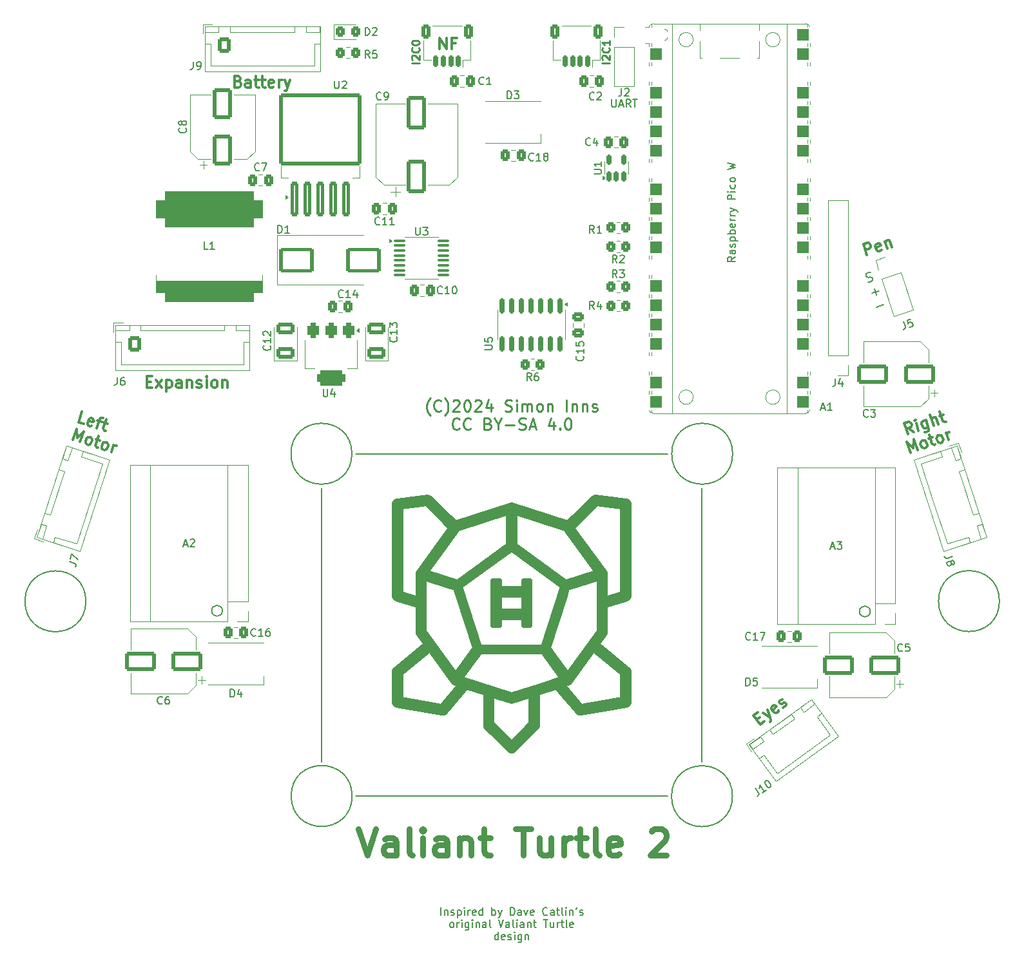
<source format=gto>
G04 #@! TF.GenerationSoftware,KiCad,Pcbnew,8.0.5*
G04 #@! TF.CreationDate,2024-10-05T13:16:41+02:00*
G04 #@! TF.ProjectId,valiant-turtle-2,76616c69-616e-4742-9d74-7572746c652d,rev?*
G04 #@! TF.SameCoordinates,Original*
G04 #@! TF.FileFunction,Legend,Top*
G04 #@! TF.FilePolarity,Positive*
%FSLAX46Y46*%
G04 Gerber Fmt 4.6, Leading zero omitted, Abs format (unit mm)*
G04 Created by KiCad (PCBNEW 8.0.5) date 2024-10-05 13:16:41*
%MOMM*%
%LPD*%
G01*
G04 APERTURE LIST*
G04 Aperture macros list*
%AMRoundRect*
0 Rectangle with rounded corners*
0 $1 Rounding radius*
0 $2 $3 $4 $5 $6 $7 $8 $9 X,Y pos of 4 corners*
0 Add a 4 corners polygon primitive as box body*
4,1,4,$2,$3,$4,$5,$6,$7,$8,$9,$2,$3,0*
0 Add four circle primitives for the rounded corners*
1,1,$1+$1,$2,$3*
1,1,$1+$1,$4,$5*
1,1,$1+$1,$6,$7*
1,1,$1+$1,$8,$9*
0 Add four rect primitives between the rounded corners*
20,1,$1+$1,$2,$3,$4,$5,0*
20,1,$1+$1,$4,$5,$6,$7,0*
20,1,$1+$1,$6,$7,$8,$9,0*
20,1,$1+$1,$8,$9,$2,$3,0*%
%AMHorizOval*
0 Thick line with rounded ends*
0 $1 width*
0 $2 $3 position (X,Y) of the first rounded end (center of the circle)*
0 $4 $5 position (X,Y) of the second rounded end (center of the circle)*
0 Add line between two ends*
20,1,$1,$2,$3,$4,$5,0*
0 Add two circle primitives to create the rounded ends*
1,1,$1,$2,$3*
1,1,$1,$4,$5*%
%AMRotRect*
0 Rectangle, with rotation*
0 The origin of the aperture is its center*
0 $1 length*
0 $2 width*
0 $3 Rotation angle, in degrees counterclockwise*
0 Add horizontal line*
21,1,$1,$2,0,0,$3*%
%AMFreePoly0*
4,1,28,0.178017,0.779942,0.347107,0.720775,0.498792,0.625465,0.625465,0.498792,0.720775,0.347107,0.779942,0.178017,0.800000,0.000000,0.779942,-0.178017,0.720775,-0.347107,0.625465,-0.498792,0.498792,-0.625465,0.347107,-0.720775,0.178017,-0.779942,0.000000,-0.800000,-2.200000,-0.800000,-2.205014,-0.794986,-2.244504,-0.794986,-2.324698,-0.756366,-2.380194,-0.686777,-2.400000,-0.600000,
-2.400000,0.600000,-2.380194,0.686777,-2.324698,0.756366,-2.244504,0.794986,-2.205014,0.794986,-2.200000,0.800000,0.000000,0.800000,0.178017,0.779942,0.178017,0.779942,$1*%
%AMFreePoly1*
4,1,28,0.605014,0.794986,0.644504,0.794986,0.724698,0.756366,0.780194,0.686777,0.800000,0.600000,0.800000,-0.600000,0.780194,-0.686777,0.724698,-0.756366,0.644504,-0.794986,0.605014,-0.794986,0.600000,-0.800000,0.000000,-0.800000,-0.178017,-0.779942,-0.347107,-0.720775,-0.498792,-0.625465,-0.625465,-0.498792,-0.720775,-0.347107,-0.779942,-0.178017,-0.800000,0.000000,-0.779942,0.178017,
-0.720775,0.347107,-0.625465,0.498792,-0.498792,0.625465,-0.347107,0.720775,-0.178017,0.779942,0.000000,0.800000,0.600000,0.800000,0.605014,0.794986,0.605014,0.794986,$1*%
%AMFreePoly2*
4,1,29,0.605014,0.794986,0.644504,0.794986,0.724698,0.756366,0.780194,0.686777,0.800000,0.600000,0.800000,-0.600000,0.780194,-0.686777,0.724698,-0.756366,0.644504,-0.794986,0.605014,-0.794986,0.600000,-0.800000,0.000000,-0.800000,-1.600000,-0.800000,-1.778017,-0.779942,-1.947107,-0.720775,-2.098792,-0.625465,-2.225465,-0.498792,-2.320775,-0.347107,-2.379942,-0.178017,-2.400000,0.000000,
-2.379942,0.178017,-2.320775,0.347107,-2.225465,0.498792,-2.098792,0.625465,-1.947107,0.720775,-1.778017,0.779942,-1.600000,0.800000,0.600000,0.800000,0.605014,0.794986,0.605014,0.794986,$1*%
%AMFreePoly3*
4,1,28,0.178017,0.779942,0.347107,0.720775,0.498792,0.625465,0.625465,0.498792,0.720775,0.347107,0.779942,0.178017,0.800000,0.000000,0.779942,-0.178017,0.720775,-0.347107,0.625465,-0.498792,0.498792,-0.625465,0.347107,-0.720775,0.178017,-0.779942,0.000000,-0.800000,-0.600000,-0.800000,-0.605014,-0.794986,-0.644504,-0.794986,-0.724698,-0.756366,-0.780194,-0.686777,-0.800000,-0.600000,
-0.800000,0.600000,-0.780194,0.686777,-0.724698,0.756366,-0.644504,0.794986,-0.605014,0.794986,-0.600000,0.800000,0.000000,0.800000,0.178017,0.779942,0.178017,0.779942,$1*%
%AMFreePoly4*
4,1,29,1.778017,0.779942,1.947107,0.720775,2.098792,0.625465,2.225465,0.498792,2.320775,0.347107,2.379942,0.178017,2.400000,0.000000,2.379942,-0.178017,2.320775,-0.347107,2.225465,-0.498792,2.098792,-0.625465,1.947107,-0.720775,1.778017,-0.779942,1.600000,-0.800000,0.000000,-0.800000,-0.600000,-0.800000,-0.605014,-0.794986,-0.644504,-0.794986,-0.724698,-0.756366,-0.780194,-0.686777,
-0.800000,-0.600000,-0.800000,0.600000,-0.780194,0.686777,-0.724698,0.756366,-0.644504,0.794986,-0.605014,0.794986,-0.600000,0.800000,1.600000,0.800000,1.778017,0.779942,1.778017,0.779942,$1*%
G04 Aperture macros list end*
%ADD10C,0.150000*%
%ADD11C,0.500000*%
%ADD12C,0.300000*%
%ADD13C,0.250000*%
%ADD14C,0.200000*%
%ADD15C,0.750000*%
%ADD16C,0.120000*%
%ADD17RoundRect,0.250000X-0.350000X-0.450000X0.350000X-0.450000X0.350000X0.450000X-0.350000X0.450000X0*%
%ADD18R,1.500000X0.900000*%
%ADD19C,3.200000*%
%ADD20RoundRect,1.187500X5.812500X1.187500X-5.812500X1.187500X-5.812500X-1.187500X5.812500X-1.187500X0*%
%ADD21R,14.000000X2.000000*%
%ADD22RoundRect,0.250000X-0.059266X-0.939208X0.911555X-0.233866X0.059266X0.939208X-0.911555X0.233866X0*%
%ADD23HorizOval,1.700000X-0.073473X0.101127X0.073473X-0.101127X0*%
%ADD24R,1.700000X1.700000*%
%ADD25O,1.700000X1.700000*%
%ADD26RoundRect,0.250000X-0.337500X-0.475000X0.337500X-0.475000X0.337500X0.475000X-0.337500X0.475000X0*%
%ADD27R,1.600000X1.600000*%
%ADD28O,1.600000X1.600000*%
%ADD29RoundRect,0.250001X0.924999X-0.499999X0.924999X0.499999X-0.924999X0.499999X-0.924999X-0.499999X0*%
%ADD30RoundRect,0.150000X0.150000X0.625000X-0.150000X0.625000X-0.150000X-0.625000X0.150000X-0.625000X0*%
%ADD31RoundRect,0.250000X0.350000X0.650000X-0.350000X0.650000X-0.350000X-0.650000X0.350000X-0.650000X0*%
%ADD32RoundRect,0.250000X1.000000X-1.950000X1.000000X1.950000X-1.000000X1.950000X-1.000000X-1.950000X0*%
%ADD33RoundRect,0.250000X0.300000X-2.050000X0.300000X2.050000X-0.300000X2.050000X-0.300000X-2.050000X0*%
%ADD34RoundRect,0.250002X5.149998X-4.449998X5.149998X4.449998X-5.149998X4.449998X-5.149998X-4.449998X0*%
%ADD35RoundRect,0.250000X0.350000X0.450000X-0.350000X0.450000X-0.350000X-0.450000X0.350000X-0.450000X0*%
%ADD36RoundRect,0.250000X1.750000X1.000000X-1.750000X1.000000X-1.750000X-1.000000X1.750000X-1.000000X0*%
%ADD37RoundRect,0.375000X-0.375000X0.625000X-0.375000X-0.625000X0.375000X-0.625000X0.375000X0.625000X0*%
%ADD38RoundRect,0.500000X-1.400000X0.500000X-1.400000X-0.500000X1.400000X-0.500000X1.400000X0.500000X0*%
%ADD39RoundRect,0.250000X1.000000X-1.750000X1.000000X1.750000X-1.000000X1.750000X-1.000000X-1.750000X0*%
%ADD40RoundRect,0.150000X-0.150000X0.825000X-0.150000X-0.825000X0.150000X-0.825000X0.150000X0.825000X0*%
%ADD41RotRect,1.700000X1.700000X18.000000*%
%ADD42HorizOval,1.700000X0.000000X0.000000X0.000000X0.000000X0*%
%ADD43RoundRect,0.250000X-0.600000X-0.725000X0.600000X-0.725000X0.600000X0.725000X-0.600000X0.725000X0*%
%ADD44O,1.700000X1.950000*%
%ADD45RoundRect,0.250000X0.337500X0.475000X-0.337500X0.475000X-0.337500X-0.475000X0.337500X-0.475000X0*%
%ADD46RoundRect,0.150000X0.150000X-0.512500X0.150000X0.512500X-0.150000X0.512500X-0.150000X-0.512500X0*%
%ADD47RoundRect,0.100000X-0.637500X-0.100000X0.637500X-0.100000X0.637500X0.100000X-0.637500X0.100000X0*%
%ADD48RoundRect,0.250000X0.475000X-0.337500X0.475000X0.337500X-0.475000X0.337500X-0.475000X-0.337500X0*%
%ADD49RoundRect,0.250000X0.504106X-0.794671X0.874926X0.346597X-0.504106X0.794671X-0.874926X-0.346597X0*%
%ADD50HorizOval,1.700000X-0.118882X0.038627X0.118882X-0.038627X0*%
%ADD51C,2.200000*%
%ADD52C,1.850000*%
%ADD53RoundRect,0.200000X-0.600000X-0.600000X0.600000X-0.600000X0.600000X0.600000X-0.600000X0.600000X0*%
%ADD54FreePoly0,0.000000*%
%ADD55C,1.600000*%
%ADD56RoundRect,0.800000X-0.800000X-0.000010X0.800000X-0.000010X0.800000X0.000010X-0.800000X0.000010X0*%
%ADD57FreePoly1,0.000000*%
%ADD58FreePoly2,0.000000*%
%ADD59FreePoly3,0.000000*%
%ADD60FreePoly4,0.000000*%
%ADD61RoundRect,0.250000X-0.874926X0.346597X-0.504106X-0.794671X0.874926X-0.346597X0.504106X0.794671X0*%
%ADD62HorizOval,1.700000X-0.118882X-0.038627X0.118882X0.038627X0*%
%ADD63RoundRect,0.250000X2.000000X-1.400000X2.000000X1.400000X-2.000000X1.400000X-2.000000X-1.400000X0*%
%ADD64RoundRect,0.250000X-0.325000X-0.450000X0.325000X-0.450000X0.325000X0.450000X-0.325000X0.450000X0*%
G04 APERTURE END LIST*
D10*
X86990282Y-126120281D02*
G75*
G02*
X85569718Y-126120281I-710282J0D01*
G01*
X85569718Y-126120281D02*
G75*
G02*
X86990282Y-126120281I710282J0D01*
G01*
X154025000Y-105475000D02*
G75*
G02*
X146025000Y-105475000I-4000000J0D01*
G01*
X146025000Y-105475000D02*
G75*
G02*
X154025000Y-105475000I4000000J0D01*
G01*
X172110282Y-126220000D02*
G75*
G02*
X170689718Y-126220000I-710282J0D01*
G01*
X170689718Y-126220000D02*
G75*
G02*
X172110282Y-126220000I710282J0D01*
G01*
D11*
X139983000Y-111629410D02*
X140112400Y-111646408D01*
X140233000Y-111696411D01*
X140336500Y-111775910D01*
X140415999Y-111879410D01*
X140466000Y-112000008D01*
X140483000Y-112129410D01*
X140483000Y-124129410D01*
X140466000Y-124258820D01*
X140415999Y-124379410D01*
X140336500Y-124482971D01*
X140233000Y-124562424D01*
X140112400Y-124612381D01*
X137346701Y-125534256D01*
X137346701Y-129146620D01*
X136341601Y-130530000D01*
X140336500Y-133775850D01*
X140415999Y-133879410D01*
X140466000Y-134000000D01*
X140483000Y-134129410D01*
X140483000Y-138129410D01*
X140466000Y-138258810D01*
X140415999Y-138379410D01*
X140336500Y-138482910D01*
X140233000Y-138562410D01*
X140112400Y-138612410D01*
X134180891Y-139600993D01*
X134112391Y-139612410D01*
X133983000Y-139629410D01*
X133853590Y-139612410D01*
X133733000Y-139562410D01*
X133629439Y-139482910D01*
X130879441Y-136232910D01*
X130867510Y-136217410D01*
X128483000Y-136992210D01*
X128483000Y-141129410D01*
X128465960Y-141258810D01*
X128416001Y-141379410D01*
X128336550Y-141482910D01*
X125336546Y-144482910D01*
X125233000Y-144562411D01*
X125112395Y-144612410D01*
X124983000Y-144629410D01*
X124853605Y-144612410D01*
X124733000Y-144562411D01*
X124629454Y-144482910D01*
X121629450Y-141482910D01*
X121549999Y-141379410D01*
X121500040Y-141258810D01*
X121483000Y-141129410D01*
X121483000Y-137317110D01*
X122483000Y-137317110D01*
X122483000Y-140922310D01*
X124983000Y-143422310D01*
X127483000Y-140922310D01*
X127483000Y-137317110D01*
X124983000Y-138129410D01*
X122483000Y-137317110D01*
X121483000Y-137317110D01*
X121483000Y-136992210D01*
X119098490Y-136217410D01*
X119086560Y-136232910D01*
X116336560Y-139482910D01*
X116233000Y-139562410D01*
X116112410Y-139612410D01*
X115983000Y-139629410D01*
X115853610Y-139612410D01*
X115785110Y-139600993D01*
X109853600Y-138612410D01*
X109733000Y-138562410D01*
X109629500Y-138482910D01*
X109550000Y-138379410D01*
X109500000Y-138258810D01*
X109483000Y-138129410D01*
X109483000Y-134363970D01*
X110483000Y-134363970D01*
X110483000Y-137708210D01*
X115785110Y-138591910D01*
X118075529Y-135885010D01*
X117620569Y-135737187D01*
X117341800Y-135646610D01*
X116872057Y-135000060D01*
X118429580Y-135000060D01*
X124983000Y-137129410D01*
X128812843Y-135885010D01*
X131890471Y-135885010D01*
X134180891Y-138591910D01*
X139483000Y-137708210D01*
X139483000Y-134363970D01*
X135756100Y-131335890D01*
X132624201Y-135646610D01*
X132345431Y-135737187D01*
X131890471Y-135885010D01*
X128812843Y-135885010D01*
X131536421Y-135000060D01*
X129067240Y-131601530D01*
X120898760Y-131601530D01*
X120868509Y-131643166D01*
X118429580Y-135000060D01*
X116872057Y-135000060D01*
X114209900Y-131335890D01*
X110483000Y-134363970D01*
X109483000Y-134363970D01*
X109483000Y-134129410D01*
X109500000Y-134000000D01*
X109550000Y-133879410D01*
X109629500Y-133775850D01*
X113624400Y-130530000D01*
X112619300Y-129146620D01*
X112619300Y-128837601D01*
X113570300Y-128837601D01*
X117620569Y-134412280D01*
X120089740Y-131013750D01*
X129876261Y-131013750D01*
X132345431Y-134412280D01*
X136395701Y-128837601D01*
X136395701Y-121946949D01*
X132400469Y-123245070D01*
X132091440Y-124196158D01*
X129876261Y-131013750D01*
X120089740Y-131013750D01*
X117874560Y-124196160D01*
X117565530Y-123245070D01*
X116707528Y-122966290D01*
X118325609Y-122966290D01*
X120868509Y-130792530D01*
X129097490Y-130792530D01*
X131640391Y-122966290D01*
X124983000Y-118129410D01*
X118325609Y-122966290D01*
X116707528Y-122966290D01*
X113570300Y-121946949D01*
X113570300Y-128837601D01*
X112619300Y-128837601D01*
X112619300Y-125534256D01*
X109853600Y-124612381D01*
X109733000Y-124562424D01*
X109629500Y-124482971D01*
X109550000Y-124379410D01*
X109500000Y-124258820D01*
X109483000Y-124129410D01*
X109483000Y-112566910D01*
X110483000Y-112566910D01*
X110483000Y-123769989D01*
X112619300Y-124482071D01*
X112619300Y-121112200D01*
X112703797Y-120995899D01*
X113879300Y-120995899D01*
X117874560Y-122294010D01*
X124483000Y-117492689D01*
X125483000Y-117492689D01*
X132091440Y-122294010D01*
X136086699Y-120995899D01*
X132036421Y-115421219D01*
X131477230Y-115239529D01*
X133079981Y-115239529D01*
X137346701Y-121112200D01*
X137346701Y-124482071D01*
X139483000Y-123769989D01*
X139483000Y-112566910D01*
X136167101Y-112152409D01*
X133079981Y-115239529D01*
X131477230Y-115239529D01*
X125483000Y-113291910D01*
X125483000Y-117492689D01*
X124483000Y-117492689D01*
X124483000Y-113291910D01*
X117929580Y-115421219D01*
X113879300Y-120995899D01*
X112703797Y-120995899D01*
X116886020Y-115239529D01*
X113798900Y-112152409D01*
X110483000Y-112566910D01*
X109483000Y-112566910D01*
X109483000Y-112129410D01*
X109500000Y-112000008D01*
X109550000Y-111879410D01*
X109629500Y-111775910D01*
X109733000Y-111696411D01*
X109853600Y-111646408D01*
X109983000Y-111629410D01*
X113983000Y-111129410D01*
X114112400Y-111146408D01*
X114233000Y-111196411D01*
X114336600Y-111275910D01*
X117591700Y-114531010D01*
X124983000Y-112129410D01*
X132374300Y-114531010D01*
X135629400Y-111275910D01*
X135733000Y-111196411D01*
X135853600Y-111146408D01*
X135983000Y-111129410D01*
X139983000Y-111629410D01*
G36*
X139983000Y-111629410D02*
G01*
X140112400Y-111646408D01*
X140233000Y-111696411D01*
X140336500Y-111775910D01*
X140415999Y-111879410D01*
X140466000Y-112000008D01*
X140483000Y-112129410D01*
X140483000Y-124129410D01*
X140466000Y-124258820D01*
X140415999Y-124379410D01*
X140336500Y-124482971D01*
X140233000Y-124562424D01*
X140112400Y-124612381D01*
X137346701Y-125534256D01*
X137346701Y-129146620D01*
X136341601Y-130530000D01*
X140336500Y-133775850D01*
X140415999Y-133879410D01*
X140466000Y-134000000D01*
X140483000Y-134129410D01*
X140483000Y-138129410D01*
X140466000Y-138258810D01*
X140415999Y-138379410D01*
X140336500Y-138482910D01*
X140233000Y-138562410D01*
X140112400Y-138612410D01*
X134180891Y-139600993D01*
X134112391Y-139612410D01*
X133983000Y-139629410D01*
X133853590Y-139612410D01*
X133733000Y-139562410D01*
X133629439Y-139482910D01*
X130879441Y-136232910D01*
X130867510Y-136217410D01*
X128483000Y-136992210D01*
X128483000Y-141129410D01*
X128465960Y-141258810D01*
X128416001Y-141379410D01*
X128336550Y-141482910D01*
X125336546Y-144482910D01*
X125233000Y-144562411D01*
X125112395Y-144612410D01*
X124983000Y-144629410D01*
X124853605Y-144612410D01*
X124733000Y-144562411D01*
X124629454Y-144482910D01*
X121629450Y-141482910D01*
X121549999Y-141379410D01*
X121500040Y-141258810D01*
X121483000Y-141129410D01*
X121483000Y-137317110D01*
X122483000Y-137317110D01*
X122483000Y-140922310D01*
X124983000Y-143422310D01*
X127483000Y-140922310D01*
X127483000Y-137317110D01*
X124983000Y-138129410D01*
X122483000Y-137317110D01*
X121483000Y-137317110D01*
X121483000Y-136992210D01*
X119098490Y-136217410D01*
X119086560Y-136232910D01*
X116336560Y-139482910D01*
X116233000Y-139562410D01*
X116112410Y-139612410D01*
X115983000Y-139629410D01*
X115853610Y-139612410D01*
X115785110Y-139600993D01*
X109853600Y-138612410D01*
X109733000Y-138562410D01*
X109629500Y-138482910D01*
X109550000Y-138379410D01*
X109500000Y-138258810D01*
X109483000Y-138129410D01*
X109483000Y-134363970D01*
X110483000Y-134363970D01*
X110483000Y-137708210D01*
X115785110Y-138591910D01*
X118075529Y-135885010D01*
X117620569Y-135737187D01*
X117341800Y-135646610D01*
X116872057Y-135000060D01*
X118429580Y-135000060D01*
X124983000Y-137129410D01*
X128812843Y-135885010D01*
X131890471Y-135885010D01*
X134180891Y-138591910D01*
X139483000Y-137708210D01*
X139483000Y-134363970D01*
X135756100Y-131335890D01*
X132624201Y-135646610D01*
X132345431Y-135737187D01*
X131890471Y-135885010D01*
X128812843Y-135885010D01*
X131536421Y-135000060D01*
X129067240Y-131601530D01*
X120898760Y-131601530D01*
X120868509Y-131643166D01*
X118429580Y-135000060D01*
X116872057Y-135000060D01*
X114209900Y-131335890D01*
X110483000Y-134363970D01*
X109483000Y-134363970D01*
X109483000Y-134129410D01*
X109500000Y-134000000D01*
X109550000Y-133879410D01*
X109629500Y-133775850D01*
X113624400Y-130530000D01*
X112619300Y-129146620D01*
X112619300Y-128837601D01*
X113570300Y-128837601D01*
X117620569Y-134412280D01*
X120089740Y-131013750D01*
X129876261Y-131013750D01*
X132345431Y-134412280D01*
X136395701Y-128837601D01*
X136395701Y-121946949D01*
X132400469Y-123245070D01*
X132091440Y-124196158D01*
X129876261Y-131013750D01*
X120089740Y-131013750D01*
X117874560Y-124196160D01*
X117565530Y-123245070D01*
X116707528Y-122966290D01*
X118325609Y-122966290D01*
X120868509Y-130792530D01*
X129097490Y-130792530D01*
X131640391Y-122966290D01*
X124983000Y-118129410D01*
X118325609Y-122966290D01*
X116707528Y-122966290D01*
X113570300Y-121946949D01*
X113570300Y-128837601D01*
X112619300Y-128837601D01*
X112619300Y-125534256D01*
X109853600Y-124612381D01*
X109733000Y-124562424D01*
X109629500Y-124482971D01*
X109550000Y-124379410D01*
X109500000Y-124258820D01*
X109483000Y-124129410D01*
X109483000Y-112566910D01*
X110483000Y-112566910D01*
X110483000Y-123769989D01*
X112619300Y-124482071D01*
X112619300Y-121112200D01*
X112703797Y-120995899D01*
X113879300Y-120995899D01*
X117874560Y-122294010D01*
X124483000Y-117492689D01*
X125483000Y-117492689D01*
X132091440Y-122294010D01*
X136086699Y-120995899D01*
X132036421Y-115421219D01*
X131477230Y-115239529D01*
X133079981Y-115239529D01*
X137346701Y-121112200D01*
X137346701Y-124482071D01*
X139483000Y-123769989D01*
X139483000Y-112566910D01*
X136167101Y-112152409D01*
X133079981Y-115239529D01*
X131477230Y-115239529D01*
X125483000Y-113291910D01*
X125483000Y-117492689D01*
X124483000Y-117492689D01*
X124483000Y-113291910D01*
X117929580Y-115421219D01*
X113879300Y-120995899D01*
X112703797Y-120995899D01*
X116886020Y-115239529D01*
X113798900Y-112152409D01*
X110483000Y-112566910D01*
X109483000Y-112566910D01*
X109483000Y-112129410D01*
X109500000Y-112000008D01*
X109550000Y-111879410D01*
X109629500Y-111775910D01*
X109733000Y-111696411D01*
X109853600Y-111646408D01*
X109983000Y-111629410D01*
X113983000Y-111129410D01*
X114112400Y-111146408D01*
X114233000Y-111196411D01*
X114336600Y-111275910D01*
X117591700Y-114531010D01*
X124983000Y-112129410D01*
X132374300Y-114531010D01*
X135629400Y-111275910D01*
X135733000Y-111196411D01*
X135853600Y-111146408D01*
X135983000Y-111129410D01*
X139983000Y-111629410D01*
G37*
D10*
X104025000Y-150475000D02*
G75*
G02*
X96025000Y-150475000I-4000000J0D01*
G01*
X96025000Y-150475000D02*
G75*
G02*
X104025000Y-150475000I4000000J0D01*
G01*
X154000000Y-150500000D02*
G75*
G02*
X146000000Y-150500000I-4000000J0D01*
G01*
X146000000Y-150500000D02*
G75*
G02*
X154000000Y-150500000I4000000J0D01*
G01*
X150000000Y-146000000D02*
X150000000Y-110000000D01*
X100000000Y-110000000D02*
X100000000Y-146000000D01*
D11*
X123483000Y-123129410D02*
X126483000Y-123129410D01*
X126483000Y-122129410D01*
X127483000Y-122129410D01*
X127483000Y-128129410D01*
X126483000Y-128129410D01*
X126483000Y-127129410D01*
X123483000Y-127129410D01*
X123483000Y-128129410D01*
X122483000Y-128129410D01*
X122483000Y-126129410D01*
X123483000Y-126129410D01*
X126483000Y-126129410D01*
X126483000Y-124129410D01*
X123483000Y-124129410D01*
X123483000Y-126129410D01*
X122483000Y-126129410D01*
X122483000Y-122129410D01*
X123483000Y-122129410D01*
X123483000Y-123129410D01*
G36*
X123483000Y-123129410D02*
G01*
X126483000Y-123129410D01*
X126483000Y-122129410D01*
X127483000Y-122129410D01*
X127483000Y-128129410D01*
X126483000Y-128129410D01*
X126483000Y-127129410D01*
X123483000Y-127129410D01*
X123483000Y-128129410D01*
X122483000Y-128129410D01*
X122483000Y-126129410D01*
X123483000Y-126129410D01*
X126483000Y-126129410D01*
X126483000Y-124129410D01*
X123483000Y-124129410D01*
X123483000Y-126129410D01*
X122483000Y-126129410D01*
X122483000Y-122129410D01*
X123483000Y-122129410D01*
X123483000Y-123129410D01*
G37*
D10*
X104000000Y-105475000D02*
G75*
G02*
X96000000Y-105475000I-4000000J0D01*
G01*
X96000000Y-105475000D02*
G75*
G02*
X104000000Y-105475000I4000000J0D01*
G01*
X69050000Y-124875000D02*
G75*
G02*
X61050000Y-124875000I-4000000J0D01*
G01*
X61050000Y-124875000D02*
G75*
G02*
X69050000Y-124875000I4000000J0D01*
G01*
X104500000Y-150500000D02*
X145500000Y-150500000D01*
X189075000Y-124850000D02*
G75*
G02*
X181075000Y-124850000I-4000000J0D01*
G01*
X181075000Y-124850000D02*
G75*
G02*
X189075000Y-124850000I4000000J0D01*
G01*
X145500000Y-105500000D02*
X104500000Y-105500000D01*
D12*
X115554510Y-52300828D02*
X115554510Y-50800828D01*
X115554510Y-50800828D02*
X116411653Y-52300828D01*
X116411653Y-52300828D02*
X116411653Y-50800828D01*
X117625939Y-51515114D02*
X117125939Y-51515114D01*
X117125939Y-52300828D02*
X117125939Y-50800828D01*
X117125939Y-50800828D02*
X117840225Y-50800828D01*
D13*
X137864619Y-54097431D02*
X136864619Y-54097431D01*
X136959857Y-53668860D02*
X136912238Y-53621241D01*
X136912238Y-53621241D02*
X136864619Y-53526003D01*
X136864619Y-53526003D02*
X136864619Y-53287908D01*
X136864619Y-53287908D02*
X136912238Y-53192670D01*
X136912238Y-53192670D02*
X136959857Y-53145051D01*
X136959857Y-53145051D02*
X137055095Y-53097432D01*
X137055095Y-53097432D02*
X137150333Y-53097432D01*
X137150333Y-53097432D02*
X137293190Y-53145051D01*
X137293190Y-53145051D02*
X137864619Y-53716479D01*
X137864619Y-53716479D02*
X137864619Y-53097432D01*
X137769380Y-52097432D02*
X137817000Y-52145051D01*
X137817000Y-52145051D02*
X137864619Y-52287908D01*
X137864619Y-52287908D02*
X137864619Y-52383146D01*
X137864619Y-52383146D02*
X137817000Y-52526003D01*
X137817000Y-52526003D02*
X137721761Y-52621241D01*
X137721761Y-52621241D02*
X137626523Y-52668860D01*
X137626523Y-52668860D02*
X137436047Y-52716479D01*
X137436047Y-52716479D02*
X137293190Y-52716479D01*
X137293190Y-52716479D02*
X137102714Y-52668860D01*
X137102714Y-52668860D02*
X137007476Y-52621241D01*
X137007476Y-52621241D02*
X136912238Y-52526003D01*
X136912238Y-52526003D02*
X136864619Y-52383146D01*
X136864619Y-52383146D02*
X136864619Y-52287908D01*
X136864619Y-52287908D02*
X136912238Y-52145051D01*
X136912238Y-52145051D02*
X136959857Y-52097432D01*
X137864619Y-51145051D02*
X137864619Y-51716479D01*
X137864619Y-51430765D02*
X136864619Y-51430765D01*
X136864619Y-51430765D02*
X137007476Y-51526003D01*
X137007476Y-51526003D02*
X137102714Y-51621241D01*
X137102714Y-51621241D02*
X137150333Y-51716479D01*
D12*
X89054510Y-56515114D02*
X89268796Y-56586542D01*
X89268796Y-56586542D02*
X89340225Y-56657971D01*
X89340225Y-56657971D02*
X89411653Y-56800828D01*
X89411653Y-56800828D02*
X89411653Y-57015114D01*
X89411653Y-57015114D02*
X89340225Y-57157971D01*
X89340225Y-57157971D02*
X89268796Y-57229400D01*
X89268796Y-57229400D02*
X89125939Y-57300828D01*
X89125939Y-57300828D02*
X88554510Y-57300828D01*
X88554510Y-57300828D02*
X88554510Y-55800828D01*
X88554510Y-55800828D02*
X89054510Y-55800828D01*
X89054510Y-55800828D02*
X89197368Y-55872257D01*
X89197368Y-55872257D02*
X89268796Y-55943685D01*
X89268796Y-55943685D02*
X89340225Y-56086542D01*
X89340225Y-56086542D02*
X89340225Y-56229400D01*
X89340225Y-56229400D02*
X89268796Y-56372257D01*
X89268796Y-56372257D02*
X89197368Y-56443685D01*
X89197368Y-56443685D02*
X89054510Y-56515114D01*
X89054510Y-56515114D02*
X88554510Y-56515114D01*
X90697368Y-57300828D02*
X90697368Y-56515114D01*
X90697368Y-56515114D02*
X90625939Y-56372257D01*
X90625939Y-56372257D02*
X90483082Y-56300828D01*
X90483082Y-56300828D02*
X90197368Y-56300828D01*
X90197368Y-56300828D02*
X90054510Y-56372257D01*
X90697368Y-57229400D02*
X90554510Y-57300828D01*
X90554510Y-57300828D02*
X90197368Y-57300828D01*
X90197368Y-57300828D02*
X90054510Y-57229400D01*
X90054510Y-57229400D02*
X89983082Y-57086542D01*
X89983082Y-57086542D02*
X89983082Y-56943685D01*
X89983082Y-56943685D02*
X90054510Y-56800828D01*
X90054510Y-56800828D02*
X90197368Y-56729400D01*
X90197368Y-56729400D02*
X90554510Y-56729400D01*
X90554510Y-56729400D02*
X90697368Y-56657971D01*
X91197368Y-56300828D02*
X91768796Y-56300828D01*
X91411653Y-55800828D02*
X91411653Y-57086542D01*
X91411653Y-57086542D02*
X91483082Y-57229400D01*
X91483082Y-57229400D02*
X91625939Y-57300828D01*
X91625939Y-57300828D02*
X91768796Y-57300828D01*
X92054511Y-56300828D02*
X92625939Y-56300828D01*
X92268796Y-55800828D02*
X92268796Y-57086542D01*
X92268796Y-57086542D02*
X92340225Y-57229400D01*
X92340225Y-57229400D02*
X92483082Y-57300828D01*
X92483082Y-57300828D02*
X92625939Y-57300828D01*
X93697368Y-57229400D02*
X93554511Y-57300828D01*
X93554511Y-57300828D02*
X93268797Y-57300828D01*
X93268797Y-57300828D02*
X93125939Y-57229400D01*
X93125939Y-57229400D02*
X93054511Y-57086542D01*
X93054511Y-57086542D02*
X93054511Y-56515114D01*
X93054511Y-56515114D02*
X93125939Y-56372257D01*
X93125939Y-56372257D02*
X93268797Y-56300828D01*
X93268797Y-56300828D02*
X93554511Y-56300828D01*
X93554511Y-56300828D02*
X93697368Y-56372257D01*
X93697368Y-56372257D02*
X93768797Y-56515114D01*
X93768797Y-56515114D02*
X93768797Y-56657971D01*
X93768797Y-56657971D02*
X93054511Y-56800828D01*
X94411653Y-57300828D02*
X94411653Y-56300828D01*
X94411653Y-56586542D02*
X94483082Y-56443685D01*
X94483082Y-56443685D02*
X94554511Y-56372257D01*
X94554511Y-56372257D02*
X94697368Y-56300828D01*
X94697368Y-56300828D02*
X94840225Y-56300828D01*
X95197367Y-56300828D02*
X95554510Y-57300828D01*
X95911653Y-56300828D02*
X95554510Y-57300828D01*
X95554510Y-57300828D02*
X95411653Y-57657971D01*
X95411653Y-57657971D02*
X95340224Y-57729400D01*
X95340224Y-57729400D02*
X95197367Y-57800828D01*
X157179707Y-140437277D02*
X157584215Y-140143384D01*
X158219407Y-140653087D02*
X157641538Y-141072933D01*
X157641538Y-141072933D02*
X156759860Y-139859408D01*
X156759860Y-139859408D02*
X157337730Y-139439561D01*
X158036131Y-139550177D02*
X158912851Y-140149271D01*
X158614000Y-139130330D02*
X158912851Y-140149271D01*
X158912851Y-140149271D02*
X159007200Y-140522174D01*
X159007200Y-140522174D02*
X158991398Y-140621946D01*
X158991398Y-140621946D02*
X158917809Y-140763702D01*
X160084391Y-139209806D02*
X160010802Y-139351562D01*
X160010802Y-139351562D02*
X159779655Y-139519501D01*
X159779655Y-139519501D02*
X159622096Y-139545683D01*
X159622096Y-139545683D02*
X159480340Y-139472094D01*
X159480340Y-139472094D02*
X159144462Y-139009798D01*
X159144462Y-139009798D02*
X159118280Y-138852240D01*
X159118280Y-138852240D02*
X159191869Y-138710484D01*
X159191869Y-138710484D02*
X159423017Y-138542545D01*
X159423017Y-138542545D02*
X159580575Y-138516363D01*
X159580575Y-138516363D02*
X159722332Y-138589952D01*
X159722332Y-138589952D02*
X159806301Y-138705526D01*
X159806301Y-138705526D02*
X159312401Y-139240946D01*
X160604474Y-138831944D02*
X160762032Y-138805762D01*
X160762032Y-138805762D02*
X160993180Y-138637823D01*
X160993180Y-138637823D02*
X161066769Y-138496067D01*
X161066769Y-138496067D02*
X161040587Y-138338508D01*
X161040587Y-138338508D02*
X160998602Y-138280721D01*
X160998602Y-138280721D02*
X160856846Y-138207132D01*
X160856846Y-138207132D02*
X160699287Y-138233314D01*
X160699287Y-138233314D02*
X160525926Y-138359268D01*
X160525926Y-138359268D02*
X160368368Y-138385451D01*
X160368368Y-138385451D02*
X160226612Y-138311862D01*
X160226612Y-138311862D02*
X160184627Y-138254075D01*
X160184627Y-138254075D02*
X160158445Y-138096516D01*
X160158445Y-138096516D02*
X160232034Y-137954760D01*
X160232034Y-137954760D02*
X160405395Y-137828806D01*
X160405395Y-137828806D02*
X160562953Y-137802624D01*
D14*
X115690475Y-166147331D02*
X115690475Y-165147331D01*
X116166665Y-165480664D02*
X116166665Y-166147331D01*
X116166665Y-165575902D02*
X116214284Y-165528283D01*
X116214284Y-165528283D02*
X116309522Y-165480664D01*
X116309522Y-165480664D02*
X116452379Y-165480664D01*
X116452379Y-165480664D02*
X116547617Y-165528283D01*
X116547617Y-165528283D02*
X116595236Y-165623521D01*
X116595236Y-165623521D02*
X116595236Y-166147331D01*
X117023808Y-166099712D02*
X117119046Y-166147331D01*
X117119046Y-166147331D02*
X117309522Y-166147331D01*
X117309522Y-166147331D02*
X117404760Y-166099712D01*
X117404760Y-166099712D02*
X117452379Y-166004473D01*
X117452379Y-166004473D02*
X117452379Y-165956854D01*
X117452379Y-165956854D02*
X117404760Y-165861616D01*
X117404760Y-165861616D02*
X117309522Y-165813997D01*
X117309522Y-165813997D02*
X117166665Y-165813997D01*
X117166665Y-165813997D02*
X117071427Y-165766378D01*
X117071427Y-165766378D02*
X117023808Y-165671140D01*
X117023808Y-165671140D02*
X117023808Y-165623521D01*
X117023808Y-165623521D02*
X117071427Y-165528283D01*
X117071427Y-165528283D02*
X117166665Y-165480664D01*
X117166665Y-165480664D02*
X117309522Y-165480664D01*
X117309522Y-165480664D02*
X117404760Y-165528283D01*
X117880951Y-165480664D02*
X117880951Y-166480664D01*
X117880951Y-165528283D02*
X117976189Y-165480664D01*
X117976189Y-165480664D02*
X118166665Y-165480664D01*
X118166665Y-165480664D02*
X118261903Y-165528283D01*
X118261903Y-165528283D02*
X118309522Y-165575902D01*
X118309522Y-165575902D02*
X118357141Y-165671140D01*
X118357141Y-165671140D02*
X118357141Y-165956854D01*
X118357141Y-165956854D02*
X118309522Y-166052092D01*
X118309522Y-166052092D02*
X118261903Y-166099712D01*
X118261903Y-166099712D02*
X118166665Y-166147331D01*
X118166665Y-166147331D02*
X117976189Y-166147331D01*
X117976189Y-166147331D02*
X117880951Y-166099712D01*
X118785713Y-166147331D02*
X118785713Y-165480664D01*
X118785713Y-165147331D02*
X118738094Y-165194950D01*
X118738094Y-165194950D02*
X118785713Y-165242569D01*
X118785713Y-165242569D02*
X118833332Y-165194950D01*
X118833332Y-165194950D02*
X118785713Y-165147331D01*
X118785713Y-165147331D02*
X118785713Y-165242569D01*
X119261903Y-166147331D02*
X119261903Y-165480664D01*
X119261903Y-165671140D02*
X119309522Y-165575902D01*
X119309522Y-165575902D02*
X119357141Y-165528283D01*
X119357141Y-165528283D02*
X119452379Y-165480664D01*
X119452379Y-165480664D02*
X119547617Y-165480664D01*
X120261903Y-166099712D02*
X120166665Y-166147331D01*
X120166665Y-166147331D02*
X119976189Y-166147331D01*
X119976189Y-166147331D02*
X119880951Y-166099712D01*
X119880951Y-166099712D02*
X119833332Y-166004473D01*
X119833332Y-166004473D02*
X119833332Y-165623521D01*
X119833332Y-165623521D02*
X119880951Y-165528283D01*
X119880951Y-165528283D02*
X119976189Y-165480664D01*
X119976189Y-165480664D02*
X120166665Y-165480664D01*
X120166665Y-165480664D02*
X120261903Y-165528283D01*
X120261903Y-165528283D02*
X120309522Y-165623521D01*
X120309522Y-165623521D02*
X120309522Y-165718759D01*
X120309522Y-165718759D02*
X119833332Y-165813997D01*
X121166665Y-166147331D02*
X121166665Y-165147331D01*
X121166665Y-166099712D02*
X121071427Y-166147331D01*
X121071427Y-166147331D02*
X120880951Y-166147331D01*
X120880951Y-166147331D02*
X120785713Y-166099712D01*
X120785713Y-166099712D02*
X120738094Y-166052092D01*
X120738094Y-166052092D02*
X120690475Y-165956854D01*
X120690475Y-165956854D02*
X120690475Y-165671140D01*
X120690475Y-165671140D02*
X120738094Y-165575902D01*
X120738094Y-165575902D02*
X120785713Y-165528283D01*
X120785713Y-165528283D02*
X120880951Y-165480664D01*
X120880951Y-165480664D02*
X121071427Y-165480664D01*
X121071427Y-165480664D02*
X121166665Y-165528283D01*
X122404761Y-166147331D02*
X122404761Y-165147331D01*
X122404761Y-165528283D02*
X122499999Y-165480664D01*
X122499999Y-165480664D02*
X122690475Y-165480664D01*
X122690475Y-165480664D02*
X122785713Y-165528283D01*
X122785713Y-165528283D02*
X122833332Y-165575902D01*
X122833332Y-165575902D02*
X122880951Y-165671140D01*
X122880951Y-165671140D02*
X122880951Y-165956854D01*
X122880951Y-165956854D02*
X122833332Y-166052092D01*
X122833332Y-166052092D02*
X122785713Y-166099712D01*
X122785713Y-166099712D02*
X122690475Y-166147331D01*
X122690475Y-166147331D02*
X122499999Y-166147331D01*
X122499999Y-166147331D02*
X122404761Y-166099712D01*
X123214285Y-165480664D02*
X123452380Y-166147331D01*
X123690475Y-165480664D02*
X123452380Y-166147331D01*
X123452380Y-166147331D02*
X123357142Y-166385426D01*
X123357142Y-166385426D02*
X123309523Y-166433045D01*
X123309523Y-166433045D02*
X123214285Y-166480664D01*
X124833333Y-166147331D02*
X124833333Y-165147331D01*
X124833333Y-165147331D02*
X125071428Y-165147331D01*
X125071428Y-165147331D02*
X125214285Y-165194950D01*
X125214285Y-165194950D02*
X125309523Y-165290188D01*
X125309523Y-165290188D02*
X125357142Y-165385426D01*
X125357142Y-165385426D02*
X125404761Y-165575902D01*
X125404761Y-165575902D02*
X125404761Y-165718759D01*
X125404761Y-165718759D02*
X125357142Y-165909235D01*
X125357142Y-165909235D02*
X125309523Y-166004473D01*
X125309523Y-166004473D02*
X125214285Y-166099712D01*
X125214285Y-166099712D02*
X125071428Y-166147331D01*
X125071428Y-166147331D02*
X124833333Y-166147331D01*
X126261904Y-166147331D02*
X126261904Y-165623521D01*
X126261904Y-165623521D02*
X126214285Y-165528283D01*
X126214285Y-165528283D02*
X126119047Y-165480664D01*
X126119047Y-165480664D02*
X125928571Y-165480664D01*
X125928571Y-165480664D02*
X125833333Y-165528283D01*
X126261904Y-166099712D02*
X126166666Y-166147331D01*
X126166666Y-166147331D02*
X125928571Y-166147331D01*
X125928571Y-166147331D02*
X125833333Y-166099712D01*
X125833333Y-166099712D02*
X125785714Y-166004473D01*
X125785714Y-166004473D02*
X125785714Y-165909235D01*
X125785714Y-165909235D02*
X125833333Y-165813997D01*
X125833333Y-165813997D02*
X125928571Y-165766378D01*
X125928571Y-165766378D02*
X126166666Y-165766378D01*
X126166666Y-165766378D02*
X126261904Y-165718759D01*
X126642857Y-165480664D02*
X126880952Y-166147331D01*
X126880952Y-166147331D02*
X127119047Y-165480664D01*
X127880952Y-166099712D02*
X127785714Y-166147331D01*
X127785714Y-166147331D02*
X127595238Y-166147331D01*
X127595238Y-166147331D02*
X127500000Y-166099712D01*
X127500000Y-166099712D02*
X127452381Y-166004473D01*
X127452381Y-166004473D02*
X127452381Y-165623521D01*
X127452381Y-165623521D02*
X127500000Y-165528283D01*
X127500000Y-165528283D02*
X127595238Y-165480664D01*
X127595238Y-165480664D02*
X127785714Y-165480664D01*
X127785714Y-165480664D02*
X127880952Y-165528283D01*
X127880952Y-165528283D02*
X127928571Y-165623521D01*
X127928571Y-165623521D02*
X127928571Y-165718759D01*
X127928571Y-165718759D02*
X127452381Y-165813997D01*
X129690476Y-166052092D02*
X129642857Y-166099712D01*
X129642857Y-166099712D02*
X129500000Y-166147331D01*
X129500000Y-166147331D02*
X129404762Y-166147331D01*
X129404762Y-166147331D02*
X129261905Y-166099712D01*
X129261905Y-166099712D02*
X129166667Y-166004473D01*
X129166667Y-166004473D02*
X129119048Y-165909235D01*
X129119048Y-165909235D02*
X129071429Y-165718759D01*
X129071429Y-165718759D02*
X129071429Y-165575902D01*
X129071429Y-165575902D02*
X129119048Y-165385426D01*
X129119048Y-165385426D02*
X129166667Y-165290188D01*
X129166667Y-165290188D02*
X129261905Y-165194950D01*
X129261905Y-165194950D02*
X129404762Y-165147331D01*
X129404762Y-165147331D02*
X129500000Y-165147331D01*
X129500000Y-165147331D02*
X129642857Y-165194950D01*
X129642857Y-165194950D02*
X129690476Y-165242569D01*
X130547619Y-166147331D02*
X130547619Y-165623521D01*
X130547619Y-165623521D02*
X130500000Y-165528283D01*
X130500000Y-165528283D02*
X130404762Y-165480664D01*
X130404762Y-165480664D02*
X130214286Y-165480664D01*
X130214286Y-165480664D02*
X130119048Y-165528283D01*
X130547619Y-166099712D02*
X130452381Y-166147331D01*
X130452381Y-166147331D02*
X130214286Y-166147331D01*
X130214286Y-166147331D02*
X130119048Y-166099712D01*
X130119048Y-166099712D02*
X130071429Y-166004473D01*
X130071429Y-166004473D02*
X130071429Y-165909235D01*
X130071429Y-165909235D02*
X130119048Y-165813997D01*
X130119048Y-165813997D02*
X130214286Y-165766378D01*
X130214286Y-165766378D02*
X130452381Y-165766378D01*
X130452381Y-165766378D02*
X130547619Y-165718759D01*
X130880953Y-165480664D02*
X131261905Y-165480664D01*
X131023810Y-165147331D02*
X131023810Y-166004473D01*
X131023810Y-166004473D02*
X131071429Y-166099712D01*
X131071429Y-166099712D02*
X131166667Y-166147331D01*
X131166667Y-166147331D02*
X131261905Y-166147331D01*
X131738096Y-166147331D02*
X131642858Y-166099712D01*
X131642858Y-166099712D02*
X131595239Y-166004473D01*
X131595239Y-166004473D02*
X131595239Y-165147331D01*
X132119049Y-166147331D02*
X132119049Y-165480664D01*
X132119049Y-165147331D02*
X132071430Y-165194950D01*
X132071430Y-165194950D02*
X132119049Y-165242569D01*
X132119049Y-165242569D02*
X132166668Y-165194950D01*
X132166668Y-165194950D02*
X132119049Y-165147331D01*
X132119049Y-165147331D02*
X132119049Y-165242569D01*
X132595239Y-165480664D02*
X132595239Y-166147331D01*
X132595239Y-165575902D02*
X132642858Y-165528283D01*
X132642858Y-165528283D02*
X132738096Y-165480664D01*
X132738096Y-165480664D02*
X132880953Y-165480664D01*
X132880953Y-165480664D02*
X132976191Y-165528283D01*
X132976191Y-165528283D02*
X133023810Y-165623521D01*
X133023810Y-165623521D02*
X133023810Y-166147331D01*
X133547620Y-165147331D02*
X133452382Y-165337807D01*
X133928572Y-166099712D02*
X134023810Y-166147331D01*
X134023810Y-166147331D02*
X134214286Y-166147331D01*
X134214286Y-166147331D02*
X134309524Y-166099712D01*
X134309524Y-166099712D02*
X134357143Y-166004473D01*
X134357143Y-166004473D02*
X134357143Y-165956854D01*
X134357143Y-165956854D02*
X134309524Y-165861616D01*
X134309524Y-165861616D02*
X134214286Y-165813997D01*
X134214286Y-165813997D02*
X134071429Y-165813997D01*
X134071429Y-165813997D02*
X133976191Y-165766378D01*
X133976191Y-165766378D02*
X133928572Y-165671140D01*
X133928572Y-165671140D02*
X133928572Y-165623521D01*
X133928572Y-165623521D02*
X133976191Y-165528283D01*
X133976191Y-165528283D02*
X134071429Y-165480664D01*
X134071429Y-165480664D02*
X134214286Y-165480664D01*
X134214286Y-165480664D02*
X134309524Y-165528283D01*
X117071427Y-167757275D02*
X116976189Y-167709656D01*
X116976189Y-167709656D02*
X116928570Y-167662036D01*
X116928570Y-167662036D02*
X116880951Y-167566798D01*
X116880951Y-167566798D02*
X116880951Y-167281084D01*
X116880951Y-167281084D02*
X116928570Y-167185846D01*
X116928570Y-167185846D02*
X116976189Y-167138227D01*
X116976189Y-167138227D02*
X117071427Y-167090608D01*
X117071427Y-167090608D02*
X117214284Y-167090608D01*
X117214284Y-167090608D02*
X117309522Y-167138227D01*
X117309522Y-167138227D02*
X117357141Y-167185846D01*
X117357141Y-167185846D02*
X117404760Y-167281084D01*
X117404760Y-167281084D02*
X117404760Y-167566798D01*
X117404760Y-167566798D02*
X117357141Y-167662036D01*
X117357141Y-167662036D02*
X117309522Y-167709656D01*
X117309522Y-167709656D02*
X117214284Y-167757275D01*
X117214284Y-167757275D02*
X117071427Y-167757275D01*
X117833332Y-167757275D02*
X117833332Y-167090608D01*
X117833332Y-167281084D02*
X117880951Y-167185846D01*
X117880951Y-167185846D02*
X117928570Y-167138227D01*
X117928570Y-167138227D02*
X118023808Y-167090608D01*
X118023808Y-167090608D02*
X118119046Y-167090608D01*
X118452380Y-167757275D02*
X118452380Y-167090608D01*
X118452380Y-166757275D02*
X118404761Y-166804894D01*
X118404761Y-166804894D02*
X118452380Y-166852513D01*
X118452380Y-166852513D02*
X118499999Y-166804894D01*
X118499999Y-166804894D02*
X118452380Y-166757275D01*
X118452380Y-166757275D02*
X118452380Y-166852513D01*
X119357141Y-167090608D02*
X119357141Y-167900132D01*
X119357141Y-167900132D02*
X119309522Y-167995370D01*
X119309522Y-167995370D02*
X119261903Y-168042989D01*
X119261903Y-168042989D02*
X119166665Y-168090608D01*
X119166665Y-168090608D02*
X119023808Y-168090608D01*
X119023808Y-168090608D02*
X118928570Y-168042989D01*
X119357141Y-167709656D02*
X119261903Y-167757275D01*
X119261903Y-167757275D02*
X119071427Y-167757275D01*
X119071427Y-167757275D02*
X118976189Y-167709656D01*
X118976189Y-167709656D02*
X118928570Y-167662036D01*
X118928570Y-167662036D02*
X118880951Y-167566798D01*
X118880951Y-167566798D02*
X118880951Y-167281084D01*
X118880951Y-167281084D02*
X118928570Y-167185846D01*
X118928570Y-167185846D02*
X118976189Y-167138227D01*
X118976189Y-167138227D02*
X119071427Y-167090608D01*
X119071427Y-167090608D02*
X119261903Y-167090608D01*
X119261903Y-167090608D02*
X119357141Y-167138227D01*
X119833332Y-167757275D02*
X119833332Y-167090608D01*
X119833332Y-166757275D02*
X119785713Y-166804894D01*
X119785713Y-166804894D02*
X119833332Y-166852513D01*
X119833332Y-166852513D02*
X119880951Y-166804894D01*
X119880951Y-166804894D02*
X119833332Y-166757275D01*
X119833332Y-166757275D02*
X119833332Y-166852513D01*
X120309522Y-167090608D02*
X120309522Y-167757275D01*
X120309522Y-167185846D02*
X120357141Y-167138227D01*
X120357141Y-167138227D02*
X120452379Y-167090608D01*
X120452379Y-167090608D02*
X120595236Y-167090608D01*
X120595236Y-167090608D02*
X120690474Y-167138227D01*
X120690474Y-167138227D02*
X120738093Y-167233465D01*
X120738093Y-167233465D02*
X120738093Y-167757275D01*
X121642855Y-167757275D02*
X121642855Y-167233465D01*
X121642855Y-167233465D02*
X121595236Y-167138227D01*
X121595236Y-167138227D02*
X121499998Y-167090608D01*
X121499998Y-167090608D02*
X121309522Y-167090608D01*
X121309522Y-167090608D02*
X121214284Y-167138227D01*
X121642855Y-167709656D02*
X121547617Y-167757275D01*
X121547617Y-167757275D02*
X121309522Y-167757275D01*
X121309522Y-167757275D02*
X121214284Y-167709656D01*
X121214284Y-167709656D02*
X121166665Y-167614417D01*
X121166665Y-167614417D02*
X121166665Y-167519179D01*
X121166665Y-167519179D02*
X121214284Y-167423941D01*
X121214284Y-167423941D02*
X121309522Y-167376322D01*
X121309522Y-167376322D02*
X121547617Y-167376322D01*
X121547617Y-167376322D02*
X121642855Y-167328703D01*
X122261903Y-167757275D02*
X122166665Y-167709656D01*
X122166665Y-167709656D02*
X122119046Y-167614417D01*
X122119046Y-167614417D02*
X122119046Y-166757275D01*
X123261904Y-166757275D02*
X123595237Y-167757275D01*
X123595237Y-167757275D02*
X123928570Y-166757275D01*
X124690475Y-167757275D02*
X124690475Y-167233465D01*
X124690475Y-167233465D02*
X124642856Y-167138227D01*
X124642856Y-167138227D02*
X124547618Y-167090608D01*
X124547618Y-167090608D02*
X124357142Y-167090608D01*
X124357142Y-167090608D02*
X124261904Y-167138227D01*
X124690475Y-167709656D02*
X124595237Y-167757275D01*
X124595237Y-167757275D02*
X124357142Y-167757275D01*
X124357142Y-167757275D02*
X124261904Y-167709656D01*
X124261904Y-167709656D02*
X124214285Y-167614417D01*
X124214285Y-167614417D02*
X124214285Y-167519179D01*
X124214285Y-167519179D02*
X124261904Y-167423941D01*
X124261904Y-167423941D02*
X124357142Y-167376322D01*
X124357142Y-167376322D02*
X124595237Y-167376322D01*
X124595237Y-167376322D02*
X124690475Y-167328703D01*
X125309523Y-167757275D02*
X125214285Y-167709656D01*
X125214285Y-167709656D02*
X125166666Y-167614417D01*
X125166666Y-167614417D02*
X125166666Y-166757275D01*
X125690476Y-167757275D02*
X125690476Y-167090608D01*
X125690476Y-166757275D02*
X125642857Y-166804894D01*
X125642857Y-166804894D02*
X125690476Y-166852513D01*
X125690476Y-166852513D02*
X125738095Y-166804894D01*
X125738095Y-166804894D02*
X125690476Y-166757275D01*
X125690476Y-166757275D02*
X125690476Y-166852513D01*
X126595237Y-167757275D02*
X126595237Y-167233465D01*
X126595237Y-167233465D02*
X126547618Y-167138227D01*
X126547618Y-167138227D02*
X126452380Y-167090608D01*
X126452380Y-167090608D02*
X126261904Y-167090608D01*
X126261904Y-167090608D02*
X126166666Y-167138227D01*
X126595237Y-167709656D02*
X126499999Y-167757275D01*
X126499999Y-167757275D02*
X126261904Y-167757275D01*
X126261904Y-167757275D02*
X126166666Y-167709656D01*
X126166666Y-167709656D02*
X126119047Y-167614417D01*
X126119047Y-167614417D02*
X126119047Y-167519179D01*
X126119047Y-167519179D02*
X126166666Y-167423941D01*
X126166666Y-167423941D02*
X126261904Y-167376322D01*
X126261904Y-167376322D02*
X126499999Y-167376322D01*
X126499999Y-167376322D02*
X126595237Y-167328703D01*
X127071428Y-167090608D02*
X127071428Y-167757275D01*
X127071428Y-167185846D02*
X127119047Y-167138227D01*
X127119047Y-167138227D02*
X127214285Y-167090608D01*
X127214285Y-167090608D02*
X127357142Y-167090608D01*
X127357142Y-167090608D02*
X127452380Y-167138227D01*
X127452380Y-167138227D02*
X127499999Y-167233465D01*
X127499999Y-167233465D02*
X127499999Y-167757275D01*
X127833333Y-167090608D02*
X128214285Y-167090608D01*
X127976190Y-166757275D02*
X127976190Y-167614417D01*
X127976190Y-167614417D02*
X128023809Y-167709656D01*
X128023809Y-167709656D02*
X128119047Y-167757275D01*
X128119047Y-167757275D02*
X128214285Y-167757275D01*
X129166667Y-166757275D02*
X129738095Y-166757275D01*
X129452381Y-167757275D02*
X129452381Y-166757275D01*
X130500000Y-167090608D02*
X130500000Y-167757275D01*
X130071429Y-167090608D02*
X130071429Y-167614417D01*
X130071429Y-167614417D02*
X130119048Y-167709656D01*
X130119048Y-167709656D02*
X130214286Y-167757275D01*
X130214286Y-167757275D02*
X130357143Y-167757275D01*
X130357143Y-167757275D02*
X130452381Y-167709656D01*
X130452381Y-167709656D02*
X130500000Y-167662036D01*
X130976191Y-167757275D02*
X130976191Y-167090608D01*
X130976191Y-167281084D02*
X131023810Y-167185846D01*
X131023810Y-167185846D02*
X131071429Y-167138227D01*
X131071429Y-167138227D02*
X131166667Y-167090608D01*
X131166667Y-167090608D02*
X131261905Y-167090608D01*
X131452382Y-167090608D02*
X131833334Y-167090608D01*
X131595239Y-166757275D02*
X131595239Y-167614417D01*
X131595239Y-167614417D02*
X131642858Y-167709656D01*
X131642858Y-167709656D02*
X131738096Y-167757275D01*
X131738096Y-167757275D02*
X131833334Y-167757275D01*
X132309525Y-167757275D02*
X132214287Y-167709656D01*
X132214287Y-167709656D02*
X132166668Y-167614417D01*
X132166668Y-167614417D02*
X132166668Y-166757275D01*
X133071430Y-167709656D02*
X132976192Y-167757275D01*
X132976192Y-167757275D02*
X132785716Y-167757275D01*
X132785716Y-167757275D02*
X132690478Y-167709656D01*
X132690478Y-167709656D02*
X132642859Y-167614417D01*
X132642859Y-167614417D02*
X132642859Y-167233465D01*
X132642859Y-167233465D02*
X132690478Y-167138227D01*
X132690478Y-167138227D02*
X132785716Y-167090608D01*
X132785716Y-167090608D02*
X132976192Y-167090608D01*
X132976192Y-167090608D02*
X133071430Y-167138227D01*
X133071430Y-167138227D02*
X133119049Y-167233465D01*
X133119049Y-167233465D02*
X133119049Y-167328703D01*
X133119049Y-167328703D02*
X132642859Y-167423941D01*
X123238095Y-169367219D02*
X123238095Y-168367219D01*
X123238095Y-169319600D02*
X123142857Y-169367219D01*
X123142857Y-169367219D02*
X122952381Y-169367219D01*
X122952381Y-169367219D02*
X122857143Y-169319600D01*
X122857143Y-169319600D02*
X122809524Y-169271980D01*
X122809524Y-169271980D02*
X122761905Y-169176742D01*
X122761905Y-169176742D02*
X122761905Y-168891028D01*
X122761905Y-168891028D02*
X122809524Y-168795790D01*
X122809524Y-168795790D02*
X122857143Y-168748171D01*
X122857143Y-168748171D02*
X122952381Y-168700552D01*
X122952381Y-168700552D02*
X123142857Y-168700552D01*
X123142857Y-168700552D02*
X123238095Y-168748171D01*
X124095238Y-169319600D02*
X124000000Y-169367219D01*
X124000000Y-169367219D02*
X123809524Y-169367219D01*
X123809524Y-169367219D02*
X123714286Y-169319600D01*
X123714286Y-169319600D02*
X123666667Y-169224361D01*
X123666667Y-169224361D02*
X123666667Y-168843409D01*
X123666667Y-168843409D02*
X123714286Y-168748171D01*
X123714286Y-168748171D02*
X123809524Y-168700552D01*
X123809524Y-168700552D02*
X124000000Y-168700552D01*
X124000000Y-168700552D02*
X124095238Y-168748171D01*
X124095238Y-168748171D02*
X124142857Y-168843409D01*
X124142857Y-168843409D02*
X124142857Y-168938647D01*
X124142857Y-168938647D02*
X123666667Y-169033885D01*
X124523810Y-169319600D02*
X124619048Y-169367219D01*
X124619048Y-169367219D02*
X124809524Y-169367219D01*
X124809524Y-169367219D02*
X124904762Y-169319600D01*
X124904762Y-169319600D02*
X124952381Y-169224361D01*
X124952381Y-169224361D02*
X124952381Y-169176742D01*
X124952381Y-169176742D02*
X124904762Y-169081504D01*
X124904762Y-169081504D02*
X124809524Y-169033885D01*
X124809524Y-169033885D02*
X124666667Y-169033885D01*
X124666667Y-169033885D02*
X124571429Y-168986266D01*
X124571429Y-168986266D02*
X124523810Y-168891028D01*
X124523810Y-168891028D02*
X124523810Y-168843409D01*
X124523810Y-168843409D02*
X124571429Y-168748171D01*
X124571429Y-168748171D02*
X124666667Y-168700552D01*
X124666667Y-168700552D02*
X124809524Y-168700552D01*
X124809524Y-168700552D02*
X124904762Y-168748171D01*
X125380953Y-169367219D02*
X125380953Y-168700552D01*
X125380953Y-168367219D02*
X125333334Y-168414838D01*
X125333334Y-168414838D02*
X125380953Y-168462457D01*
X125380953Y-168462457D02*
X125428572Y-168414838D01*
X125428572Y-168414838D02*
X125380953Y-168367219D01*
X125380953Y-168367219D02*
X125380953Y-168462457D01*
X126285714Y-168700552D02*
X126285714Y-169510076D01*
X126285714Y-169510076D02*
X126238095Y-169605314D01*
X126238095Y-169605314D02*
X126190476Y-169652933D01*
X126190476Y-169652933D02*
X126095238Y-169700552D01*
X126095238Y-169700552D02*
X125952381Y-169700552D01*
X125952381Y-169700552D02*
X125857143Y-169652933D01*
X126285714Y-169319600D02*
X126190476Y-169367219D01*
X126190476Y-169367219D02*
X126000000Y-169367219D01*
X126000000Y-169367219D02*
X125904762Y-169319600D01*
X125904762Y-169319600D02*
X125857143Y-169271980D01*
X125857143Y-169271980D02*
X125809524Y-169176742D01*
X125809524Y-169176742D02*
X125809524Y-168891028D01*
X125809524Y-168891028D02*
X125857143Y-168795790D01*
X125857143Y-168795790D02*
X125904762Y-168748171D01*
X125904762Y-168748171D02*
X126000000Y-168700552D01*
X126000000Y-168700552D02*
X126190476Y-168700552D01*
X126190476Y-168700552D02*
X126285714Y-168748171D01*
X126761905Y-168700552D02*
X126761905Y-169367219D01*
X126761905Y-168795790D02*
X126809524Y-168748171D01*
X126809524Y-168748171D02*
X126904762Y-168700552D01*
X126904762Y-168700552D02*
X127047619Y-168700552D01*
X127047619Y-168700552D02*
X127142857Y-168748171D01*
X127142857Y-168748171D02*
X127190476Y-168843409D01*
X127190476Y-168843409D02*
X127190476Y-169367219D01*
D12*
X68774494Y-101555934D02*
X68095168Y-101335207D01*
X68095168Y-101335207D02*
X68558694Y-99908623D01*
X69815556Y-101819091D02*
X69657618Y-101842878D01*
X69657618Y-101842878D02*
X69385888Y-101754588D01*
X69385888Y-101754588D02*
X69272095Y-101642510D01*
X69272095Y-101642510D02*
X69248308Y-101484572D01*
X69248308Y-101484572D02*
X69424889Y-100941111D01*
X69424889Y-100941111D02*
X69536967Y-100827319D01*
X69536967Y-100827319D02*
X69694905Y-100803531D01*
X69694905Y-100803531D02*
X69966635Y-100891822D01*
X69966635Y-100891822D02*
X70080428Y-101003900D01*
X70080428Y-101003900D02*
X70104215Y-101161838D01*
X70104215Y-101161838D02*
X70060070Y-101297703D01*
X70060070Y-101297703D02*
X69336599Y-101212842D01*
X70578028Y-101090476D02*
X71121489Y-101267057D01*
X70472809Y-102107750D02*
X70870117Y-100884963D01*
X70870117Y-100884963D02*
X70982195Y-100771170D01*
X70982195Y-100771170D02*
X71140133Y-100747383D01*
X71140133Y-100747383D02*
X71275998Y-100791528D01*
X71393220Y-101355347D02*
X71936681Y-101531928D01*
X71751526Y-100946037D02*
X71354219Y-102168824D01*
X71354219Y-102168824D02*
X71378006Y-102326762D01*
X71378006Y-102326762D02*
X71491799Y-102438840D01*
X71491799Y-102438840D02*
X71627664Y-102482985D01*
X67348918Y-103631929D02*
X67812444Y-102205345D01*
X67812444Y-102205345D02*
X67956882Y-103378842D01*
X67956882Y-103378842D02*
X68763500Y-102514362D01*
X68763500Y-102514362D02*
X68299975Y-103940946D01*
X69183099Y-104227891D02*
X69069306Y-104115813D01*
X69069306Y-104115813D02*
X69023446Y-104025808D01*
X69023446Y-104025808D02*
X68999659Y-103867870D01*
X68999659Y-103867870D02*
X69132095Y-103460274D01*
X69132095Y-103460274D02*
X69244173Y-103346482D01*
X69244173Y-103346482D02*
X69334178Y-103300622D01*
X69334178Y-103300622D02*
X69492116Y-103276834D01*
X69492116Y-103276834D02*
X69695914Y-103343052D01*
X69695914Y-103343052D02*
X69809706Y-103455130D01*
X69809706Y-103455130D02*
X69855566Y-103545135D01*
X69855566Y-103545135D02*
X69879353Y-103703073D01*
X69879353Y-103703073D02*
X69746918Y-104110669D01*
X69746918Y-104110669D02*
X69634840Y-104224462D01*
X69634840Y-104224462D02*
X69544834Y-104270322D01*
X69544834Y-104270322D02*
X69386897Y-104294109D01*
X69386897Y-104294109D02*
X69183099Y-104227891D01*
X70375240Y-103563779D02*
X70918701Y-103740360D01*
X70733546Y-103154468D02*
X70336239Y-104377255D01*
X70336239Y-104377255D02*
X70360026Y-104535193D01*
X70360026Y-104535193D02*
X70473818Y-104647271D01*
X70473818Y-104647271D02*
X70609684Y-104691416D01*
X71289010Y-104912143D02*
X71175217Y-104800065D01*
X71175217Y-104800065D02*
X71129357Y-104710060D01*
X71129357Y-104710060D02*
X71105570Y-104552122D01*
X71105570Y-104552122D02*
X71238006Y-104144526D01*
X71238006Y-104144526D02*
X71350084Y-104030734D01*
X71350084Y-104030734D02*
X71440089Y-103984874D01*
X71440089Y-103984874D02*
X71598027Y-103961086D01*
X71598027Y-103961086D02*
X71801825Y-104027304D01*
X71801825Y-104027304D02*
X71915617Y-104139382D01*
X71915617Y-104139382D02*
X71961477Y-104229387D01*
X71961477Y-104229387D02*
X71985265Y-104387325D01*
X71985265Y-104387325D02*
X71852829Y-104794921D01*
X71852829Y-104794921D02*
X71740751Y-104908714D01*
X71740751Y-104908714D02*
X71650746Y-104954574D01*
X71650746Y-104954574D02*
X71492808Y-104978361D01*
X71492808Y-104978361D02*
X71289010Y-104912143D01*
X72375932Y-105265305D02*
X72684949Y-104314249D01*
X72596658Y-104585979D02*
X72708736Y-104472187D01*
X72708736Y-104472187D02*
X72798741Y-104426327D01*
X72798741Y-104426327D02*
X72956679Y-104402539D01*
X72956679Y-104402539D02*
X73092544Y-104446685D01*
D10*
X171821788Y-82902683D02*
X172002484Y-82904055D01*
X172002484Y-82904055D02*
X172274215Y-82815764D01*
X172274215Y-82815764D02*
X172365249Y-82726102D01*
X172365249Y-82726102D02*
X172401937Y-82654098D01*
X172401937Y-82654098D02*
X172420967Y-82527748D01*
X172420967Y-82527748D02*
X172385651Y-82419055D01*
X172385651Y-82419055D02*
X172295988Y-82328021D01*
X172295988Y-82328021D02*
X172223984Y-82291333D01*
X172223984Y-82291333D02*
X172097634Y-82272304D01*
X172097634Y-82272304D02*
X171862591Y-82288590D01*
X171862591Y-82288590D02*
X171736241Y-82269560D01*
X171736241Y-82269560D02*
X171664237Y-82232872D01*
X171664237Y-82232872D02*
X171574575Y-82141838D01*
X171574575Y-82141838D02*
X171539258Y-82033146D01*
X171539258Y-82033146D02*
X171558288Y-81906796D01*
X171558288Y-81906796D02*
X171594976Y-81834791D01*
X171594976Y-81834791D02*
X171686010Y-81745129D01*
X171686010Y-81745129D02*
X171957741Y-81656838D01*
X171957741Y-81656838D02*
X172138437Y-81658210D01*
X172349527Y-84341980D02*
X173219065Y-84059450D01*
X172925561Y-84635483D02*
X172643031Y-83765946D01*
X172946527Y-86179357D02*
X173816065Y-85896827D01*
X138146779Y-58899819D02*
X138146779Y-59709342D01*
X138146779Y-59709342D02*
X138194398Y-59804580D01*
X138194398Y-59804580D02*
X138242017Y-59852200D01*
X138242017Y-59852200D02*
X138337255Y-59899819D01*
X138337255Y-59899819D02*
X138527731Y-59899819D01*
X138527731Y-59899819D02*
X138622969Y-59852200D01*
X138622969Y-59852200D02*
X138670588Y-59804580D01*
X138670588Y-59804580D02*
X138718207Y-59709342D01*
X138718207Y-59709342D02*
X138718207Y-58899819D01*
X139146779Y-59614104D02*
X139622969Y-59614104D01*
X139051541Y-59899819D02*
X139384874Y-58899819D01*
X139384874Y-58899819D02*
X139718207Y-59899819D01*
X140622969Y-59899819D02*
X140289636Y-59423628D01*
X140051541Y-59899819D02*
X140051541Y-58899819D01*
X140051541Y-58899819D02*
X140432493Y-58899819D01*
X140432493Y-58899819D02*
X140527731Y-58947438D01*
X140527731Y-58947438D02*
X140575350Y-58995057D01*
X140575350Y-58995057D02*
X140622969Y-59090295D01*
X140622969Y-59090295D02*
X140622969Y-59233152D01*
X140622969Y-59233152D02*
X140575350Y-59328390D01*
X140575350Y-59328390D02*
X140527731Y-59376009D01*
X140527731Y-59376009D02*
X140432493Y-59423628D01*
X140432493Y-59423628D02*
X140051541Y-59423628D01*
X140908684Y-58899819D02*
X141480112Y-58899819D01*
X141194398Y-59899819D02*
X141194398Y-58899819D01*
D12*
X77054510Y-96015114D02*
X77554510Y-96015114D01*
X77768796Y-96800828D02*
X77054510Y-96800828D01*
X77054510Y-96800828D02*
X77054510Y-95300828D01*
X77054510Y-95300828D02*
X77768796Y-95300828D01*
X78268796Y-96800828D02*
X79054511Y-95800828D01*
X78268796Y-95800828D02*
X79054511Y-96800828D01*
X79625939Y-95800828D02*
X79625939Y-97300828D01*
X79625939Y-95872257D02*
X79768797Y-95800828D01*
X79768797Y-95800828D02*
X80054511Y-95800828D01*
X80054511Y-95800828D02*
X80197368Y-95872257D01*
X80197368Y-95872257D02*
X80268797Y-95943685D01*
X80268797Y-95943685D02*
X80340225Y-96086542D01*
X80340225Y-96086542D02*
X80340225Y-96515114D01*
X80340225Y-96515114D02*
X80268797Y-96657971D01*
X80268797Y-96657971D02*
X80197368Y-96729400D01*
X80197368Y-96729400D02*
X80054511Y-96800828D01*
X80054511Y-96800828D02*
X79768797Y-96800828D01*
X79768797Y-96800828D02*
X79625939Y-96729400D01*
X81625940Y-96800828D02*
X81625940Y-96015114D01*
X81625940Y-96015114D02*
X81554511Y-95872257D01*
X81554511Y-95872257D02*
X81411654Y-95800828D01*
X81411654Y-95800828D02*
X81125940Y-95800828D01*
X81125940Y-95800828D02*
X80983082Y-95872257D01*
X81625940Y-96729400D02*
X81483082Y-96800828D01*
X81483082Y-96800828D02*
X81125940Y-96800828D01*
X81125940Y-96800828D02*
X80983082Y-96729400D01*
X80983082Y-96729400D02*
X80911654Y-96586542D01*
X80911654Y-96586542D02*
X80911654Y-96443685D01*
X80911654Y-96443685D02*
X80983082Y-96300828D01*
X80983082Y-96300828D02*
X81125940Y-96229400D01*
X81125940Y-96229400D02*
X81483082Y-96229400D01*
X81483082Y-96229400D02*
X81625940Y-96157971D01*
X82340225Y-95800828D02*
X82340225Y-96800828D01*
X82340225Y-95943685D02*
X82411654Y-95872257D01*
X82411654Y-95872257D02*
X82554511Y-95800828D01*
X82554511Y-95800828D02*
X82768797Y-95800828D01*
X82768797Y-95800828D02*
X82911654Y-95872257D01*
X82911654Y-95872257D02*
X82983083Y-96015114D01*
X82983083Y-96015114D02*
X82983083Y-96800828D01*
X83625940Y-96729400D02*
X83768797Y-96800828D01*
X83768797Y-96800828D02*
X84054511Y-96800828D01*
X84054511Y-96800828D02*
X84197368Y-96729400D01*
X84197368Y-96729400D02*
X84268797Y-96586542D01*
X84268797Y-96586542D02*
X84268797Y-96515114D01*
X84268797Y-96515114D02*
X84197368Y-96372257D01*
X84197368Y-96372257D02*
X84054511Y-96300828D01*
X84054511Y-96300828D02*
X83840226Y-96300828D01*
X83840226Y-96300828D02*
X83697368Y-96229400D01*
X83697368Y-96229400D02*
X83625940Y-96086542D01*
X83625940Y-96086542D02*
X83625940Y-96015114D01*
X83625940Y-96015114D02*
X83697368Y-95872257D01*
X83697368Y-95872257D02*
X83840226Y-95800828D01*
X83840226Y-95800828D02*
X84054511Y-95800828D01*
X84054511Y-95800828D02*
X84197368Y-95872257D01*
X84911654Y-96800828D02*
X84911654Y-95800828D01*
X84911654Y-95300828D02*
X84840226Y-95372257D01*
X84840226Y-95372257D02*
X84911654Y-95443685D01*
X84911654Y-95443685D02*
X84983083Y-95372257D01*
X84983083Y-95372257D02*
X84911654Y-95300828D01*
X84911654Y-95300828D02*
X84911654Y-95443685D01*
X85840226Y-96800828D02*
X85697369Y-96729400D01*
X85697369Y-96729400D02*
X85625940Y-96657971D01*
X85625940Y-96657971D02*
X85554512Y-96515114D01*
X85554512Y-96515114D02*
X85554512Y-96086542D01*
X85554512Y-96086542D02*
X85625940Y-95943685D01*
X85625940Y-95943685D02*
X85697369Y-95872257D01*
X85697369Y-95872257D02*
X85840226Y-95800828D01*
X85840226Y-95800828D02*
X86054512Y-95800828D01*
X86054512Y-95800828D02*
X86197369Y-95872257D01*
X86197369Y-95872257D02*
X86268798Y-95943685D01*
X86268798Y-95943685D02*
X86340226Y-96086542D01*
X86340226Y-96086542D02*
X86340226Y-96515114D01*
X86340226Y-96515114D02*
X86268798Y-96657971D01*
X86268798Y-96657971D02*
X86197369Y-96729400D01*
X86197369Y-96729400D02*
X86054512Y-96800828D01*
X86054512Y-96800828D02*
X85840226Y-96800828D01*
X86983083Y-95800828D02*
X86983083Y-96800828D01*
X86983083Y-95943685D02*
X87054512Y-95872257D01*
X87054512Y-95872257D02*
X87197369Y-95800828D01*
X87197369Y-95800828D02*
X87411655Y-95800828D01*
X87411655Y-95800828D02*
X87554512Y-95872257D01*
X87554512Y-95872257D02*
X87625941Y-96015114D01*
X87625941Y-96015114D02*
X87625941Y-96800828D01*
D13*
X112864619Y-54097431D02*
X111864619Y-54097431D01*
X111959857Y-53668860D02*
X111912238Y-53621241D01*
X111912238Y-53621241D02*
X111864619Y-53526003D01*
X111864619Y-53526003D02*
X111864619Y-53287908D01*
X111864619Y-53287908D02*
X111912238Y-53192670D01*
X111912238Y-53192670D02*
X111959857Y-53145051D01*
X111959857Y-53145051D02*
X112055095Y-53097432D01*
X112055095Y-53097432D02*
X112150333Y-53097432D01*
X112150333Y-53097432D02*
X112293190Y-53145051D01*
X112293190Y-53145051D02*
X112864619Y-53716479D01*
X112864619Y-53716479D02*
X112864619Y-53097432D01*
X112769380Y-52097432D02*
X112817000Y-52145051D01*
X112817000Y-52145051D02*
X112864619Y-52287908D01*
X112864619Y-52287908D02*
X112864619Y-52383146D01*
X112864619Y-52383146D02*
X112817000Y-52526003D01*
X112817000Y-52526003D02*
X112721761Y-52621241D01*
X112721761Y-52621241D02*
X112626523Y-52668860D01*
X112626523Y-52668860D02*
X112436047Y-52716479D01*
X112436047Y-52716479D02*
X112293190Y-52716479D01*
X112293190Y-52716479D02*
X112102714Y-52668860D01*
X112102714Y-52668860D02*
X112007476Y-52621241D01*
X112007476Y-52621241D02*
X111912238Y-52526003D01*
X111912238Y-52526003D02*
X111864619Y-52383146D01*
X111864619Y-52383146D02*
X111864619Y-52287908D01*
X111864619Y-52287908D02*
X111912238Y-52145051D01*
X111912238Y-52145051D02*
X111959857Y-52097432D01*
X111864619Y-51478384D02*
X111864619Y-51383146D01*
X111864619Y-51383146D02*
X111912238Y-51287908D01*
X111912238Y-51287908D02*
X111959857Y-51240289D01*
X111959857Y-51240289D02*
X112055095Y-51192670D01*
X112055095Y-51192670D02*
X112245571Y-51145051D01*
X112245571Y-51145051D02*
X112483666Y-51145051D01*
X112483666Y-51145051D02*
X112674142Y-51192670D01*
X112674142Y-51192670D02*
X112769380Y-51240289D01*
X112769380Y-51240289D02*
X112817000Y-51287908D01*
X112817000Y-51287908D02*
X112864619Y-51383146D01*
X112864619Y-51383146D02*
X112864619Y-51478384D01*
X112864619Y-51478384D02*
X112817000Y-51573622D01*
X112817000Y-51573622D02*
X112769380Y-51621241D01*
X112769380Y-51621241D02*
X112674142Y-51668860D01*
X112674142Y-51668860D02*
X112483666Y-51716479D01*
X112483666Y-51716479D02*
X112245571Y-51716479D01*
X112245571Y-51716479D02*
X112055095Y-51668860D01*
X112055095Y-51668860D02*
X111959857Y-51621241D01*
X111959857Y-51621241D02*
X111912238Y-51573622D01*
X111912238Y-51573622D02*
X111864619Y-51478384D01*
D12*
X171665823Y-79359223D02*
X171202298Y-77932638D01*
X171202298Y-77932638D02*
X171745759Y-77756057D01*
X171745759Y-77756057D02*
X171903697Y-77779844D01*
X171903697Y-77779844D02*
X171993702Y-77825704D01*
X171993702Y-77825704D02*
X172105780Y-77939497D01*
X172105780Y-77939497D02*
X172171998Y-78143295D01*
X172171998Y-78143295D02*
X172148210Y-78301233D01*
X172148210Y-78301233D02*
X172102350Y-78391238D01*
X172102350Y-78391238D02*
X171988558Y-78503316D01*
X171988558Y-78503316D02*
X171445097Y-78679897D01*
X173613796Y-78651184D02*
X173500004Y-78763262D01*
X173500004Y-78763262D02*
X173228273Y-78851552D01*
X173228273Y-78851552D02*
X173070335Y-78827765D01*
X173070335Y-78827765D02*
X172958258Y-78713972D01*
X172958258Y-78713972D02*
X172781676Y-78170511D01*
X172781676Y-78170511D02*
X172805464Y-78012574D01*
X172805464Y-78012574D02*
X172919256Y-77900496D01*
X172919256Y-77900496D02*
X173190987Y-77812205D01*
X173190987Y-77812205D02*
X173348925Y-77835992D01*
X173348925Y-77835992D02*
X173461002Y-77949785D01*
X173461002Y-77949785D02*
X173505148Y-78085650D01*
X173505148Y-78085650D02*
X172869967Y-78442242D01*
X174006178Y-77547333D02*
X174315195Y-78498390D01*
X174050323Y-77683199D02*
X174096183Y-77593193D01*
X174096183Y-77593193D02*
X174209976Y-77481116D01*
X174209976Y-77481116D02*
X174413773Y-77414898D01*
X174413773Y-77414898D02*
X174571711Y-77438685D01*
X174571711Y-77438685D02*
X174683789Y-77552477D01*
X174683789Y-77552477D02*
X174926588Y-78299736D01*
D15*
X104826754Y-154782667D02*
X105993421Y-158282667D01*
X105993421Y-158282667D02*
X107160087Y-154782667D01*
X109826754Y-158282667D02*
X109826754Y-156449334D01*
X109826754Y-156449334D02*
X109660087Y-156116001D01*
X109660087Y-156116001D02*
X109326754Y-155949334D01*
X109326754Y-155949334D02*
X108660087Y-155949334D01*
X108660087Y-155949334D02*
X108326754Y-156116001D01*
X109826754Y-158116001D02*
X109493421Y-158282667D01*
X109493421Y-158282667D02*
X108660087Y-158282667D01*
X108660087Y-158282667D02*
X108326754Y-158116001D01*
X108326754Y-158116001D02*
X108160087Y-157782667D01*
X108160087Y-157782667D02*
X108160087Y-157449334D01*
X108160087Y-157449334D02*
X108326754Y-157116001D01*
X108326754Y-157116001D02*
X108660087Y-156949334D01*
X108660087Y-156949334D02*
X109493421Y-156949334D01*
X109493421Y-156949334D02*
X109826754Y-156782667D01*
X111993421Y-158282667D02*
X111660088Y-158116001D01*
X111660088Y-158116001D02*
X111493421Y-157782667D01*
X111493421Y-157782667D02*
X111493421Y-154782667D01*
X113326754Y-158282667D02*
X113326754Y-155949334D01*
X113326754Y-154782667D02*
X113160087Y-154949334D01*
X113160087Y-154949334D02*
X113326754Y-155116001D01*
X113326754Y-155116001D02*
X113493421Y-154949334D01*
X113493421Y-154949334D02*
X113326754Y-154782667D01*
X113326754Y-154782667D02*
X113326754Y-155116001D01*
X116493421Y-158282667D02*
X116493421Y-156449334D01*
X116493421Y-156449334D02*
X116326754Y-156116001D01*
X116326754Y-156116001D02*
X115993421Y-155949334D01*
X115993421Y-155949334D02*
X115326754Y-155949334D01*
X115326754Y-155949334D02*
X114993421Y-156116001D01*
X116493421Y-158116001D02*
X116160088Y-158282667D01*
X116160088Y-158282667D02*
X115326754Y-158282667D01*
X115326754Y-158282667D02*
X114993421Y-158116001D01*
X114993421Y-158116001D02*
X114826754Y-157782667D01*
X114826754Y-157782667D02*
X114826754Y-157449334D01*
X114826754Y-157449334D02*
X114993421Y-157116001D01*
X114993421Y-157116001D02*
X115326754Y-156949334D01*
X115326754Y-156949334D02*
X116160088Y-156949334D01*
X116160088Y-156949334D02*
X116493421Y-156782667D01*
X118160088Y-155949334D02*
X118160088Y-158282667D01*
X118160088Y-156282667D02*
X118326755Y-156116001D01*
X118326755Y-156116001D02*
X118660088Y-155949334D01*
X118660088Y-155949334D02*
X119160088Y-155949334D01*
X119160088Y-155949334D02*
X119493421Y-156116001D01*
X119493421Y-156116001D02*
X119660088Y-156449334D01*
X119660088Y-156449334D02*
X119660088Y-158282667D01*
X120826755Y-155949334D02*
X122160088Y-155949334D01*
X121326755Y-154782667D02*
X121326755Y-157782667D01*
X121326755Y-157782667D02*
X121493422Y-158116001D01*
X121493422Y-158116001D02*
X121826755Y-158282667D01*
X121826755Y-158282667D02*
X122160088Y-158282667D01*
X125493422Y-154782667D02*
X127493422Y-154782667D01*
X126493422Y-158282667D02*
X126493422Y-154782667D01*
X130160089Y-155949334D02*
X130160089Y-158282667D01*
X128660089Y-155949334D02*
X128660089Y-157782667D01*
X128660089Y-157782667D02*
X128826756Y-158116001D01*
X128826756Y-158116001D02*
X129160089Y-158282667D01*
X129160089Y-158282667D02*
X129660089Y-158282667D01*
X129660089Y-158282667D02*
X129993422Y-158116001D01*
X129993422Y-158116001D02*
X130160089Y-157949334D01*
X131826756Y-158282667D02*
X131826756Y-155949334D01*
X131826756Y-156616001D02*
X131993423Y-156282667D01*
X131993423Y-156282667D02*
X132160089Y-156116001D01*
X132160089Y-156116001D02*
X132493423Y-155949334D01*
X132493423Y-155949334D02*
X132826756Y-155949334D01*
X133493423Y-155949334D02*
X134826756Y-155949334D01*
X133993423Y-154782667D02*
X133993423Y-157782667D01*
X133993423Y-157782667D02*
X134160090Y-158116001D01*
X134160090Y-158116001D02*
X134493423Y-158282667D01*
X134493423Y-158282667D02*
X134826756Y-158282667D01*
X136493423Y-158282667D02*
X136160090Y-158116001D01*
X136160090Y-158116001D02*
X135993423Y-157782667D01*
X135993423Y-157782667D02*
X135993423Y-154782667D01*
X139160089Y-158116001D02*
X138826756Y-158282667D01*
X138826756Y-158282667D02*
X138160089Y-158282667D01*
X138160089Y-158282667D02*
X137826756Y-158116001D01*
X137826756Y-158116001D02*
X137660089Y-157782667D01*
X137660089Y-157782667D02*
X137660089Y-156449334D01*
X137660089Y-156449334D02*
X137826756Y-156116001D01*
X137826756Y-156116001D02*
X138160089Y-155949334D01*
X138160089Y-155949334D02*
X138826756Y-155949334D01*
X138826756Y-155949334D02*
X139160089Y-156116001D01*
X139160089Y-156116001D02*
X139326756Y-156449334D01*
X139326756Y-156449334D02*
X139326756Y-156782667D01*
X139326756Y-156782667D02*
X137660089Y-157116001D01*
X143326756Y-155116001D02*
X143493423Y-154949334D01*
X143493423Y-154949334D02*
X143826756Y-154782667D01*
X143826756Y-154782667D02*
X144660090Y-154782667D01*
X144660090Y-154782667D02*
X144993423Y-154949334D01*
X144993423Y-154949334D02*
X145160090Y-155116001D01*
X145160090Y-155116001D02*
X145326756Y-155449334D01*
X145326756Y-155449334D02*
X145326756Y-155782667D01*
X145326756Y-155782667D02*
X145160090Y-156282667D01*
X145160090Y-156282667D02*
X143160090Y-158282667D01*
X143160090Y-158282667D02*
X145326756Y-158282667D01*
D13*
X114285715Y-100459941D02*
X114214286Y-100388512D01*
X114214286Y-100388512D02*
X114071429Y-100174226D01*
X114071429Y-100174226D02*
X114000001Y-100031369D01*
X114000001Y-100031369D02*
X113928572Y-99817084D01*
X113928572Y-99817084D02*
X113857143Y-99459941D01*
X113857143Y-99459941D02*
X113857143Y-99174226D01*
X113857143Y-99174226D02*
X113928572Y-98817084D01*
X113928572Y-98817084D02*
X114000001Y-98602798D01*
X114000001Y-98602798D02*
X114071429Y-98459941D01*
X114071429Y-98459941D02*
X114214286Y-98245655D01*
X114214286Y-98245655D02*
X114285715Y-98174226D01*
X115714286Y-99745655D02*
X115642858Y-99817084D01*
X115642858Y-99817084D02*
X115428572Y-99888512D01*
X115428572Y-99888512D02*
X115285715Y-99888512D01*
X115285715Y-99888512D02*
X115071429Y-99817084D01*
X115071429Y-99817084D02*
X114928572Y-99674226D01*
X114928572Y-99674226D02*
X114857143Y-99531369D01*
X114857143Y-99531369D02*
X114785715Y-99245655D01*
X114785715Y-99245655D02*
X114785715Y-99031369D01*
X114785715Y-99031369D02*
X114857143Y-98745655D01*
X114857143Y-98745655D02*
X114928572Y-98602798D01*
X114928572Y-98602798D02*
X115071429Y-98459941D01*
X115071429Y-98459941D02*
X115285715Y-98388512D01*
X115285715Y-98388512D02*
X115428572Y-98388512D01*
X115428572Y-98388512D02*
X115642858Y-98459941D01*
X115642858Y-98459941D02*
X115714286Y-98531369D01*
X116214286Y-100459941D02*
X116285715Y-100388512D01*
X116285715Y-100388512D02*
X116428572Y-100174226D01*
X116428572Y-100174226D02*
X116500001Y-100031369D01*
X116500001Y-100031369D02*
X116571429Y-99817084D01*
X116571429Y-99817084D02*
X116642858Y-99459941D01*
X116642858Y-99459941D02*
X116642858Y-99174226D01*
X116642858Y-99174226D02*
X116571429Y-98817084D01*
X116571429Y-98817084D02*
X116500001Y-98602798D01*
X116500001Y-98602798D02*
X116428572Y-98459941D01*
X116428572Y-98459941D02*
X116285715Y-98245655D01*
X116285715Y-98245655D02*
X116214286Y-98174226D01*
X117285715Y-98531369D02*
X117357143Y-98459941D01*
X117357143Y-98459941D02*
X117500001Y-98388512D01*
X117500001Y-98388512D02*
X117857143Y-98388512D01*
X117857143Y-98388512D02*
X118000001Y-98459941D01*
X118000001Y-98459941D02*
X118071429Y-98531369D01*
X118071429Y-98531369D02*
X118142858Y-98674226D01*
X118142858Y-98674226D02*
X118142858Y-98817084D01*
X118142858Y-98817084D02*
X118071429Y-99031369D01*
X118071429Y-99031369D02*
X117214286Y-99888512D01*
X117214286Y-99888512D02*
X118142858Y-99888512D01*
X119071429Y-98388512D02*
X119214286Y-98388512D01*
X119214286Y-98388512D02*
X119357143Y-98459941D01*
X119357143Y-98459941D02*
X119428572Y-98531369D01*
X119428572Y-98531369D02*
X119500000Y-98674226D01*
X119500000Y-98674226D02*
X119571429Y-98959941D01*
X119571429Y-98959941D02*
X119571429Y-99317084D01*
X119571429Y-99317084D02*
X119500000Y-99602798D01*
X119500000Y-99602798D02*
X119428572Y-99745655D01*
X119428572Y-99745655D02*
X119357143Y-99817084D01*
X119357143Y-99817084D02*
X119214286Y-99888512D01*
X119214286Y-99888512D02*
X119071429Y-99888512D01*
X119071429Y-99888512D02*
X118928572Y-99817084D01*
X118928572Y-99817084D02*
X118857143Y-99745655D01*
X118857143Y-99745655D02*
X118785714Y-99602798D01*
X118785714Y-99602798D02*
X118714286Y-99317084D01*
X118714286Y-99317084D02*
X118714286Y-98959941D01*
X118714286Y-98959941D02*
X118785714Y-98674226D01*
X118785714Y-98674226D02*
X118857143Y-98531369D01*
X118857143Y-98531369D02*
X118928572Y-98459941D01*
X118928572Y-98459941D02*
X119071429Y-98388512D01*
X120142857Y-98531369D02*
X120214285Y-98459941D01*
X120214285Y-98459941D02*
X120357143Y-98388512D01*
X120357143Y-98388512D02*
X120714285Y-98388512D01*
X120714285Y-98388512D02*
X120857143Y-98459941D01*
X120857143Y-98459941D02*
X120928571Y-98531369D01*
X120928571Y-98531369D02*
X121000000Y-98674226D01*
X121000000Y-98674226D02*
X121000000Y-98817084D01*
X121000000Y-98817084D02*
X120928571Y-99031369D01*
X120928571Y-99031369D02*
X120071428Y-99888512D01*
X120071428Y-99888512D02*
X121000000Y-99888512D01*
X122285714Y-98888512D02*
X122285714Y-99888512D01*
X121928571Y-98317084D02*
X121571428Y-99388512D01*
X121571428Y-99388512D02*
X122499999Y-99388512D01*
X124142856Y-99817084D02*
X124357142Y-99888512D01*
X124357142Y-99888512D02*
X124714284Y-99888512D01*
X124714284Y-99888512D02*
X124857142Y-99817084D01*
X124857142Y-99817084D02*
X124928570Y-99745655D01*
X124928570Y-99745655D02*
X124999999Y-99602798D01*
X124999999Y-99602798D02*
X124999999Y-99459941D01*
X124999999Y-99459941D02*
X124928570Y-99317084D01*
X124928570Y-99317084D02*
X124857142Y-99245655D01*
X124857142Y-99245655D02*
X124714284Y-99174226D01*
X124714284Y-99174226D02*
X124428570Y-99102798D01*
X124428570Y-99102798D02*
X124285713Y-99031369D01*
X124285713Y-99031369D02*
X124214284Y-98959941D01*
X124214284Y-98959941D02*
X124142856Y-98817084D01*
X124142856Y-98817084D02*
X124142856Y-98674226D01*
X124142856Y-98674226D02*
X124214284Y-98531369D01*
X124214284Y-98531369D02*
X124285713Y-98459941D01*
X124285713Y-98459941D02*
X124428570Y-98388512D01*
X124428570Y-98388512D02*
X124785713Y-98388512D01*
X124785713Y-98388512D02*
X124999999Y-98459941D01*
X125642855Y-99888512D02*
X125642855Y-98888512D01*
X125642855Y-98388512D02*
X125571427Y-98459941D01*
X125571427Y-98459941D02*
X125642855Y-98531369D01*
X125642855Y-98531369D02*
X125714284Y-98459941D01*
X125714284Y-98459941D02*
X125642855Y-98388512D01*
X125642855Y-98388512D02*
X125642855Y-98531369D01*
X126357141Y-99888512D02*
X126357141Y-98888512D01*
X126357141Y-99031369D02*
X126428570Y-98959941D01*
X126428570Y-98959941D02*
X126571427Y-98888512D01*
X126571427Y-98888512D02*
X126785713Y-98888512D01*
X126785713Y-98888512D02*
X126928570Y-98959941D01*
X126928570Y-98959941D02*
X126999999Y-99102798D01*
X126999999Y-99102798D02*
X126999999Y-99888512D01*
X126999999Y-99102798D02*
X127071427Y-98959941D01*
X127071427Y-98959941D02*
X127214284Y-98888512D01*
X127214284Y-98888512D02*
X127428570Y-98888512D01*
X127428570Y-98888512D02*
X127571427Y-98959941D01*
X127571427Y-98959941D02*
X127642856Y-99102798D01*
X127642856Y-99102798D02*
X127642856Y-99888512D01*
X128571427Y-99888512D02*
X128428570Y-99817084D01*
X128428570Y-99817084D02*
X128357141Y-99745655D01*
X128357141Y-99745655D02*
X128285713Y-99602798D01*
X128285713Y-99602798D02*
X128285713Y-99174226D01*
X128285713Y-99174226D02*
X128357141Y-99031369D01*
X128357141Y-99031369D02*
X128428570Y-98959941D01*
X128428570Y-98959941D02*
X128571427Y-98888512D01*
X128571427Y-98888512D02*
X128785713Y-98888512D01*
X128785713Y-98888512D02*
X128928570Y-98959941D01*
X128928570Y-98959941D02*
X128999999Y-99031369D01*
X128999999Y-99031369D02*
X129071427Y-99174226D01*
X129071427Y-99174226D02*
X129071427Y-99602798D01*
X129071427Y-99602798D02*
X128999999Y-99745655D01*
X128999999Y-99745655D02*
X128928570Y-99817084D01*
X128928570Y-99817084D02*
X128785713Y-99888512D01*
X128785713Y-99888512D02*
X128571427Y-99888512D01*
X129714284Y-98888512D02*
X129714284Y-99888512D01*
X129714284Y-99031369D02*
X129785713Y-98959941D01*
X129785713Y-98959941D02*
X129928570Y-98888512D01*
X129928570Y-98888512D02*
X130142856Y-98888512D01*
X130142856Y-98888512D02*
X130285713Y-98959941D01*
X130285713Y-98959941D02*
X130357142Y-99102798D01*
X130357142Y-99102798D02*
X130357142Y-99888512D01*
X132214284Y-99888512D02*
X132214284Y-98388512D01*
X132928570Y-98888512D02*
X132928570Y-99888512D01*
X132928570Y-99031369D02*
X132999999Y-98959941D01*
X132999999Y-98959941D02*
X133142856Y-98888512D01*
X133142856Y-98888512D02*
X133357142Y-98888512D01*
X133357142Y-98888512D02*
X133499999Y-98959941D01*
X133499999Y-98959941D02*
X133571428Y-99102798D01*
X133571428Y-99102798D02*
X133571428Y-99888512D01*
X134285713Y-98888512D02*
X134285713Y-99888512D01*
X134285713Y-99031369D02*
X134357142Y-98959941D01*
X134357142Y-98959941D02*
X134499999Y-98888512D01*
X134499999Y-98888512D02*
X134714285Y-98888512D01*
X134714285Y-98888512D02*
X134857142Y-98959941D01*
X134857142Y-98959941D02*
X134928571Y-99102798D01*
X134928571Y-99102798D02*
X134928571Y-99888512D01*
X135571428Y-99817084D02*
X135714285Y-99888512D01*
X135714285Y-99888512D02*
X135999999Y-99888512D01*
X135999999Y-99888512D02*
X136142856Y-99817084D01*
X136142856Y-99817084D02*
X136214285Y-99674226D01*
X136214285Y-99674226D02*
X136214285Y-99602798D01*
X136214285Y-99602798D02*
X136142856Y-99459941D01*
X136142856Y-99459941D02*
X135999999Y-99388512D01*
X135999999Y-99388512D02*
X135785714Y-99388512D01*
X135785714Y-99388512D02*
X135642856Y-99317084D01*
X135642856Y-99317084D02*
X135571428Y-99174226D01*
X135571428Y-99174226D02*
X135571428Y-99102798D01*
X135571428Y-99102798D02*
X135642856Y-98959941D01*
X135642856Y-98959941D02*
X135785714Y-98888512D01*
X135785714Y-98888512D02*
X135999999Y-98888512D01*
X135999999Y-98888512D02*
X136142856Y-98959941D01*
X118107143Y-102160571D02*
X118035715Y-102232000D01*
X118035715Y-102232000D02*
X117821429Y-102303428D01*
X117821429Y-102303428D02*
X117678572Y-102303428D01*
X117678572Y-102303428D02*
X117464286Y-102232000D01*
X117464286Y-102232000D02*
X117321429Y-102089142D01*
X117321429Y-102089142D02*
X117250000Y-101946285D01*
X117250000Y-101946285D02*
X117178572Y-101660571D01*
X117178572Y-101660571D02*
X117178572Y-101446285D01*
X117178572Y-101446285D02*
X117250000Y-101160571D01*
X117250000Y-101160571D02*
X117321429Y-101017714D01*
X117321429Y-101017714D02*
X117464286Y-100874857D01*
X117464286Y-100874857D02*
X117678572Y-100803428D01*
X117678572Y-100803428D02*
X117821429Y-100803428D01*
X117821429Y-100803428D02*
X118035715Y-100874857D01*
X118035715Y-100874857D02*
X118107143Y-100946285D01*
X119607143Y-102160571D02*
X119535715Y-102232000D01*
X119535715Y-102232000D02*
X119321429Y-102303428D01*
X119321429Y-102303428D02*
X119178572Y-102303428D01*
X119178572Y-102303428D02*
X118964286Y-102232000D01*
X118964286Y-102232000D02*
X118821429Y-102089142D01*
X118821429Y-102089142D02*
X118750000Y-101946285D01*
X118750000Y-101946285D02*
X118678572Y-101660571D01*
X118678572Y-101660571D02*
X118678572Y-101446285D01*
X118678572Y-101446285D02*
X118750000Y-101160571D01*
X118750000Y-101160571D02*
X118821429Y-101017714D01*
X118821429Y-101017714D02*
X118964286Y-100874857D01*
X118964286Y-100874857D02*
X119178572Y-100803428D01*
X119178572Y-100803428D02*
X119321429Y-100803428D01*
X119321429Y-100803428D02*
X119535715Y-100874857D01*
X119535715Y-100874857D02*
X119607143Y-100946285D01*
X121892857Y-101517714D02*
X122107143Y-101589142D01*
X122107143Y-101589142D02*
X122178572Y-101660571D01*
X122178572Y-101660571D02*
X122250000Y-101803428D01*
X122250000Y-101803428D02*
X122250000Y-102017714D01*
X122250000Y-102017714D02*
X122178572Y-102160571D01*
X122178572Y-102160571D02*
X122107143Y-102232000D01*
X122107143Y-102232000D02*
X121964286Y-102303428D01*
X121964286Y-102303428D02*
X121392857Y-102303428D01*
X121392857Y-102303428D02*
X121392857Y-100803428D01*
X121392857Y-100803428D02*
X121892857Y-100803428D01*
X121892857Y-100803428D02*
X122035715Y-100874857D01*
X122035715Y-100874857D02*
X122107143Y-100946285D01*
X122107143Y-100946285D02*
X122178572Y-101089142D01*
X122178572Y-101089142D02*
X122178572Y-101232000D01*
X122178572Y-101232000D02*
X122107143Y-101374857D01*
X122107143Y-101374857D02*
X122035715Y-101446285D01*
X122035715Y-101446285D02*
X121892857Y-101517714D01*
X121892857Y-101517714D02*
X121392857Y-101517714D01*
X123178572Y-101589142D02*
X123178572Y-102303428D01*
X122678572Y-100803428D02*
X123178572Y-101589142D01*
X123178572Y-101589142D02*
X123678572Y-100803428D01*
X124178571Y-101732000D02*
X125321429Y-101732000D01*
X125964286Y-102232000D02*
X126178572Y-102303428D01*
X126178572Y-102303428D02*
X126535714Y-102303428D01*
X126535714Y-102303428D02*
X126678572Y-102232000D01*
X126678572Y-102232000D02*
X126750000Y-102160571D01*
X126750000Y-102160571D02*
X126821429Y-102017714D01*
X126821429Y-102017714D02*
X126821429Y-101874857D01*
X126821429Y-101874857D02*
X126750000Y-101732000D01*
X126750000Y-101732000D02*
X126678572Y-101660571D01*
X126678572Y-101660571D02*
X126535714Y-101589142D01*
X126535714Y-101589142D02*
X126250000Y-101517714D01*
X126250000Y-101517714D02*
X126107143Y-101446285D01*
X126107143Y-101446285D02*
X126035714Y-101374857D01*
X126035714Y-101374857D02*
X125964286Y-101232000D01*
X125964286Y-101232000D02*
X125964286Y-101089142D01*
X125964286Y-101089142D02*
X126035714Y-100946285D01*
X126035714Y-100946285D02*
X126107143Y-100874857D01*
X126107143Y-100874857D02*
X126250000Y-100803428D01*
X126250000Y-100803428D02*
X126607143Y-100803428D01*
X126607143Y-100803428D02*
X126821429Y-100874857D01*
X127392857Y-101874857D02*
X128107143Y-101874857D01*
X127250000Y-102303428D02*
X127750000Y-100803428D01*
X127750000Y-100803428D02*
X128250000Y-102303428D01*
X130535714Y-101303428D02*
X130535714Y-102303428D01*
X130178571Y-100732000D02*
X129821428Y-101803428D01*
X129821428Y-101803428D02*
X130749999Y-101803428D01*
X131321427Y-102160571D02*
X131392856Y-102232000D01*
X131392856Y-102232000D02*
X131321427Y-102303428D01*
X131321427Y-102303428D02*
X131249999Y-102232000D01*
X131249999Y-102232000D02*
X131321427Y-102160571D01*
X131321427Y-102160571D02*
X131321427Y-102303428D01*
X132321428Y-100803428D02*
X132464285Y-100803428D01*
X132464285Y-100803428D02*
X132607142Y-100874857D01*
X132607142Y-100874857D02*
X132678571Y-100946285D01*
X132678571Y-100946285D02*
X132749999Y-101089142D01*
X132749999Y-101089142D02*
X132821428Y-101374857D01*
X132821428Y-101374857D02*
X132821428Y-101732000D01*
X132821428Y-101732000D02*
X132749999Y-102017714D01*
X132749999Y-102017714D02*
X132678571Y-102160571D01*
X132678571Y-102160571D02*
X132607142Y-102232000D01*
X132607142Y-102232000D02*
X132464285Y-102303428D01*
X132464285Y-102303428D02*
X132321428Y-102303428D01*
X132321428Y-102303428D02*
X132178571Y-102232000D01*
X132178571Y-102232000D02*
X132107142Y-102160571D01*
X132107142Y-102160571D02*
X132035713Y-102017714D01*
X132035713Y-102017714D02*
X131964285Y-101732000D01*
X131964285Y-101732000D02*
X131964285Y-101374857D01*
X131964285Y-101374857D02*
X132035713Y-101089142D01*
X132035713Y-101089142D02*
X132107142Y-100946285D01*
X132107142Y-100946285D02*
X132178571Y-100874857D01*
X132178571Y-100874857D02*
X132321428Y-100803428D01*
D12*
X177846806Y-102627494D02*
X177150552Y-102102676D01*
X177031615Y-102892365D02*
X176568090Y-101465781D01*
X176568090Y-101465781D02*
X177111550Y-101289199D01*
X177111550Y-101289199D02*
X177269488Y-101312987D01*
X177269488Y-101312987D02*
X177359494Y-101358847D01*
X177359494Y-101358847D02*
X177471571Y-101472639D01*
X177471571Y-101472639D02*
X177537789Y-101676437D01*
X177537789Y-101676437D02*
X177514002Y-101834375D01*
X177514002Y-101834375D02*
X177468142Y-101924380D01*
X177468142Y-101924380D02*
X177354350Y-102036458D01*
X177354350Y-102036458D02*
X176810889Y-102213039D01*
X178458200Y-102428840D02*
X178149183Y-101477783D01*
X177994674Y-101002255D02*
X177948814Y-101092260D01*
X177948814Y-101092260D02*
X178038820Y-101138120D01*
X178038820Y-101138120D02*
X178084680Y-101048115D01*
X178084680Y-101048115D02*
X177994674Y-101002255D01*
X177994674Y-101002255D02*
X178038820Y-101138120D01*
X179439903Y-101058403D02*
X179815138Y-102213257D01*
X179815138Y-102213257D02*
X179791350Y-102371195D01*
X179791350Y-102371195D02*
X179745490Y-102461200D01*
X179745490Y-102461200D02*
X179631698Y-102573278D01*
X179631698Y-102573278D02*
X179427900Y-102639496D01*
X179427900Y-102639496D02*
X179269962Y-102615709D01*
X179726847Y-101941527D02*
X179613054Y-102053605D01*
X179613054Y-102053605D02*
X179341324Y-102141895D01*
X179341324Y-102141895D02*
X179183386Y-102118108D01*
X179183386Y-102118108D02*
X179093381Y-102072248D01*
X179093381Y-102072248D02*
X178981303Y-101958456D01*
X178981303Y-101958456D02*
X178848867Y-101550860D01*
X178848867Y-101550860D02*
X178872655Y-101392922D01*
X178872655Y-101392922D02*
X178918514Y-101302917D01*
X178918514Y-101302917D02*
X179032307Y-101190839D01*
X179032307Y-101190839D02*
X179304038Y-101102548D01*
X179304038Y-101102548D02*
X179461975Y-101126336D01*
X180428246Y-101788733D02*
X179964720Y-100362148D01*
X181039639Y-101590079D02*
X180796840Y-100842821D01*
X180796840Y-100842821D02*
X180684762Y-100729028D01*
X180684762Y-100729028D02*
X180526825Y-100705241D01*
X180526825Y-100705241D02*
X180323027Y-100771459D01*
X180323027Y-100771459D02*
X180209234Y-100883537D01*
X180209234Y-100883537D02*
X180163374Y-100973542D01*
X181206151Y-100484514D02*
X181749612Y-100307933D01*
X181255440Y-99942768D02*
X181652748Y-101165555D01*
X181652748Y-101165555D02*
X181764826Y-101279348D01*
X181764826Y-101279348D02*
X181922763Y-101303135D01*
X181922763Y-101303135D02*
X182058629Y-101258990D01*
X177370270Y-105321523D02*
X176906744Y-103894938D01*
X176906744Y-103894938D02*
X177713362Y-104759419D01*
X177713362Y-104759419D02*
X177857801Y-103585921D01*
X177857801Y-103585921D02*
X178321326Y-105012506D01*
X179204451Y-104725562D02*
X179046513Y-104701774D01*
X179046513Y-104701774D02*
X178956507Y-104655914D01*
X178956507Y-104655914D02*
X178844430Y-104542122D01*
X178844430Y-104542122D02*
X178711994Y-104134526D01*
X178711994Y-104134526D02*
X178735781Y-103976588D01*
X178735781Y-103976588D02*
X178781641Y-103886583D01*
X178781641Y-103886583D02*
X178895434Y-103774505D01*
X178895434Y-103774505D02*
X179099231Y-103708287D01*
X179099231Y-103708287D02*
X179257169Y-103732074D01*
X179257169Y-103732074D02*
X179347175Y-103777934D01*
X179347175Y-103777934D02*
X179459252Y-103891727D01*
X179459252Y-103891727D02*
X179591688Y-104299323D01*
X179591688Y-104299323D02*
X179567901Y-104457261D01*
X179567901Y-104457261D02*
X179522041Y-104547266D01*
X179522041Y-104547266D02*
X179408248Y-104659344D01*
X179408248Y-104659344D02*
X179204451Y-104725562D01*
X179778558Y-103487561D02*
X180322018Y-103310980D01*
X179827847Y-102945815D02*
X180225155Y-104168601D01*
X180225155Y-104168601D02*
X180337232Y-104282394D01*
X180337232Y-104282394D02*
X180495170Y-104306181D01*
X180495170Y-104306181D02*
X180631035Y-104262036D01*
X181310362Y-104041310D02*
X181152424Y-104017522D01*
X181152424Y-104017522D02*
X181062419Y-103971662D01*
X181062419Y-103971662D02*
X180950341Y-103857870D01*
X180950341Y-103857870D02*
X180817905Y-103450274D01*
X180817905Y-103450274D02*
X180841692Y-103292336D01*
X180841692Y-103292336D02*
X180887552Y-103202331D01*
X180887552Y-103202331D02*
X181001345Y-103090253D01*
X181001345Y-103090253D02*
X181205143Y-103024035D01*
X181205143Y-103024035D02*
X181363080Y-103047822D01*
X181363080Y-103047822D02*
X181453086Y-103093682D01*
X181453086Y-103093682D02*
X181565164Y-103207475D01*
X181565164Y-103207475D02*
X181697599Y-103615071D01*
X181697599Y-103615071D02*
X181673812Y-103773009D01*
X181673812Y-103773009D02*
X181627952Y-103863014D01*
X181627952Y-103863014D02*
X181514160Y-103975092D01*
X181514160Y-103975092D02*
X181310362Y-104041310D01*
X182397284Y-103688147D02*
X182088267Y-102737091D01*
X182176557Y-103008821D02*
X182200344Y-102850883D01*
X182200344Y-102850883D02*
X182246204Y-102760878D01*
X182246204Y-102760878D02*
X182359997Y-102648800D01*
X182359997Y-102648800D02*
X182495862Y-102604655D01*
D10*
X154369819Y-79591792D02*
X153893628Y-79925125D01*
X154369819Y-80163220D02*
X153369819Y-80163220D01*
X153369819Y-80163220D02*
X153369819Y-79782268D01*
X153369819Y-79782268D02*
X153417438Y-79687030D01*
X153417438Y-79687030D02*
X153465057Y-79639411D01*
X153465057Y-79639411D02*
X153560295Y-79591792D01*
X153560295Y-79591792D02*
X153703152Y-79591792D01*
X153703152Y-79591792D02*
X153798390Y-79639411D01*
X153798390Y-79639411D02*
X153846009Y-79687030D01*
X153846009Y-79687030D02*
X153893628Y-79782268D01*
X153893628Y-79782268D02*
X153893628Y-80163220D01*
X154369819Y-78734649D02*
X153846009Y-78734649D01*
X153846009Y-78734649D02*
X153750771Y-78782268D01*
X153750771Y-78782268D02*
X153703152Y-78877506D01*
X153703152Y-78877506D02*
X153703152Y-79067982D01*
X153703152Y-79067982D02*
X153750771Y-79163220D01*
X154322200Y-78734649D02*
X154369819Y-78829887D01*
X154369819Y-78829887D02*
X154369819Y-79067982D01*
X154369819Y-79067982D02*
X154322200Y-79163220D01*
X154322200Y-79163220D02*
X154226961Y-79210839D01*
X154226961Y-79210839D02*
X154131723Y-79210839D01*
X154131723Y-79210839D02*
X154036485Y-79163220D01*
X154036485Y-79163220D02*
X153988866Y-79067982D01*
X153988866Y-79067982D02*
X153988866Y-78829887D01*
X153988866Y-78829887D02*
X153941247Y-78734649D01*
X154322200Y-78306077D02*
X154369819Y-78210839D01*
X154369819Y-78210839D02*
X154369819Y-78020363D01*
X154369819Y-78020363D02*
X154322200Y-77925125D01*
X154322200Y-77925125D02*
X154226961Y-77877506D01*
X154226961Y-77877506D02*
X154179342Y-77877506D01*
X154179342Y-77877506D02*
X154084104Y-77925125D01*
X154084104Y-77925125D02*
X154036485Y-78020363D01*
X154036485Y-78020363D02*
X154036485Y-78163220D01*
X154036485Y-78163220D02*
X153988866Y-78258458D01*
X153988866Y-78258458D02*
X153893628Y-78306077D01*
X153893628Y-78306077D02*
X153846009Y-78306077D01*
X153846009Y-78306077D02*
X153750771Y-78258458D01*
X153750771Y-78258458D02*
X153703152Y-78163220D01*
X153703152Y-78163220D02*
X153703152Y-78020363D01*
X153703152Y-78020363D02*
X153750771Y-77925125D01*
X153703152Y-77448934D02*
X154703152Y-77448934D01*
X153750771Y-77448934D02*
X153703152Y-77353696D01*
X153703152Y-77353696D02*
X153703152Y-77163220D01*
X153703152Y-77163220D02*
X153750771Y-77067982D01*
X153750771Y-77067982D02*
X153798390Y-77020363D01*
X153798390Y-77020363D02*
X153893628Y-76972744D01*
X153893628Y-76972744D02*
X154179342Y-76972744D01*
X154179342Y-76972744D02*
X154274580Y-77020363D01*
X154274580Y-77020363D02*
X154322200Y-77067982D01*
X154322200Y-77067982D02*
X154369819Y-77163220D01*
X154369819Y-77163220D02*
X154369819Y-77353696D01*
X154369819Y-77353696D02*
X154322200Y-77448934D01*
X154369819Y-76544172D02*
X153369819Y-76544172D01*
X153750771Y-76544172D02*
X153703152Y-76448934D01*
X153703152Y-76448934D02*
X153703152Y-76258458D01*
X153703152Y-76258458D02*
X153750771Y-76163220D01*
X153750771Y-76163220D02*
X153798390Y-76115601D01*
X153798390Y-76115601D02*
X153893628Y-76067982D01*
X153893628Y-76067982D02*
X154179342Y-76067982D01*
X154179342Y-76067982D02*
X154274580Y-76115601D01*
X154274580Y-76115601D02*
X154322200Y-76163220D01*
X154322200Y-76163220D02*
X154369819Y-76258458D01*
X154369819Y-76258458D02*
X154369819Y-76448934D01*
X154369819Y-76448934D02*
X154322200Y-76544172D01*
X154322200Y-75258458D02*
X154369819Y-75353696D01*
X154369819Y-75353696D02*
X154369819Y-75544172D01*
X154369819Y-75544172D02*
X154322200Y-75639410D01*
X154322200Y-75639410D02*
X154226961Y-75687029D01*
X154226961Y-75687029D02*
X153846009Y-75687029D01*
X153846009Y-75687029D02*
X153750771Y-75639410D01*
X153750771Y-75639410D02*
X153703152Y-75544172D01*
X153703152Y-75544172D02*
X153703152Y-75353696D01*
X153703152Y-75353696D02*
X153750771Y-75258458D01*
X153750771Y-75258458D02*
X153846009Y-75210839D01*
X153846009Y-75210839D02*
X153941247Y-75210839D01*
X153941247Y-75210839D02*
X154036485Y-75687029D01*
X154369819Y-74782267D02*
X153703152Y-74782267D01*
X153893628Y-74782267D02*
X153798390Y-74734648D01*
X153798390Y-74734648D02*
X153750771Y-74687029D01*
X153750771Y-74687029D02*
X153703152Y-74591791D01*
X153703152Y-74591791D02*
X153703152Y-74496553D01*
X154369819Y-74163219D02*
X153703152Y-74163219D01*
X153893628Y-74163219D02*
X153798390Y-74115600D01*
X153798390Y-74115600D02*
X153750771Y-74067981D01*
X153750771Y-74067981D02*
X153703152Y-73972743D01*
X153703152Y-73972743D02*
X153703152Y-73877505D01*
X153703152Y-73639409D02*
X154369819Y-73401314D01*
X153703152Y-73163219D02*
X154369819Y-73401314D01*
X154369819Y-73401314D02*
X154607914Y-73496552D01*
X154607914Y-73496552D02*
X154655533Y-73544171D01*
X154655533Y-73544171D02*
X154703152Y-73639409D01*
X154369819Y-72020361D02*
X153369819Y-72020361D01*
X153369819Y-72020361D02*
X153369819Y-71639409D01*
X153369819Y-71639409D02*
X153417438Y-71544171D01*
X153417438Y-71544171D02*
X153465057Y-71496552D01*
X153465057Y-71496552D02*
X153560295Y-71448933D01*
X153560295Y-71448933D02*
X153703152Y-71448933D01*
X153703152Y-71448933D02*
X153798390Y-71496552D01*
X153798390Y-71496552D02*
X153846009Y-71544171D01*
X153846009Y-71544171D02*
X153893628Y-71639409D01*
X153893628Y-71639409D02*
X153893628Y-72020361D01*
X154369819Y-71020361D02*
X153703152Y-71020361D01*
X153369819Y-71020361D02*
X153417438Y-71067980D01*
X153417438Y-71067980D02*
X153465057Y-71020361D01*
X153465057Y-71020361D02*
X153417438Y-70972742D01*
X153417438Y-70972742D02*
X153369819Y-71020361D01*
X153369819Y-71020361D02*
X153465057Y-71020361D01*
X154322200Y-70115600D02*
X154369819Y-70210838D01*
X154369819Y-70210838D02*
X154369819Y-70401314D01*
X154369819Y-70401314D02*
X154322200Y-70496552D01*
X154322200Y-70496552D02*
X154274580Y-70544171D01*
X154274580Y-70544171D02*
X154179342Y-70591790D01*
X154179342Y-70591790D02*
X153893628Y-70591790D01*
X153893628Y-70591790D02*
X153798390Y-70544171D01*
X153798390Y-70544171D02*
X153750771Y-70496552D01*
X153750771Y-70496552D02*
X153703152Y-70401314D01*
X153703152Y-70401314D02*
X153703152Y-70210838D01*
X153703152Y-70210838D02*
X153750771Y-70115600D01*
X154369819Y-69544171D02*
X154322200Y-69639409D01*
X154322200Y-69639409D02*
X154274580Y-69687028D01*
X154274580Y-69687028D02*
X154179342Y-69734647D01*
X154179342Y-69734647D02*
X153893628Y-69734647D01*
X153893628Y-69734647D02*
X153798390Y-69687028D01*
X153798390Y-69687028D02*
X153750771Y-69639409D01*
X153750771Y-69639409D02*
X153703152Y-69544171D01*
X153703152Y-69544171D02*
X153703152Y-69401314D01*
X153703152Y-69401314D02*
X153750771Y-69306076D01*
X153750771Y-69306076D02*
X153798390Y-69258457D01*
X153798390Y-69258457D02*
X153893628Y-69210838D01*
X153893628Y-69210838D02*
X154179342Y-69210838D01*
X154179342Y-69210838D02*
X154274580Y-69258457D01*
X154274580Y-69258457D02*
X154322200Y-69306076D01*
X154322200Y-69306076D02*
X154369819Y-69401314D01*
X154369819Y-69401314D02*
X154369819Y-69544171D01*
X153369819Y-68115599D02*
X154369819Y-67877504D01*
X154369819Y-67877504D02*
X153655533Y-67687028D01*
X153655533Y-67687028D02*
X154369819Y-67496552D01*
X154369819Y-67496552D02*
X153369819Y-67258457D01*
X135833333Y-76454819D02*
X135500000Y-75978628D01*
X135261905Y-76454819D02*
X135261905Y-75454819D01*
X135261905Y-75454819D02*
X135642857Y-75454819D01*
X135642857Y-75454819D02*
X135738095Y-75502438D01*
X135738095Y-75502438D02*
X135785714Y-75550057D01*
X135785714Y-75550057D02*
X135833333Y-75645295D01*
X135833333Y-75645295D02*
X135833333Y-75788152D01*
X135833333Y-75788152D02*
X135785714Y-75883390D01*
X135785714Y-75883390D02*
X135738095Y-75931009D01*
X135738095Y-75931009D02*
X135642857Y-75978628D01*
X135642857Y-75978628D02*
X135261905Y-75978628D01*
X136785714Y-76454819D02*
X136214286Y-76454819D01*
X136500000Y-76454819D02*
X136500000Y-75454819D01*
X136500000Y-75454819D02*
X136404762Y-75597676D01*
X136404762Y-75597676D02*
X136309524Y-75692914D01*
X136309524Y-75692914D02*
X136214286Y-75740533D01*
X155761905Y-135954819D02*
X155761905Y-134954819D01*
X155761905Y-134954819D02*
X156000000Y-134954819D01*
X156000000Y-134954819D02*
X156142857Y-135002438D01*
X156142857Y-135002438D02*
X156238095Y-135097676D01*
X156238095Y-135097676D02*
X156285714Y-135192914D01*
X156285714Y-135192914D02*
X156333333Y-135383390D01*
X156333333Y-135383390D02*
X156333333Y-135526247D01*
X156333333Y-135526247D02*
X156285714Y-135716723D01*
X156285714Y-135716723D02*
X156238095Y-135811961D01*
X156238095Y-135811961D02*
X156142857Y-135907200D01*
X156142857Y-135907200D02*
X156000000Y-135954819D01*
X156000000Y-135954819D02*
X155761905Y-135954819D01*
X157238095Y-134954819D02*
X156761905Y-134954819D01*
X156761905Y-134954819D02*
X156714286Y-135431009D01*
X156714286Y-135431009D02*
X156761905Y-135383390D01*
X156761905Y-135383390D02*
X156857143Y-135335771D01*
X156857143Y-135335771D02*
X157095238Y-135335771D01*
X157095238Y-135335771D02*
X157190476Y-135383390D01*
X157190476Y-135383390D02*
X157238095Y-135431009D01*
X157238095Y-135431009D02*
X157285714Y-135526247D01*
X157285714Y-135526247D02*
X157285714Y-135764342D01*
X157285714Y-135764342D02*
X157238095Y-135859580D01*
X157238095Y-135859580D02*
X157190476Y-135907200D01*
X157190476Y-135907200D02*
X157095238Y-135954819D01*
X157095238Y-135954819D02*
X156857143Y-135954819D01*
X156857143Y-135954819D02*
X156761905Y-135907200D01*
X156761905Y-135907200D02*
X156714286Y-135859580D01*
X85083333Y-78604819D02*
X84607143Y-78604819D01*
X84607143Y-78604819D02*
X84607143Y-77604819D01*
X85940476Y-78604819D02*
X85369048Y-78604819D01*
X85654762Y-78604819D02*
X85654762Y-77604819D01*
X85654762Y-77604819D02*
X85559524Y-77747676D01*
X85559524Y-77747676D02*
X85464286Y-77842914D01*
X85464286Y-77842914D02*
X85369048Y-77890533D01*
X157004633Y-149474765D02*
X157424480Y-150052634D01*
X157424480Y-150052634D02*
X157469924Y-150196198D01*
X157469924Y-150196198D02*
X157448855Y-150329227D01*
X157448855Y-150329227D02*
X157361270Y-150451720D01*
X157361270Y-150451720D02*
X157284221Y-150507700D01*
X158401435Y-149695996D02*
X157939140Y-150031874D01*
X158170288Y-149863935D02*
X157582502Y-149054918D01*
X157582502Y-149054918D02*
X157589422Y-149226471D01*
X157589422Y-149226471D02*
X157568353Y-149359500D01*
X157568353Y-149359500D02*
X157519293Y-149454004D01*
X158314470Y-148523112D02*
X158391519Y-148467133D01*
X158391519Y-148467133D02*
X158496558Y-148449678D01*
X158496558Y-148449678D02*
X158563073Y-148460213D01*
X158563073Y-148460213D02*
X158657577Y-148509272D01*
X158657577Y-148509272D02*
X158808061Y-148635381D01*
X158808061Y-148635381D02*
X158948010Y-148828004D01*
X158948010Y-148828004D02*
X159021444Y-149010092D01*
X159021444Y-149010092D02*
X159038899Y-149115131D01*
X159038899Y-149115131D02*
X159028364Y-149181646D01*
X159028364Y-149181646D02*
X158979305Y-149276150D01*
X158979305Y-149276150D02*
X158902255Y-149332129D01*
X158902255Y-149332129D02*
X158797216Y-149349584D01*
X158797216Y-149349584D02*
X158730702Y-149339049D01*
X158730702Y-149339049D02*
X158636198Y-149289990D01*
X158636198Y-149289990D02*
X158485714Y-149163881D01*
X158485714Y-149163881D02*
X158345765Y-148971258D01*
X158345765Y-148971258D02*
X158272331Y-148789170D01*
X158272331Y-148789170D02*
X158254876Y-148684131D01*
X158254876Y-148684131D02*
X158265411Y-148617616D01*
X158265411Y-148617616D02*
X158314470Y-148523112D01*
X167526666Y-95604819D02*
X167526666Y-96319104D01*
X167526666Y-96319104D02*
X167479047Y-96461961D01*
X167479047Y-96461961D02*
X167383809Y-96557200D01*
X167383809Y-96557200D02*
X167240952Y-96604819D01*
X167240952Y-96604819D02*
X167145714Y-96604819D01*
X168431428Y-95938152D02*
X168431428Y-96604819D01*
X168193333Y-95557200D02*
X167955238Y-96271485D01*
X167955238Y-96271485D02*
X168574285Y-96271485D01*
X121333333Y-56859580D02*
X121285714Y-56907200D01*
X121285714Y-56907200D02*
X121142857Y-56954819D01*
X121142857Y-56954819D02*
X121047619Y-56954819D01*
X121047619Y-56954819D02*
X120904762Y-56907200D01*
X120904762Y-56907200D02*
X120809524Y-56811961D01*
X120809524Y-56811961D02*
X120761905Y-56716723D01*
X120761905Y-56716723D02*
X120714286Y-56526247D01*
X120714286Y-56526247D02*
X120714286Y-56383390D01*
X120714286Y-56383390D02*
X120761905Y-56192914D01*
X120761905Y-56192914D02*
X120809524Y-56097676D01*
X120809524Y-56097676D02*
X120904762Y-56002438D01*
X120904762Y-56002438D02*
X121047619Y-55954819D01*
X121047619Y-55954819D02*
X121142857Y-55954819D01*
X121142857Y-55954819D02*
X121285714Y-56002438D01*
X121285714Y-56002438D02*
X121333333Y-56050057D01*
X122285714Y-56954819D02*
X121714286Y-56954819D01*
X122000000Y-56954819D02*
X122000000Y-55954819D01*
X122000000Y-55954819D02*
X121904762Y-56097676D01*
X121904762Y-56097676D02*
X121809524Y-56192914D01*
X121809524Y-56192914D02*
X121714286Y-56240533D01*
X166945714Y-117729104D02*
X167421904Y-117729104D01*
X166850476Y-118014819D02*
X167183809Y-117014819D01*
X167183809Y-117014819D02*
X167517142Y-118014819D01*
X167755238Y-117014819D02*
X168374285Y-117014819D01*
X168374285Y-117014819D02*
X168040952Y-117395771D01*
X168040952Y-117395771D02*
X168183809Y-117395771D01*
X168183809Y-117395771D02*
X168279047Y-117443390D01*
X168279047Y-117443390D02*
X168326666Y-117491009D01*
X168326666Y-117491009D02*
X168374285Y-117586247D01*
X168374285Y-117586247D02*
X168374285Y-117824342D01*
X168374285Y-117824342D02*
X168326666Y-117919580D01*
X168326666Y-117919580D02*
X168279047Y-117967200D01*
X168279047Y-117967200D02*
X168183809Y-118014819D01*
X168183809Y-118014819D02*
X167898095Y-118014819D01*
X167898095Y-118014819D02*
X167802857Y-117967200D01*
X167802857Y-117967200D02*
X167755238Y-117919580D01*
X138833333Y-82304819D02*
X138500000Y-81828628D01*
X138261905Y-82304819D02*
X138261905Y-81304819D01*
X138261905Y-81304819D02*
X138642857Y-81304819D01*
X138642857Y-81304819D02*
X138738095Y-81352438D01*
X138738095Y-81352438D02*
X138785714Y-81400057D01*
X138785714Y-81400057D02*
X138833333Y-81495295D01*
X138833333Y-81495295D02*
X138833333Y-81638152D01*
X138833333Y-81638152D02*
X138785714Y-81733390D01*
X138785714Y-81733390D02*
X138738095Y-81781009D01*
X138738095Y-81781009D02*
X138642857Y-81828628D01*
X138642857Y-81828628D02*
X138261905Y-81828628D01*
X139166667Y-81304819D02*
X139785714Y-81304819D01*
X139785714Y-81304819D02*
X139452381Y-81685771D01*
X139452381Y-81685771D02*
X139595238Y-81685771D01*
X139595238Y-81685771D02*
X139690476Y-81733390D01*
X139690476Y-81733390D02*
X139738095Y-81781009D01*
X139738095Y-81781009D02*
X139785714Y-81876247D01*
X139785714Y-81876247D02*
X139785714Y-82114342D01*
X139785714Y-82114342D02*
X139738095Y-82209580D01*
X139738095Y-82209580D02*
X139690476Y-82257200D01*
X139690476Y-82257200D02*
X139595238Y-82304819D01*
X139595238Y-82304819D02*
X139309524Y-82304819D01*
X139309524Y-82304819D02*
X139214286Y-82257200D01*
X139214286Y-82257200D02*
X139166667Y-82209580D01*
X93259580Y-91267857D02*
X93307200Y-91315476D01*
X93307200Y-91315476D02*
X93354819Y-91458333D01*
X93354819Y-91458333D02*
X93354819Y-91553571D01*
X93354819Y-91553571D02*
X93307200Y-91696428D01*
X93307200Y-91696428D02*
X93211961Y-91791666D01*
X93211961Y-91791666D02*
X93116723Y-91839285D01*
X93116723Y-91839285D02*
X92926247Y-91886904D01*
X92926247Y-91886904D02*
X92783390Y-91886904D01*
X92783390Y-91886904D02*
X92592914Y-91839285D01*
X92592914Y-91839285D02*
X92497676Y-91791666D01*
X92497676Y-91791666D02*
X92402438Y-91696428D01*
X92402438Y-91696428D02*
X92354819Y-91553571D01*
X92354819Y-91553571D02*
X92354819Y-91458333D01*
X92354819Y-91458333D02*
X92402438Y-91315476D01*
X92402438Y-91315476D02*
X92450057Y-91267857D01*
X93354819Y-90315476D02*
X93354819Y-90886904D01*
X93354819Y-90601190D02*
X92354819Y-90601190D01*
X92354819Y-90601190D02*
X92497676Y-90696428D01*
X92497676Y-90696428D02*
X92592914Y-90791666D01*
X92592914Y-90791666D02*
X92640533Y-90886904D01*
X92450057Y-89934523D02*
X92402438Y-89886904D01*
X92402438Y-89886904D02*
X92354819Y-89791666D01*
X92354819Y-89791666D02*
X92354819Y-89553571D01*
X92354819Y-89553571D02*
X92402438Y-89458333D01*
X92402438Y-89458333D02*
X92450057Y-89410714D01*
X92450057Y-89410714D02*
X92545295Y-89363095D01*
X92545295Y-89363095D02*
X92640533Y-89363095D01*
X92640533Y-89363095D02*
X92783390Y-89410714D01*
X92783390Y-89410714D02*
X93354819Y-89982142D01*
X93354819Y-89982142D02*
X93354819Y-89363095D01*
X91833333Y-68179580D02*
X91785714Y-68227200D01*
X91785714Y-68227200D02*
X91642857Y-68274819D01*
X91642857Y-68274819D02*
X91547619Y-68274819D01*
X91547619Y-68274819D02*
X91404762Y-68227200D01*
X91404762Y-68227200D02*
X91309524Y-68131961D01*
X91309524Y-68131961D02*
X91261905Y-68036723D01*
X91261905Y-68036723D02*
X91214286Y-67846247D01*
X91214286Y-67846247D02*
X91214286Y-67703390D01*
X91214286Y-67703390D02*
X91261905Y-67512914D01*
X91261905Y-67512914D02*
X91309524Y-67417676D01*
X91309524Y-67417676D02*
X91404762Y-67322438D01*
X91404762Y-67322438D02*
X91547619Y-67274819D01*
X91547619Y-67274819D02*
X91642857Y-67274819D01*
X91642857Y-67274819D02*
X91785714Y-67322438D01*
X91785714Y-67322438D02*
X91833333Y-67370057D01*
X92166667Y-67274819D02*
X92833333Y-67274819D01*
X92833333Y-67274819D02*
X92404762Y-68274819D01*
X107833333Y-58859580D02*
X107785714Y-58907200D01*
X107785714Y-58907200D02*
X107642857Y-58954819D01*
X107642857Y-58954819D02*
X107547619Y-58954819D01*
X107547619Y-58954819D02*
X107404762Y-58907200D01*
X107404762Y-58907200D02*
X107309524Y-58811961D01*
X107309524Y-58811961D02*
X107261905Y-58716723D01*
X107261905Y-58716723D02*
X107214286Y-58526247D01*
X107214286Y-58526247D02*
X107214286Y-58383390D01*
X107214286Y-58383390D02*
X107261905Y-58192914D01*
X107261905Y-58192914D02*
X107309524Y-58097676D01*
X107309524Y-58097676D02*
X107404762Y-58002438D01*
X107404762Y-58002438D02*
X107547619Y-57954819D01*
X107547619Y-57954819D02*
X107642857Y-57954819D01*
X107642857Y-57954819D02*
X107785714Y-58002438D01*
X107785714Y-58002438D02*
X107833333Y-58050057D01*
X108309524Y-58954819D02*
X108500000Y-58954819D01*
X108500000Y-58954819D02*
X108595238Y-58907200D01*
X108595238Y-58907200D02*
X108642857Y-58859580D01*
X108642857Y-58859580D02*
X108738095Y-58716723D01*
X108738095Y-58716723D02*
X108785714Y-58526247D01*
X108785714Y-58526247D02*
X108785714Y-58145295D01*
X108785714Y-58145295D02*
X108738095Y-58050057D01*
X108738095Y-58050057D02*
X108690476Y-58002438D01*
X108690476Y-58002438D02*
X108595238Y-57954819D01*
X108595238Y-57954819D02*
X108404762Y-57954819D01*
X108404762Y-57954819D02*
X108309524Y-58002438D01*
X108309524Y-58002438D02*
X108261905Y-58050057D01*
X108261905Y-58050057D02*
X108214286Y-58145295D01*
X108214286Y-58145295D02*
X108214286Y-58383390D01*
X108214286Y-58383390D02*
X108261905Y-58478628D01*
X108261905Y-58478628D02*
X108309524Y-58526247D01*
X108309524Y-58526247D02*
X108404762Y-58573866D01*
X108404762Y-58573866D02*
X108595238Y-58573866D01*
X108595238Y-58573866D02*
X108690476Y-58526247D01*
X108690476Y-58526247D02*
X108738095Y-58478628D01*
X108738095Y-58478628D02*
X108785714Y-58383390D01*
X81908214Y-117419104D02*
X82384404Y-117419104D01*
X81812976Y-117704819D02*
X82146309Y-116704819D01*
X82146309Y-116704819D02*
X82479642Y-117704819D01*
X82765357Y-116800057D02*
X82812976Y-116752438D01*
X82812976Y-116752438D02*
X82908214Y-116704819D01*
X82908214Y-116704819D02*
X83146309Y-116704819D01*
X83146309Y-116704819D02*
X83241547Y-116752438D01*
X83241547Y-116752438D02*
X83289166Y-116800057D01*
X83289166Y-116800057D02*
X83336785Y-116895295D01*
X83336785Y-116895295D02*
X83336785Y-116990533D01*
X83336785Y-116990533D02*
X83289166Y-117133390D01*
X83289166Y-117133390D02*
X82717738Y-117704819D01*
X82717738Y-117704819D02*
X83336785Y-117704819D01*
X102857142Y-84859580D02*
X102809523Y-84907200D01*
X102809523Y-84907200D02*
X102666666Y-84954819D01*
X102666666Y-84954819D02*
X102571428Y-84954819D01*
X102571428Y-84954819D02*
X102428571Y-84907200D01*
X102428571Y-84907200D02*
X102333333Y-84811961D01*
X102333333Y-84811961D02*
X102285714Y-84716723D01*
X102285714Y-84716723D02*
X102238095Y-84526247D01*
X102238095Y-84526247D02*
X102238095Y-84383390D01*
X102238095Y-84383390D02*
X102285714Y-84192914D01*
X102285714Y-84192914D02*
X102333333Y-84097676D01*
X102333333Y-84097676D02*
X102428571Y-84002438D01*
X102428571Y-84002438D02*
X102571428Y-83954819D01*
X102571428Y-83954819D02*
X102666666Y-83954819D01*
X102666666Y-83954819D02*
X102809523Y-84002438D01*
X102809523Y-84002438D02*
X102857142Y-84050057D01*
X103809523Y-84954819D02*
X103238095Y-84954819D01*
X103523809Y-84954819D02*
X103523809Y-83954819D01*
X103523809Y-83954819D02*
X103428571Y-84097676D01*
X103428571Y-84097676D02*
X103333333Y-84192914D01*
X103333333Y-84192914D02*
X103238095Y-84240533D01*
X104666666Y-84288152D02*
X104666666Y-84954819D01*
X104428571Y-83907200D02*
X104190476Y-84621485D01*
X104190476Y-84621485D02*
X104809523Y-84621485D01*
X101738095Y-56454819D02*
X101738095Y-57264342D01*
X101738095Y-57264342D02*
X101785714Y-57359580D01*
X101785714Y-57359580D02*
X101833333Y-57407200D01*
X101833333Y-57407200D02*
X101928571Y-57454819D01*
X101928571Y-57454819D02*
X102119047Y-57454819D01*
X102119047Y-57454819D02*
X102214285Y-57407200D01*
X102214285Y-57407200D02*
X102261904Y-57359580D01*
X102261904Y-57359580D02*
X102309523Y-57264342D01*
X102309523Y-57264342D02*
X102309523Y-56454819D01*
X102738095Y-56550057D02*
X102785714Y-56502438D01*
X102785714Y-56502438D02*
X102880952Y-56454819D01*
X102880952Y-56454819D02*
X103119047Y-56454819D01*
X103119047Y-56454819D02*
X103214285Y-56502438D01*
X103214285Y-56502438D02*
X103261904Y-56550057D01*
X103261904Y-56550057D02*
X103309523Y-56645295D01*
X103309523Y-56645295D02*
X103309523Y-56740533D01*
X103309523Y-56740533D02*
X103261904Y-56883390D01*
X103261904Y-56883390D02*
X102690476Y-57454819D01*
X102690476Y-57454819D02*
X103309523Y-57454819D01*
X124424405Y-58804819D02*
X124424405Y-57804819D01*
X124424405Y-57804819D02*
X124662500Y-57804819D01*
X124662500Y-57804819D02*
X124805357Y-57852438D01*
X124805357Y-57852438D02*
X124900595Y-57947676D01*
X124900595Y-57947676D02*
X124948214Y-58042914D01*
X124948214Y-58042914D02*
X124995833Y-58233390D01*
X124995833Y-58233390D02*
X124995833Y-58376247D01*
X124995833Y-58376247D02*
X124948214Y-58566723D01*
X124948214Y-58566723D02*
X124900595Y-58661961D01*
X124900595Y-58661961D02*
X124805357Y-58757200D01*
X124805357Y-58757200D02*
X124662500Y-58804819D01*
X124662500Y-58804819D02*
X124424405Y-58804819D01*
X125329167Y-57804819D02*
X125948214Y-57804819D01*
X125948214Y-57804819D02*
X125614881Y-58185771D01*
X125614881Y-58185771D02*
X125757738Y-58185771D01*
X125757738Y-58185771D02*
X125852976Y-58233390D01*
X125852976Y-58233390D02*
X125900595Y-58281009D01*
X125900595Y-58281009D02*
X125948214Y-58376247D01*
X125948214Y-58376247D02*
X125948214Y-58614342D01*
X125948214Y-58614342D02*
X125900595Y-58709580D01*
X125900595Y-58709580D02*
X125852976Y-58757200D01*
X125852976Y-58757200D02*
X125757738Y-58804819D01*
X125757738Y-58804819D02*
X125472024Y-58804819D01*
X125472024Y-58804819D02*
X125376786Y-58757200D01*
X125376786Y-58757200D02*
X125329167Y-58709580D01*
X127583333Y-95854819D02*
X127250000Y-95378628D01*
X127011905Y-95854819D02*
X127011905Y-94854819D01*
X127011905Y-94854819D02*
X127392857Y-94854819D01*
X127392857Y-94854819D02*
X127488095Y-94902438D01*
X127488095Y-94902438D02*
X127535714Y-94950057D01*
X127535714Y-94950057D02*
X127583333Y-95045295D01*
X127583333Y-95045295D02*
X127583333Y-95188152D01*
X127583333Y-95188152D02*
X127535714Y-95283390D01*
X127535714Y-95283390D02*
X127488095Y-95331009D01*
X127488095Y-95331009D02*
X127392857Y-95378628D01*
X127392857Y-95378628D02*
X127011905Y-95378628D01*
X128440476Y-94854819D02*
X128250000Y-94854819D01*
X128250000Y-94854819D02*
X128154762Y-94902438D01*
X128154762Y-94902438D02*
X128107143Y-94950057D01*
X128107143Y-94950057D02*
X128011905Y-95092914D01*
X128011905Y-95092914D02*
X127964286Y-95283390D01*
X127964286Y-95283390D02*
X127964286Y-95664342D01*
X127964286Y-95664342D02*
X128011905Y-95759580D01*
X128011905Y-95759580D02*
X128059524Y-95807200D01*
X128059524Y-95807200D02*
X128154762Y-95854819D01*
X128154762Y-95854819D02*
X128345238Y-95854819D01*
X128345238Y-95854819D02*
X128440476Y-95807200D01*
X128440476Y-95807200D02*
X128488095Y-95759580D01*
X128488095Y-95759580D02*
X128535714Y-95664342D01*
X128535714Y-95664342D02*
X128535714Y-95426247D01*
X128535714Y-95426247D02*
X128488095Y-95331009D01*
X128488095Y-95331009D02*
X128440476Y-95283390D01*
X128440476Y-95283390D02*
X128345238Y-95235771D01*
X128345238Y-95235771D02*
X128154762Y-95235771D01*
X128154762Y-95235771D02*
X128059524Y-95283390D01*
X128059524Y-95283390D02*
X128011905Y-95331009D01*
X128011905Y-95331009D02*
X127964286Y-95426247D01*
X176333333Y-131359580D02*
X176285714Y-131407200D01*
X176285714Y-131407200D02*
X176142857Y-131454819D01*
X176142857Y-131454819D02*
X176047619Y-131454819D01*
X176047619Y-131454819D02*
X175904762Y-131407200D01*
X175904762Y-131407200D02*
X175809524Y-131311961D01*
X175809524Y-131311961D02*
X175761905Y-131216723D01*
X175761905Y-131216723D02*
X175714286Y-131026247D01*
X175714286Y-131026247D02*
X175714286Y-130883390D01*
X175714286Y-130883390D02*
X175761905Y-130692914D01*
X175761905Y-130692914D02*
X175809524Y-130597676D01*
X175809524Y-130597676D02*
X175904762Y-130502438D01*
X175904762Y-130502438D02*
X176047619Y-130454819D01*
X176047619Y-130454819D02*
X176142857Y-130454819D01*
X176142857Y-130454819D02*
X176285714Y-130502438D01*
X176285714Y-130502438D02*
X176333333Y-130550057D01*
X177238095Y-130454819D02*
X176761905Y-130454819D01*
X176761905Y-130454819D02*
X176714286Y-130931009D01*
X176714286Y-130931009D02*
X176761905Y-130883390D01*
X176761905Y-130883390D02*
X176857143Y-130835771D01*
X176857143Y-130835771D02*
X177095238Y-130835771D01*
X177095238Y-130835771D02*
X177190476Y-130883390D01*
X177190476Y-130883390D02*
X177238095Y-130931009D01*
X177238095Y-130931009D02*
X177285714Y-131026247D01*
X177285714Y-131026247D02*
X177285714Y-131264342D01*
X177285714Y-131264342D02*
X177238095Y-131359580D01*
X177238095Y-131359580D02*
X177190476Y-131407200D01*
X177190476Y-131407200D02*
X177095238Y-131454819D01*
X177095238Y-131454819D02*
X176857143Y-131454819D01*
X176857143Y-131454819D02*
X176761905Y-131407200D01*
X176761905Y-131407200D02*
X176714286Y-131359580D01*
X100238095Y-96954819D02*
X100238095Y-97764342D01*
X100238095Y-97764342D02*
X100285714Y-97859580D01*
X100285714Y-97859580D02*
X100333333Y-97907200D01*
X100333333Y-97907200D02*
X100428571Y-97954819D01*
X100428571Y-97954819D02*
X100619047Y-97954819D01*
X100619047Y-97954819D02*
X100714285Y-97907200D01*
X100714285Y-97907200D02*
X100761904Y-97859580D01*
X100761904Y-97859580D02*
X100809523Y-97764342D01*
X100809523Y-97764342D02*
X100809523Y-96954819D01*
X101714285Y-97288152D02*
X101714285Y-97954819D01*
X101476190Y-96907200D02*
X101238095Y-97621485D01*
X101238095Y-97621485D02*
X101857142Y-97621485D01*
X138833333Y-80354819D02*
X138500000Y-79878628D01*
X138261905Y-80354819D02*
X138261905Y-79354819D01*
X138261905Y-79354819D02*
X138642857Y-79354819D01*
X138642857Y-79354819D02*
X138738095Y-79402438D01*
X138738095Y-79402438D02*
X138785714Y-79450057D01*
X138785714Y-79450057D02*
X138833333Y-79545295D01*
X138833333Y-79545295D02*
X138833333Y-79688152D01*
X138833333Y-79688152D02*
X138785714Y-79783390D01*
X138785714Y-79783390D02*
X138738095Y-79831009D01*
X138738095Y-79831009D02*
X138642857Y-79878628D01*
X138642857Y-79878628D02*
X138261905Y-79878628D01*
X139214286Y-79450057D02*
X139261905Y-79402438D01*
X139261905Y-79402438D02*
X139357143Y-79354819D01*
X139357143Y-79354819D02*
X139595238Y-79354819D01*
X139595238Y-79354819D02*
X139690476Y-79402438D01*
X139690476Y-79402438D02*
X139738095Y-79450057D01*
X139738095Y-79450057D02*
X139785714Y-79545295D01*
X139785714Y-79545295D02*
X139785714Y-79640533D01*
X139785714Y-79640533D02*
X139738095Y-79783390D01*
X139738095Y-79783390D02*
X139166667Y-80354819D01*
X139166667Y-80354819D02*
X139785714Y-80354819D01*
X82159580Y-62666666D02*
X82207200Y-62714285D01*
X82207200Y-62714285D02*
X82254819Y-62857142D01*
X82254819Y-62857142D02*
X82254819Y-62952380D01*
X82254819Y-62952380D02*
X82207200Y-63095237D01*
X82207200Y-63095237D02*
X82111961Y-63190475D01*
X82111961Y-63190475D02*
X82016723Y-63238094D01*
X82016723Y-63238094D02*
X81826247Y-63285713D01*
X81826247Y-63285713D02*
X81683390Y-63285713D01*
X81683390Y-63285713D02*
X81492914Y-63238094D01*
X81492914Y-63238094D02*
X81397676Y-63190475D01*
X81397676Y-63190475D02*
X81302438Y-63095237D01*
X81302438Y-63095237D02*
X81254819Y-62952380D01*
X81254819Y-62952380D02*
X81254819Y-62857142D01*
X81254819Y-62857142D02*
X81302438Y-62714285D01*
X81302438Y-62714285D02*
X81350057Y-62666666D01*
X81683390Y-62095237D02*
X81635771Y-62190475D01*
X81635771Y-62190475D02*
X81588152Y-62238094D01*
X81588152Y-62238094D02*
X81492914Y-62285713D01*
X81492914Y-62285713D02*
X81445295Y-62285713D01*
X81445295Y-62285713D02*
X81350057Y-62238094D01*
X81350057Y-62238094D02*
X81302438Y-62190475D01*
X81302438Y-62190475D02*
X81254819Y-62095237D01*
X81254819Y-62095237D02*
X81254819Y-61904761D01*
X81254819Y-61904761D02*
X81302438Y-61809523D01*
X81302438Y-61809523D02*
X81350057Y-61761904D01*
X81350057Y-61761904D02*
X81445295Y-61714285D01*
X81445295Y-61714285D02*
X81492914Y-61714285D01*
X81492914Y-61714285D02*
X81588152Y-61761904D01*
X81588152Y-61761904D02*
X81635771Y-61809523D01*
X81635771Y-61809523D02*
X81683390Y-61904761D01*
X81683390Y-61904761D02*
X81683390Y-62095237D01*
X81683390Y-62095237D02*
X81731009Y-62190475D01*
X81731009Y-62190475D02*
X81778628Y-62238094D01*
X81778628Y-62238094D02*
X81873866Y-62285713D01*
X81873866Y-62285713D02*
X82064342Y-62285713D01*
X82064342Y-62285713D02*
X82159580Y-62238094D01*
X82159580Y-62238094D02*
X82207200Y-62190475D01*
X82207200Y-62190475D02*
X82254819Y-62095237D01*
X82254819Y-62095237D02*
X82254819Y-61904761D01*
X82254819Y-61904761D02*
X82207200Y-61809523D01*
X82207200Y-61809523D02*
X82159580Y-61761904D01*
X82159580Y-61761904D02*
X82064342Y-61714285D01*
X82064342Y-61714285D02*
X81873866Y-61714285D01*
X81873866Y-61714285D02*
X81778628Y-61761904D01*
X81778628Y-61761904D02*
X81731009Y-61809523D01*
X81731009Y-61809523D02*
X81683390Y-61904761D01*
X139416666Y-57454819D02*
X139416666Y-58169104D01*
X139416666Y-58169104D02*
X139369047Y-58311961D01*
X139369047Y-58311961D02*
X139273809Y-58407200D01*
X139273809Y-58407200D02*
X139130952Y-58454819D01*
X139130952Y-58454819D02*
X139035714Y-58454819D01*
X139845238Y-57550057D02*
X139892857Y-57502438D01*
X139892857Y-57502438D02*
X139988095Y-57454819D01*
X139988095Y-57454819D02*
X140226190Y-57454819D01*
X140226190Y-57454819D02*
X140321428Y-57502438D01*
X140321428Y-57502438D02*
X140369047Y-57550057D01*
X140369047Y-57550057D02*
X140416666Y-57645295D01*
X140416666Y-57645295D02*
X140416666Y-57740533D01*
X140416666Y-57740533D02*
X140369047Y-57883390D01*
X140369047Y-57883390D02*
X139797619Y-58454819D01*
X139797619Y-58454819D02*
X140416666Y-58454819D01*
X79083333Y-138309580D02*
X79035714Y-138357200D01*
X79035714Y-138357200D02*
X78892857Y-138404819D01*
X78892857Y-138404819D02*
X78797619Y-138404819D01*
X78797619Y-138404819D02*
X78654762Y-138357200D01*
X78654762Y-138357200D02*
X78559524Y-138261961D01*
X78559524Y-138261961D02*
X78511905Y-138166723D01*
X78511905Y-138166723D02*
X78464286Y-137976247D01*
X78464286Y-137976247D02*
X78464286Y-137833390D01*
X78464286Y-137833390D02*
X78511905Y-137642914D01*
X78511905Y-137642914D02*
X78559524Y-137547676D01*
X78559524Y-137547676D02*
X78654762Y-137452438D01*
X78654762Y-137452438D02*
X78797619Y-137404819D01*
X78797619Y-137404819D02*
X78892857Y-137404819D01*
X78892857Y-137404819D02*
X79035714Y-137452438D01*
X79035714Y-137452438D02*
X79083333Y-137500057D01*
X79940476Y-137404819D02*
X79750000Y-137404819D01*
X79750000Y-137404819D02*
X79654762Y-137452438D01*
X79654762Y-137452438D02*
X79607143Y-137500057D01*
X79607143Y-137500057D02*
X79511905Y-137642914D01*
X79511905Y-137642914D02*
X79464286Y-137833390D01*
X79464286Y-137833390D02*
X79464286Y-138214342D01*
X79464286Y-138214342D02*
X79511905Y-138309580D01*
X79511905Y-138309580D02*
X79559524Y-138357200D01*
X79559524Y-138357200D02*
X79654762Y-138404819D01*
X79654762Y-138404819D02*
X79845238Y-138404819D01*
X79845238Y-138404819D02*
X79940476Y-138357200D01*
X79940476Y-138357200D02*
X79988095Y-138309580D01*
X79988095Y-138309580D02*
X80035714Y-138214342D01*
X80035714Y-138214342D02*
X80035714Y-137976247D01*
X80035714Y-137976247D02*
X79988095Y-137881009D01*
X79988095Y-137881009D02*
X79940476Y-137833390D01*
X79940476Y-137833390D02*
X79845238Y-137785771D01*
X79845238Y-137785771D02*
X79654762Y-137785771D01*
X79654762Y-137785771D02*
X79559524Y-137833390D01*
X79559524Y-137833390D02*
X79511905Y-137881009D01*
X79511905Y-137881009D02*
X79464286Y-137976247D01*
X121454819Y-91761904D02*
X122264342Y-91761904D01*
X122264342Y-91761904D02*
X122359580Y-91714285D01*
X122359580Y-91714285D02*
X122407200Y-91666666D01*
X122407200Y-91666666D02*
X122454819Y-91571428D01*
X122454819Y-91571428D02*
X122454819Y-91380952D01*
X122454819Y-91380952D02*
X122407200Y-91285714D01*
X122407200Y-91285714D02*
X122359580Y-91238095D01*
X122359580Y-91238095D02*
X122264342Y-91190476D01*
X122264342Y-91190476D02*
X121454819Y-91190476D01*
X121454819Y-90238095D02*
X121454819Y-90714285D01*
X121454819Y-90714285D02*
X121931009Y-90761904D01*
X121931009Y-90761904D02*
X121883390Y-90714285D01*
X121883390Y-90714285D02*
X121835771Y-90619047D01*
X121835771Y-90619047D02*
X121835771Y-90380952D01*
X121835771Y-90380952D02*
X121883390Y-90285714D01*
X121883390Y-90285714D02*
X121931009Y-90238095D01*
X121931009Y-90238095D02*
X122026247Y-90190476D01*
X122026247Y-90190476D02*
X122264342Y-90190476D01*
X122264342Y-90190476D02*
X122359580Y-90238095D01*
X122359580Y-90238095D02*
X122407200Y-90285714D01*
X122407200Y-90285714D02*
X122454819Y-90380952D01*
X122454819Y-90380952D02*
X122454819Y-90619047D01*
X122454819Y-90619047D02*
X122407200Y-90714285D01*
X122407200Y-90714285D02*
X122359580Y-90761904D01*
X176514510Y-88084507D02*
X176735237Y-88763833D01*
X176735237Y-88763833D02*
X176734094Y-88914414D01*
X176734094Y-88914414D02*
X176672947Y-89034421D01*
X176672947Y-89034421D02*
X176551797Y-89123854D01*
X176551797Y-89123854D02*
X176461220Y-89153285D01*
X177420279Y-87790205D02*
X176967395Y-87937356D01*
X176967395Y-87937356D02*
X177069257Y-88404955D01*
X177069257Y-88404955D02*
X177099830Y-88344952D01*
X177099830Y-88344952D02*
X177175692Y-88270233D01*
X177175692Y-88270233D02*
X177402134Y-88196658D01*
X177402134Y-88196658D02*
X177507426Y-88212516D01*
X177507426Y-88212516D02*
X177567430Y-88243089D01*
X177567430Y-88243089D02*
X177642148Y-88318951D01*
X177642148Y-88318951D02*
X177715724Y-88545393D01*
X177715724Y-88545393D02*
X177699865Y-88650685D01*
X177699865Y-88650685D02*
X177669292Y-88710689D01*
X177669292Y-88710689D02*
X177593430Y-88785407D01*
X177593430Y-88785407D02*
X177366988Y-88858983D01*
X177366988Y-88858983D02*
X177261697Y-88843124D01*
X177261697Y-88843124D02*
X177201693Y-88812551D01*
X83166666Y-53954819D02*
X83166666Y-54669104D01*
X83166666Y-54669104D02*
X83119047Y-54811961D01*
X83119047Y-54811961D02*
X83023809Y-54907200D01*
X83023809Y-54907200D02*
X82880952Y-54954819D01*
X82880952Y-54954819D02*
X82785714Y-54954819D01*
X83690476Y-54954819D02*
X83880952Y-54954819D01*
X83880952Y-54954819D02*
X83976190Y-54907200D01*
X83976190Y-54907200D02*
X84023809Y-54859580D01*
X84023809Y-54859580D02*
X84119047Y-54716723D01*
X84119047Y-54716723D02*
X84166666Y-54526247D01*
X84166666Y-54526247D02*
X84166666Y-54145295D01*
X84166666Y-54145295D02*
X84119047Y-54050057D01*
X84119047Y-54050057D02*
X84071428Y-54002438D01*
X84071428Y-54002438D02*
X83976190Y-53954819D01*
X83976190Y-53954819D02*
X83785714Y-53954819D01*
X83785714Y-53954819D02*
X83690476Y-54002438D01*
X83690476Y-54002438D02*
X83642857Y-54050057D01*
X83642857Y-54050057D02*
X83595238Y-54145295D01*
X83595238Y-54145295D02*
X83595238Y-54383390D01*
X83595238Y-54383390D02*
X83642857Y-54478628D01*
X83642857Y-54478628D02*
X83690476Y-54526247D01*
X83690476Y-54526247D02*
X83785714Y-54573866D01*
X83785714Y-54573866D02*
X83976190Y-54573866D01*
X83976190Y-54573866D02*
X84071428Y-54526247D01*
X84071428Y-54526247D02*
X84119047Y-54478628D01*
X84119047Y-54478628D02*
X84166666Y-54383390D01*
X171833333Y-100559580D02*
X171785714Y-100607200D01*
X171785714Y-100607200D02*
X171642857Y-100654819D01*
X171642857Y-100654819D02*
X171547619Y-100654819D01*
X171547619Y-100654819D02*
X171404762Y-100607200D01*
X171404762Y-100607200D02*
X171309524Y-100511961D01*
X171309524Y-100511961D02*
X171261905Y-100416723D01*
X171261905Y-100416723D02*
X171214286Y-100226247D01*
X171214286Y-100226247D02*
X171214286Y-100083390D01*
X171214286Y-100083390D02*
X171261905Y-99892914D01*
X171261905Y-99892914D02*
X171309524Y-99797676D01*
X171309524Y-99797676D02*
X171404762Y-99702438D01*
X171404762Y-99702438D02*
X171547619Y-99654819D01*
X171547619Y-99654819D02*
X171642857Y-99654819D01*
X171642857Y-99654819D02*
X171785714Y-99702438D01*
X171785714Y-99702438D02*
X171833333Y-99750057D01*
X172166667Y-99654819D02*
X172785714Y-99654819D01*
X172785714Y-99654819D02*
X172452381Y-100035771D01*
X172452381Y-100035771D02*
X172595238Y-100035771D01*
X172595238Y-100035771D02*
X172690476Y-100083390D01*
X172690476Y-100083390D02*
X172738095Y-100131009D01*
X172738095Y-100131009D02*
X172785714Y-100226247D01*
X172785714Y-100226247D02*
X172785714Y-100464342D01*
X172785714Y-100464342D02*
X172738095Y-100559580D01*
X172738095Y-100559580D02*
X172690476Y-100607200D01*
X172690476Y-100607200D02*
X172595238Y-100654819D01*
X172595238Y-100654819D02*
X172309524Y-100654819D01*
X172309524Y-100654819D02*
X172214286Y-100607200D01*
X172214286Y-100607200D02*
X172166667Y-100559580D01*
X135333333Y-64859580D02*
X135285714Y-64907200D01*
X135285714Y-64907200D02*
X135142857Y-64954819D01*
X135142857Y-64954819D02*
X135047619Y-64954819D01*
X135047619Y-64954819D02*
X134904762Y-64907200D01*
X134904762Y-64907200D02*
X134809524Y-64811961D01*
X134809524Y-64811961D02*
X134761905Y-64716723D01*
X134761905Y-64716723D02*
X134714286Y-64526247D01*
X134714286Y-64526247D02*
X134714286Y-64383390D01*
X134714286Y-64383390D02*
X134761905Y-64192914D01*
X134761905Y-64192914D02*
X134809524Y-64097676D01*
X134809524Y-64097676D02*
X134904762Y-64002438D01*
X134904762Y-64002438D02*
X135047619Y-63954819D01*
X135047619Y-63954819D02*
X135142857Y-63954819D01*
X135142857Y-63954819D02*
X135285714Y-64002438D01*
X135285714Y-64002438D02*
X135333333Y-64050057D01*
X136190476Y-64288152D02*
X136190476Y-64954819D01*
X135952381Y-63907200D02*
X135714286Y-64621485D01*
X135714286Y-64621485D02*
X136333333Y-64621485D01*
X127857142Y-66859580D02*
X127809523Y-66907200D01*
X127809523Y-66907200D02*
X127666666Y-66954819D01*
X127666666Y-66954819D02*
X127571428Y-66954819D01*
X127571428Y-66954819D02*
X127428571Y-66907200D01*
X127428571Y-66907200D02*
X127333333Y-66811961D01*
X127333333Y-66811961D02*
X127285714Y-66716723D01*
X127285714Y-66716723D02*
X127238095Y-66526247D01*
X127238095Y-66526247D02*
X127238095Y-66383390D01*
X127238095Y-66383390D02*
X127285714Y-66192914D01*
X127285714Y-66192914D02*
X127333333Y-66097676D01*
X127333333Y-66097676D02*
X127428571Y-66002438D01*
X127428571Y-66002438D02*
X127571428Y-65954819D01*
X127571428Y-65954819D02*
X127666666Y-65954819D01*
X127666666Y-65954819D02*
X127809523Y-66002438D01*
X127809523Y-66002438D02*
X127857142Y-66050057D01*
X128809523Y-66954819D02*
X128238095Y-66954819D01*
X128523809Y-66954819D02*
X128523809Y-65954819D01*
X128523809Y-65954819D02*
X128428571Y-66097676D01*
X128428571Y-66097676D02*
X128333333Y-66192914D01*
X128333333Y-66192914D02*
X128238095Y-66240533D01*
X129380952Y-66383390D02*
X129285714Y-66335771D01*
X129285714Y-66335771D02*
X129238095Y-66288152D01*
X129238095Y-66288152D02*
X129190476Y-66192914D01*
X129190476Y-66192914D02*
X129190476Y-66145295D01*
X129190476Y-66145295D02*
X129238095Y-66050057D01*
X129238095Y-66050057D02*
X129285714Y-66002438D01*
X129285714Y-66002438D02*
X129380952Y-65954819D01*
X129380952Y-65954819D02*
X129571428Y-65954819D01*
X129571428Y-65954819D02*
X129666666Y-66002438D01*
X129666666Y-66002438D02*
X129714285Y-66050057D01*
X129714285Y-66050057D02*
X129761904Y-66145295D01*
X129761904Y-66145295D02*
X129761904Y-66192914D01*
X129761904Y-66192914D02*
X129714285Y-66288152D01*
X129714285Y-66288152D02*
X129666666Y-66335771D01*
X129666666Y-66335771D02*
X129571428Y-66383390D01*
X129571428Y-66383390D02*
X129380952Y-66383390D01*
X129380952Y-66383390D02*
X129285714Y-66431009D01*
X129285714Y-66431009D02*
X129238095Y-66478628D01*
X129238095Y-66478628D02*
X129190476Y-66573866D01*
X129190476Y-66573866D02*
X129190476Y-66764342D01*
X129190476Y-66764342D02*
X129238095Y-66859580D01*
X129238095Y-66859580D02*
X129285714Y-66907200D01*
X129285714Y-66907200D02*
X129380952Y-66954819D01*
X129380952Y-66954819D02*
X129571428Y-66954819D01*
X129571428Y-66954819D02*
X129666666Y-66907200D01*
X129666666Y-66907200D02*
X129714285Y-66859580D01*
X129714285Y-66859580D02*
X129761904Y-66764342D01*
X129761904Y-66764342D02*
X129761904Y-66573866D01*
X129761904Y-66573866D02*
X129714285Y-66478628D01*
X129714285Y-66478628D02*
X129666666Y-66431009D01*
X129666666Y-66431009D02*
X129571428Y-66383390D01*
X135833333Y-58859580D02*
X135785714Y-58907200D01*
X135785714Y-58907200D02*
X135642857Y-58954819D01*
X135642857Y-58954819D02*
X135547619Y-58954819D01*
X135547619Y-58954819D02*
X135404762Y-58907200D01*
X135404762Y-58907200D02*
X135309524Y-58811961D01*
X135309524Y-58811961D02*
X135261905Y-58716723D01*
X135261905Y-58716723D02*
X135214286Y-58526247D01*
X135214286Y-58526247D02*
X135214286Y-58383390D01*
X135214286Y-58383390D02*
X135261905Y-58192914D01*
X135261905Y-58192914D02*
X135309524Y-58097676D01*
X135309524Y-58097676D02*
X135404762Y-58002438D01*
X135404762Y-58002438D02*
X135547619Y-57954819D01*
X135547619Y-57954819D02*
X135642857Y-57954819D01*
X135642857Y-57954819D02*
X135785714Y-58002438D01*
X135785714Y-58002438D02*
X135833333Y-58050057D01*
X136214286Y-58050057D02*
X136261905Y-58002438D01*
X136261905Y-58002438D02*
X136357143Y-57954819D01*
X136357143Y-57954819D02*
X136595238Y-57954819D01*
X136595238Y-57954819D02*
X136690476Y-58002438D01*
X136690476Y-58002438D02*
X136738095Y-58050057D01*
X136738095Y-58050057D02*
X136785714Y-58145295D01*
X136785714Y-58145295D02*
X136785714Y-58240533D01*
X136785714Y-58240533D02*
X136738095Y-58383390D01*
X136738095Y-58383390D02*
X136166667Y-58954819D01*
X136166667Y-58954819D02*
X136785714Y-58954819D01*
X91357142Y-129359580D02*
X91309523Y-129407200D01*
X91309523Y-129407200D02*
X91166666Y-129454819D01*
X91166666Y-129454819D02*
X91071428Y-129454819D01*
X91071428Y-129454819D02*
X90928571Y-129407200D01*
X90928571Y-129407200D02*
X90833333Y-129311961D01*
X90833333Y-129311961D02*
X90785714Y-129216723D01*
X90785714Y-129216723D02*
X90738095Y-129026247D01*
X90738095Y-129026247D02*
X90738095Y-128883390D01*
X90738095Y-128883390D02*
X90785714Y-128692914D01*
X90785714Y-128692914D02*
X90833333Y-128597676D01*
X90833333Y-128597676D02*
X90928571Y-128502438D01*
X90928571Y-128502438D02*
X91071428Y-128454819D01*
X91071428Y-128454819D02*
X91166666Y-128454819D01*
X91166666Y-128454819D02*
X91309523Y-128502438D01*
X91309523Y-128502438D02*
X91357142Y-128550057D01*
X92309523Y-129454819D02*
X91738095Y-129454819D01*
X92023809Y-129454819D02*
X92023809Y-128454819D01*
X92023809Y-128454819D02*
X91928571Y-128597676D01*
X91928571Y-128597676D02*
X91833333Y-128692914D01*
X91833333Y-128692914D02*
X91738095Y-128740533D01*
X93166666Y-128454819D02*
X92976190Y-128454819D01*
X92976190Y-128454819D02*
X92880952Y-128502438D01*
X92880952Y-128502438D02*
X92833333Y-128550057D01*
X92833333Y-128550057D02*
X92738095Y-128692914D01*
X92738095Y-128692914D02*
X92690476Y-128883390D01*
X92690476Y-128883390D02*
X92690476Y-129264342D01*
X92690476Y-129264342D02*
X92738095Y-129359580D01*
X92738095Y-129359580D02*
X92785714Y-129407200D01*
X92785714Y-129407200D02*
X92880952Y-129454819D01*
X92880952Y-129454819D02*
X93071428Y-129454819D01*
X93071428Y-129454819D02*
X93166666Y-129407200D01*
X93166666Y-129407200D02*
X93214285Y-129359580D01*
X93214285Y-129359580D02*
X93261904Y-129264342D01*
X93261904Y-129264342D02*
X93261904Y-129026247D01*
X93261904Y-129026247D02*
X93214285Y-128931009D01*
X93214285Y-128931009D02*
X93166666Y-128883390D01*
X93166666Y-128883390D02*
X93071428Y-128835771D01*
X93071428Y-128835771D02*
X92880952Y-128835771D01*
X92880952Y-128835771D02*
X92785714Y-128883390D01*
X92785714Y-128883390D02*
X92738095Y-128931009D01*
X92738095Y-128931009D02*
X92690476Y-129026247D01*
X135833333Y-86454819D02*
X135500000Y-85978628D01*
X135261905Y-86454819D02*
X135261905Y-85454819D01*
X135261905Y-85454819D02*
X135642857Y-85454819D01*
X135642857Y-85454819D02*
X135738095Y-85502438D01*
X135738095Y-85502438D02*
X135785714Y-85550057D01*
X135785714Y-85550057D02*
X135833333Y-85645295D01*
X135833333Y-85645295D02*
X135833333Y-85788152D01*
X135833333Y-85788152D02*
X135785714Y-85883390D01*
X135785714Y-85883390D02*
X135738095Y-85931009D01*
X135738095Y-85931009D02*
X135642857Y-85978628D01*
X135642857Y-85978628D02*
X135261905Y-85978628D01*
X136690476Y-85788152D02*
X136690476Y-86454819D01*
X136452381Y-85407200D02*
X136214286Y-86121485D01*
X136214286Y-86121485D02*
X136833333Y-86121485D01*
X88024405Y-137454819D02*
X88024405Y-136454819D01*
X88024405Y-136454819D02*
X88262500Y-136454819D01*
X88262500Y-136454819D02*
X88405357Y-136502438D01*
X88405357Y-136502438D02*
X88500595Y-136597676D01*
X88500595Y-136597676D02*
X88548214Y-136692914D01*
X88548214Y-136692914D02*
X88595833Y-136883390D01*
X88595833Y-136883390D02*
X88595833Y-137026247D01*
X88595833Y-137026247D02*
X88548214Y-137216723D01*
X88548214Y-137216723D02*
X88500595Y-137311961D01*
X88500595Y-137311961D02*
X88405357Y-137407200D01*
X88405357Y-137407200D02*
X88262500Y-137454819D01*
X88262500Y-137454819D02*
X88024405Y-137454819D01*
X89452976Y-136788152D02*
X89452976Y-137454819D01*
X89214881Y-136407200D02*
X88976786Y-137121485D01*
X88976786Y-137121485D02*
X89595833Y-137121485D01*
X135804819Y-68679404D02*
X136614342Y-68679404D01*
X136614342Y-68679404D02*
X136709580Y-68631785D01*
X136709580Y-68631785D02*
X136757200Y-68584166D01*
X136757200Y-68584166D02*
X136804819Y-68488928D01*
X136804819Y-68488928D02*
X136804819Y-68298452D01*
X136804819Y-68298452D02*
X136757200Y-68203214D01*
X136757200Y-68203214D02*
X136709580Y-68155595D01*
X136709580Y-68155595D02*
X136614342Y-68107976D01*
X136614342Y-68107976D02*
X135804819Y-68107976D01*
X136804819Y-67107976D02*
X136804819Y-67679404D01*
X136804819Y-67393690D02*
X135804819Y-67393690D01*
X135804819Y-67393690D02*
X135947676Y-67488928D01*
X135947676Y-67488928D02*
X136042914Y-67584166D01*
X136042914Y-67584166D02*
X136090533Y-67679404D01*
X112375595Y-75729819D02*
X112375595Y-76539342D01*
X112375595Y-76539342D02*
X112423214Y-76634580D01*
X112423214Y-76634580D02*
X112470833Y-76682200D01*
X112470833Y-76682200D02*
X112566071Y-76729819D01*
X112566071Y-76729819D02*
X112756547Y-76729819D01*
X112756547Y-76729819D02*
X112851785Y-76682200D01*
X112851785Y-76682200D02*
X112899404Y-76634580D01*
X112899404Y-76634580D02*
X112947023Y-76539342D01*
X112947023Y-76539342D02*
X112947023Y-75729819D01*
X113327976Y-75729819D02*
X113947023Y-75729819D01*
X113947023Y-75729819D02*
X113613690Y-76110771D01*
X113613690Y-76110771D02*
X113756547Y-76110771D01*
X113756547Y-76110771D02*
X113851785Y-76158390D01*
X113851785Y-76158390D02*
X113899404Y-76206009D01*
X113899404Y-76206009D02*
X113947023Y-76301247D01*
X113947023Y-76301247D02*
X113947023Y-76539342D01*
X113947023Y-76539342D02*
X113899404Y-76634580D01*
X113899404Y-76634580D02*
X113851785Y-76682200D01*
X113851785Y-76682200D02*
X113756547Y-76729819D01*
X113756547Y-76729819D02*
X113470833Y-76729819D01*
X113470833Y-76729819D02*
X113375595Y-76682200D01*
X113375595Y-76682200D02*
X113327976Y-76634580D01*
X106333333Y-53454819D02*
X106000000Y-52978628D01*
X105761905Y-53454819D02*
X105761905Y-52454819D01*
X105761905Y-52454819D02*
X106142857Y-52454819D01*
X106142857Y-52454819D02*
X106238095Y-52502438D01*
X106238095Y-52502438D02*
X106285714Y-52550057D01*
X106285714Y-52550057D02*
X106333333Y-52645295D01*
X106333333Y-52645295D02*
X106333333Y-52788152D01*
X106333333Y-52788152D02*
X106285714Y-52883390D01*
X106285714Y-52883390D02*
X106238095Y-52931009D01*
X106238095Y-52931009D02*
X106142857Y-52978628D01*
X106142857Y-52978628D02*
X105761905Y-52978628D01*
X107238095Y-52454819D02*
X106761905Y-52454819D01*
X106761905Y-52454819D02*
X106714286Y-52931009D01*
X106714286Y-52931009D02*
X106761905Y-52883390D01*
X106761905Y-52883390D02*
X106857143Y-52835771D01*
X106857143Y-52835771D02*
X107095238Y-52835771D01*
X107095238Y-52835771D02*
X107190476Y-52883390D01*
X107190476Y-52883390D02*
X107238095Y-52931009D01*
X107238095Y-52931009D02*
X107285714Y-53026247D01*
X107285714Y-53026247D02*
X107285714Y-53264342D01*
X107285714Y-53264342D02*
X107238095Y-53359580D01*
X107238095Y-53359580D02*
X107190476Y-53407200D01*
X107190476Y-53407200D02*
X107095238Y-53454819D01*
X107095238Y-53454819D02*
X106857143Y-53454819D01*
X106857143Y-53454819D02*
X106761905Y-53407200D01*
X106761905Y-53407200D02*
X106714286Y-53359580D01*
X134359580Y-92642857D02*
X134407200Y-92690476D01*
X134407200Y-92690476D02*
X134454819Y-92833333D01*
X134454819Y-92833333D02*
X134454819Y-92928571D01*
X134454819Y-92928571D02*
X134407200Y-93071428D01*
X134407200Y-93071428D02*
X134311961Y-93166666D01*
X134311961Y-93166666D02*
X134216723Y-93214285D01*
X134216723Y-93214285D02*
X134026247Y-93261904D01*
X134026247Y-93261904D02*
X133883390Y-93261904D01*
X133883390Y-93261904D02*
X133692914Y-93214285D01*
X133692914Y-93214285D02*
X133597676Y-93166666D01*
X133597676Y-93166666D02*
X133502438Y-93071428D01*
X133502438Y-93071428D02*
X133454819Y-92928571D01*
X133454819Y-92928571D02*
X133454819Y-92833333D01*
X133454819Y-92833333D02*
X133502438Y-92690476D01*
X133502438Y-92690476D02*
X133550057Y-92642857D01*
X134454819Y-91690476D02*
X134454819Y-92261904D01*
X134454819Y-91976190D02*
X133454819Y-91976190D01*
X133454819Y-91976190D02*
X133597676Y-92071428D01*
X133597676Y-92071428D02*
X133692914Y-92166666D01*
X133692914Y-92166666D02*
X133740533Y-92261904D01*
X133454819Y-90785714D02*
X133454819Y-91261904D01*
X133454819Y-91261904D02*
X133931009Y-91309523D01*
X133931009Y-91309523D02*
X133883390Y-91261904D01*
X133883390Y-91261904D02*
X133835771Y-91166666D01*
X133835771Y-91166666D02*
X133835771Y-90928571D01*
X133835771Y-90928571D02*
X133883390Y-90833333D01*
X133883390Y-90833333D02*
X133931009Y-90785714D01*
X133931009Y-90785714D02*
X134026247Y-90738095D01*
X134026247Y-90738095D02*
X134264342Y-90738095D01*
X134264342Y-90738095D02*
X134359580Y-90785714D01*
X134359580Y-90785714D02*
X134407200Y-90833333D01*
X134407200Y-90833333D02*
X134454819Y-90928571D01*
X134454819Y-90928571D02*
X134454819Y-91166666D01*
X134454819Y-91166666D02*
X134407200Y-91261904D01*
X134407200Y-91261904D02*
X134359580Y-91309523D01*
X66878496Y-119648548D02*
X67557822Y-119869275D01*
X67557822Y-119869275D02*
X67678972Y-119958708D01*
X67678972Y-119958708D02*
X67740119Y-120078715D01*
X67740119Y-120078715D02*
X67741262Y-120229296D01*
X67741262Y-120229296D02*
X67711832Y-120319873D01*
X66996217Y-119286241D02*
X67202228Y-118652203D01*
X67202228Y-118652203D02*
X68020849Y-119368816D01*
X107644642Y-75289580D02*
X107597023Y-75337200D01*
X107597023Y-75337200D02*
X107454166Y-75384819D01*
X107454166Y-75384819D02*
X107358928Y-75384819D01*
X107358928Y-75384819D02*
X107216071Y-75337200D01*
X107216071Y-75337200D02*
X107120833Y-75241961D01*
X107120833Y-75241961D02*
X107073214Y-75146723D01*
X107073214Y-75146723D02*
X107025595Y-74956247D01*
X107025595Y-74956247D02*
X107025595Y-74813390D01*
X107025595Y-74813390D02*
X107073214Y-74622914D01*
X107073214Y-74622914D02*
X107120833Y-74527676D01*
X107120833Y-74527676D02*
X107216071Y-74432438D01*
X107216071Y-74432438D02*
X107358928Y-74384819D01*
X107358928Y-74384819D02*
X107454166Y-74384819D01*
X107454166Y-74384819D02*
X107597023Y-74432438D01*
X107597023Y-74432438D02*
X107644642Y-74480057D01*
X108597023Y-75384819D02*
X108025595Y-75384819D01*
X108311309Y-75384819D02*
X108311309Y-74384819D01*
X108311309Y-74384819D02*
X108216071Y-74527676D01*
X108216071Y-74527676D02*
X108120833Y-74622914D01*
X108120833Y-74622914D02*
X108025595Y-74670533D01*
X109549404Y-75384819D02*
X108977976Y-75384819D01*
X109263690Y-75384819D02*
X109263690Y-74384819D01*
X109263690Y-74384819D02*
X109168452Y-74527676D01*
X109168452Y-74527676D02*
X109073214Y-74622914D01*
X109073214Y-74622914D02*
X108977976Y-74670533D01*
X156357142Y-129859580D02*
X156309523Y-129907200D01*
X156309523Y-129907200D02*
X156166666Y-129954819D01*
X156166666Y-129954819D02*
X156071428Y-129954819D01*
X156071428Y-129954819D02*
X155928571Y-129907200D01*
X155928571Y-129907200D02*
X155833333Y-129811961D01*
X155833333Y-129811961D02*
X155785714Y-129716723D01*
X155785714Y-129716723D02*
X155738095Y-129526247D01*
X155738095Y-129526247D02*
X155738095Y-129383390D01*
X155738095Y-129383390D02*
X155785714Y-129192914D01*
X155785714Y-129192914D02*
X155833333Y-129097676D01*
X155833333Y-129097676D02*
X155928571Y-129002438D01*
X155928571Y-129002438D02*
X156071428Y-128954819D01*
X156071428Y-128954819D02*
X156166666Y-128954819D01*
X156166666Y-128954819D02*
X156309523Y-129002438D01*
X156309523Y-129002438D02*
X156357142Y-129050057D01*
X157309523Y-129954819D02*
X156738095Y-129954819D01*
X157023809Y-129954819D02*
X157023809Y-128954819D01*
X157023809Y-128954819D02*
X156928571Y-129097676D01*
X156928571Y-129097676D02*
X156833333Y-129192914D01*
X156833333Y-129192914D02*
X156738095Y-129240533D01*
X157642857Y-128954819D02*
X158309523Y-128954819D01*
X158309523Y-128954819D02*
X157880952Y-129954819D01*
X73166666Y-95454819D02*
X73166666Y-96169104D01*
X73166666Y-96169104D02*
X73119047Y-96311961D01*
X73119047Y-96311961D02*
X73023809Y-96407200D01*
X73023809Y-96407200D02*
X72880952Y-96454819D01*
X72880952Y-96454819D02*
X72785714Y-96454819D01*
X74071428Y-95454819D02*
X73880952Y-95454819D01*
X73880952Y-95454819D02*
X73785714Y-95502438D01*
X73785714Y-95502438D02*
X73738095Y-95550057D01*
X73738095Y-95550057D02*
X73642857Y-95692914D01*
X73642857Y-95692914D02*
X73595238Y-95883390D01*
X73595238Y-95883390D02*
X73595238Y-96264342D01*
X73595238Y-96264342D02*
X73642857Y-96359580D01*
X73642857Y-96359580D02*
X73690476Y-96407200D01*
X73690476Y-96407200D02*
X73785714Y-96454819D01*
X73785714Y-96454819D02*
X73976190Y-96454819D01*
X73976190Y-96454819D02*
X74071428Y-96407200D01*
X74071428Y-96407200D02*
X74119047Y-96359580D01*
X74119047Y-96359580D02*
X74166666Y-96264342D01*
X74166666Y-96264342D02*
X74166666Y-96026247D01*
X74166666Y-96026247D02*
X74119047Y-95931009D01*
X74119047Y-95931009D02*
X74071428Y-95883390D01*
X74071428Y-95883390D02*
X73976190Y-95835771D01*
X73976190Y-95835771D02*
X73785714Y-95835771D01*
X73785714Y-95835771D02*
X73690476Y-95883390D01*
X73690476Y-95883390D02*
X73642857Y-95931009D01*
X73642857Y-95931009D02*
X73595238Y-96026247D01*
X165646660Y-99471604D02*
X166122850Y-99471604D01*
X165551422Y-99757319D02*
X165884755Y-98757319D01*
X165884755Y-98757319D02*
X166218088Y-99757319D01*
X167075231Y-99757319D02*
X166503803Y-99757319D01*
X166789517Y-99757319D02*
X166789517Y-98757319D01*
X166789517Y-98757319D02*
X166694279Y-98900176D01*
X166694279Y-98900176D02*
X166599041Y-98995414D01*
X166599041Y-98995414D02*
X166503803Y-99043033D01*
X109859580Y-90142857D02*
X109907200Y-90190476D01*
X109907200Y-90190476D02*
X109954819Y-90333333D01*
X109954819Y-90333333D02*
X109954819Y-90428571D01*
X109954819Y-90428571D02*
X109907200Y-90571428D01*
X109907200Y-90571428D02*
X109811961Y-90666666D01*
X109811961Y-90666666D02*
X109716723Y-90714285D01*
X109716723Y-90714285D02*
X109526247Y-90761904D01*
X109526247Y-90761904D02*
X109383390Y-90761904D01*
X109383390Y-90761904D02*
X109192914Y-90714285D01*
X109192914Y-90714285D02*
X109097676Y-90666666D01*
X109097676Y-90666666D02*
X109002438Y-90571428D01*
X109002438Y-90571428D02*
X108954819Y-90428571D01*
X108954819Y-90428571D02*
X108954819Y-90333333D01*
X108954819Y-90333333D02*
X109002438Y-90190476D01*
X109002438Y-90190476D02*
X109050057Y-90142857D01*
X109954819Y-89190476D02*
X109954819Y-89761904D01*
X109954819Y-89476190D02*
X108954819Y-89476190D01*
X108954819Y-89476190D02*
X109097676Y-89571428D01*
X109097676Y-89571428D02*
X109192914Y-89666666D01*
X109192914Y-89666666D02*
X109240533Y-89761904D01*
X108954819Y-88857142D02*
X108954819Y-88238095D01*
X108954819Y-88238095D02*
X109335771Y-88571428D01*
X109335771Y-88571428D02*
X109335771Y-88428571D01*
X109335771Y-88428571D02*
X109383390Y-88333333D01*
X109383390Y-88333333D02*
X109431009Y-88285714D01*
X109431009Y-88285714D02*
X109526247Y-88238095D01*
X109526247Y-88238095D02*
X109764342Y-88238095D01*
X109764342Y-88238095D02*
X109859580Y-88285714D01*
X109859580Y-88285714D02*
X109907200Y-88333333D01*
X109907200Y-88333333D02*
X109954819Y-88428571D01*
X109954819Y-88428571D02*
X109954819Y-88714285D01*
X109954819Y-88714285D02*
X109907200Y-88809523D01*
X109907200Y-88809523D02*
X109859580Y-88857142D01*
X182915492Y-119014510D02*
X182236166Y-119235237D01*
X182236166Y-119235237D02*
X182085585Y-119234094D01*
X182085585Y-119234094D02*
X181965578Y-119172947D01*
X181965578Y-119172947D02*
X181876145Y-119051797D01*
X181876145Y-119051797D02*
X181846714Y-118961220D01*
X182699192Y-119735696D02*
X182715051Y-119630404D01*
X182715051Y-119630404D02*
X182745624Y-119570400D01*
X182745624Y-119570400D02*
X182821486Y-119495682D01*
X182821486Y-119495682D02*
X182866774Y-119480967D01*
X182866774Y-119480967D02*
X182972066Y-119496825D01*
X182972066Y-119496825D02*
X183032069Y-119527398D01*
X183032069Y-119527398D02*
X183106788Y-119603260D01*
X183106788Y-119603260D02*
X183165648Y-119784413D01*
X183165648Y-119784413D02*
X183149790Y-119889705D01*
X183149790Y-119889705D02*
X183119217Y-119949709D01*
X183119217Y-119949709D02*
X183043355Y-120024427D01*
X183043355Y-120024427D02*
X182998067Y-120039143D01*
X182998067Y-120039143D02*
X182892775Y-120023284D01*
X182892775Y-120023284D02*
X182832771Y-119992711D01*
X182832771Y-119992711D02*
X182758053Y-119916849D01*
X182758053Y-119916849D02*
X182699192Y-119735696D01*
X182699192Y-119735696D02*
X182624474Y-119659834D01*
X182624474Y-119659834D02*
X182564470Y-119629261D01*
X182564470Y-119629261D02*
X182459178Y-119613402D01*
X182459178Y-119613402D02*
X182278025Y-119672263D01*
X182278025Y-119672263D02*
X182202163Y-119746981D01*
X182202163Y-119746981D02*
X182171590Y-119806985D01*
X182171590Y-119806985D02*
X182155731Y-119912277D01*
X182155731Y-119912277D02*
X182214592Y-120093430D01*
X182214592Y-120093430D02*
X182289310Y-120169292D01*
X182289310Y-120169292D02*
X182349314Y-120199865D01*
X182349314Y-120199865D02*
X182454606Y-120215724D01*
X182454606Y-120215724D02*
X182635759Y-120156863D01*
X182635759Y-120156863D02*
X182711621Y-120082145D01*
X182711621Y-120082145D02*
X182742195Y-120022141D01*
X182742195Y-120022141D02*
X182758053Y-119916849D01*
X94261905Y-76454819D02*
X94261905Y-75454819D01*
X94261905Y-75454819D02*
X94500000Y-75454819D01*
X94500000Y-75454819D02*
X94642857Y-75502438D01*
X94642857Y-75502438D02*
X94738095Y-75597676D01*
X94738095Y-75597676D02*
X94785714Y-75692914D01*
X94785714Y-75692914D02*
X94833333Y-75883390D01*
X94833333Y-75883390D02*
X94833333Y-76026247D01*
X94833333Y-76026247D02*
X94785714Y-76216723D01*
X94785714Y-76216723D02*
X94738095Y-76311961D01*
X94738095Y-76311961D02*
X94642857Y-76407200D01*
X94642857Y-76407200D02*
X94500000Y-76454819D01*
X94500000Y-76454819D02*
X94261905Y-76454819D01*
X95785714Y-76454819D02*
X95214286Y-76454819D01*
X95500000Y-76454819D02*
X95500000Y-75454819D01*
X95500000Y-75454819D02*
X95404762Y-75597676D01*
X95404762Y-75597676D02*
X95309524Y-75692914D01*
X95309524Y-75692914D02*
X95214286Y-75740533D01*
X115857142Y-84359580D02*
X115809523Y-84407200D01*
X115809523Y-84407200D02*
X115666666Y-84454819D01*
X115666666Y-84454819D02*
X115571428Y-84454819D01*
X115571428Y-84454819D02*
X115428571Y-84407200D01*
X115428571Y-84407200D02*
X115333333Y-84311961D01*
X115333333Y-84311961D02*
X115285714Y-84216723D01*
X115285714Y-84216723D02*
X115238095Y-84026247D01*
X115238095Y-84026247D02*
X115238095Y-83883390D01*
X115238095Y-83883390D02*
X115285714Y-83692914D01*
X115285714Y-83692914D02*
X115333333Y-83597676D01*
X115333333Y-83597676D02*
X115428571Y-83502438D01*
X115428571Y-83502438D02*
X115571428Y-83454819D01*
X115571428Y-83454819D02*
X115666666Y-83454819D01*
X115666666Y-83454819D02*
X115809523Y-83502438D01*
X115809523Y-83502438D02*
X115857142Y-83550057D01*
X116809523Y-84454819D02*
X116238095Y-84454819D01*
X116523809Y-84454819D02*
X116523809Y-83454819D01*
X116523809Y-83454819D02*
X116428571Y-83597676D01*
X116428571Y-83597676D02*
X116333333Y-83692914D01*
X116333333Y-83692914D02*
X116238095Y-83740533D01*
X117428571Y-83454819D02*
X117523809Y-83454819D01*
X117523809Y-83454819D02*
X117619047Y-83502438D01*
X117619047Y-83502438D02*
X117666666Y-83550057D01*
X117666666Y-83550057D02*
X117714285Y-83645295D01*
X117714285Y-83645295D02*
X117761904Y-83835771D01*
X117761904Y-83835771D02*
X117761904Y-84073866D01*
X117761904Y-84073866D02*
X117714285Y-84264342D01*
X117714285Y-84264342D02*
X117666666Y-84359580D01*
X117666666Y-84359580D02*
X117619047Y-84407200D01*
X117619047Y-84407200D02*
X117523809Y-84454819D01*
X117523809Y-84454819D02*
X117428571Y-84454819D01*
X117428571Y-84454819D02*
X117333333Y-84407200D01*
X117333333Y-84407200D02*
X117285714Y-84359580D01*
X117285714Y-84359580D02*
X117238095Y-84264342D01*
X117238095Y-84264342D02*
X117190476Y-84073866D01*
X117190476Y-84073866D02*
X117190476Y-83835771D01*
X117190476Y-83835771D02*
X117238095Y-83645295D01*
X117238095Y-83645295D02*
X117285714Y-83550057D01*
X117285714Y-83550057D02*
X117333333Y-83502438D01*
X117333333Y-83502438D02*
X117428571Y-83454819D01*
X105761905Y-50454819D02*
X105761905Y-49454819D01*
X105761905Y-49454819D02*
X106000000Y-49454819D01*
X106000000Y-49454819D02*
X106142857Y-49502438D01*
X106142857Y-49502438D02*
X106238095Y-49597676D01*
X106238095Y-49597676D02*
X106285714Y-49692914D01*
X106285714Y-49692914D02*
X106333333Y-49883390D01*
X106333333Y-49883390D02*
X106333333Y-50026247D01*
X106333333Y-50026247D02*
X106285714Y-50216723D01*
X106285714Y-50216723D02*
X106238095Y-50311961D01*
X106238095Y-50311961D02*
X106142857Y-50407200D01*
X106142857Y-50407200D02*
X106000000Y-50454819D01*
X106000000Y-50454819D02*
X105761905Y-50454819D01*
X106714286Y-49550057D02*
X106761905Y-49502438D01*
X106761905Y-49502438D02*
X106857143Y-49454819D01*
X106857143Y-49454819D02*
X107095238Y-49454819D01*
X107095238Y-49454819D02*
X107190476Y-49502438D01*
X107190476Y-49502438D02*
X107238095Y-49550057D01*
X107238095Y-49550057D02*
X107285714Y-49645295D01*
X107285714Y-49645295D02*
X107285714Y-49740533D01*
X107285714Y-49740533D02*
X107238095Y-49883390D01*
X107238095Y-49883390D02*
X106666667Y-50454819D01*
X106666667Y-50454819D02*
X107285714Y-50454819D01*
D16*
X138772936Y-75015000D02*
X139227064Y-75015000D01*
X138772936Y-76485000D02*
X139227064Y-76485000D01*
X157812500Y-130750000D02*
X165112500Y-130750000D01*
X157812500Y-136250000D02*
X165112500Y-136250000D01*
X165112500Y-136250000D02*
X165112500Y-135100000D01*
X155782807Y-143639317D02*
X156517539Y-144650588D01*
X156187880Y-143703474D02*
X159696958Y-148533306D01*
X156201848Y-143705687D02*
X156642687Y-144312450D01*
X156642687Y-144312450D02*
X158098917Y-143254436D01*
X156794078Y-142904586D02*
X155782807Y-143639317D01*
X157524365Y-145525975D02*
X158131127Y-145085136D01*
X157658078Y-142647673D02*
X156201848Y-143705687D01*
X158098917Y-143254436D02*
X157658078Y-142647673D01*
X158131127Y-145085136D02*
X159865094Y-147471736D01*
X158871604Y-141765995D02*
X159312443Y-142372758D01*
X159312443Y-142372758D02*
X162144002Y-140315510D01*
X159696958Y-148533306D02*
X167884210Y-142584919D01*
X159865094Y-147471736D02*
X163343867Y-144944260D01*
X161703163Y-139708747D02*
X158871604Y-141765995D01*
X162144002Y-140315510D02*
X161703163Y-139708747D01*
X162916689Y-138827069D02*
X163357528Y-139433832D01*
X163357528Y-139433832D02*
X164813758Y-138375818D01*
X164372919Y-137769056D02*
X162916689Y-138827069D01*
X164375132Y-137755088D02*
X156187880Y-143703474D01*
X164813758Y-138375818D02*
X164372919Y-137769056D01*
X165088674Y-140030183D02*
X166822640Y-142416783D01*
X165695436Y-139589344D02*
X165088674Y-140030183D01*
X166822640Y-142416783D02*
X163343867Y-144944260D01*
X167884210Y-142584919D02*
X164375132Y-137755088D01*
X166530000Y-92550000D02*
X166530000Y-72170000D01*
X169190000Y-72170000D02*
X166530000Y-72170000D01*
X169190000Y-92550000D02*
X166530000Y-92550000D01*
X169190000Y-92550000D02*
X169190000Y-72170000D01*
X169190000Y-93820000D02*
X169190000Y-95150000D01*
X169190000Y-95150000D02*
X167860000Y-95150000D01*
X118238748Y-55765000D02*
X118761252Y-55765000D01*
X118238748Y-57235000D02*
X118761252Y-57235000D01*
X159900000Y-107270000D02*
X159900000Y-127850000D01*
X159900000Y-127850000D02*
X172730000Y-127850000D01*
X162570000Y-127850000D02*
X162570000Y-107270000D01*
X172730000Y-125180000D02*
X172730000Y-107270000D01*
X172730000Y-125180000D02*
X175400000Y-125180000D01*
X172730000Y-127850000D02*
X172730000Y-125180000D01*
X174000000Y-127850000D02*
X175400000Y-127850000D01*
X175400000Y-107270000D02*
X159900000Y-107270000D01*
X175400000Y-125180000D02*
X175400000Y-107270000D01*
X175400000Y-127850000D02*
X175400000Y-126450000D01*
X138772936Y-82765000D02*
X139227064Y-82765000D01*
X138772936Y-84235000D02*
X139227064Y-84235000D01*
X93740000Y-88875000D02*
X93740000Y-93260000D01*
X93740000Y-93260000D02*
X96760000Y-93260000D01*
X96760000Y-93260000D02*
X96760000Y-88875000D01*
X113390000Y-51160000D02*
X113390000Y-53660000D01*
X113390000Y-53660000D02*
X114440000Y-53660000D01*
X118440000Y-49190000D02*
X114560000Y-49190000D01*
X118560000Y-53660000D02*
X118560000Y-54650000D01*
X119610000Y-51160000D02*
X119610000Y-53660000D01*
X119610000Y-53660000D02*
X118560000Y-53660000D01*
X91738748Y-68765000D02*
X92261252Y-68765000D01*
X91738748Y-70235000D02*
X92261252Y-70235000D01*
X107140000Y-59440000D02*
X110990000Y-59440000D01*
X107140000Y-69095563D02*
X107140000Y-59440000D01*
X108204437Y-70160000D02*
X107140000Y-69095563D01*
X108204437Y-70160000D02*
X110990000Y-70160000D01*
X109115000Y-71025000D02*
X110365000Y-71025000D01*
X109740000Y-71650000D02*
X109740000Y-70400000D01*
X116795563Y-70160000D02*
X114010000Y-70160000D01*
X116795563Y-70160000D02*
X117860000Y-69095563D01*
X117860000Y-59440000D02*
X114010000Y-59440000D01*
X117860000Y-69095563D02*
X117860000Y-59440000D01*
X74862500Y-106960000D02*
X74862500Y-127540000D01*
X74862500Y-127540000D02*
X87692500Y-127540000D01*
X77532500Y-127540000D02*
X77532500Y-106960000D01*
X87692500Y-124870000D02*
X87692500Y-106960000D01*
X87692500Y-124870000D02*
X90362500Y-124870000D01*
X87692500Y-127540000D02*
X87692500Y-124870000D01*
X88962500Y-127540000D02*
X90362500Y-127540000D01*
X90362500Y-106960000D02*
X74862500Y-106960000D01*
X90362500Y-124870000D02*
X90362500Y-106960000D01*
X90362500Y-127540000D02*
X90362500Y-126140000D01*
X102201248Y-85390000D02*
X102723752Y-85390000D01*
X102201248Y-86860000D02*
X102723752Y-86860000D01*
X94650000Y-67675000D02*
X94650000Y-69175000D01*
X94650000Y-69175000D02*
X95600000Y-69175000D01*
X105050000Y-67675000D02*
X105050000Y-69175000D01*
X105050000Y-69175000D02*
X104100000Y-69175000D01*
X95600000Y-71737500D02*
X95270000Y-71977500D01*
X95270000Y-71497500D01*
X95600000Y-71737500D01*
G36*
X95600000Y-71737500D02*
G01*
X95270000Y-71977500D01*
X95270000Y-71497500D01*
X95600000Y-71737500D01*
G37*
X121512500Y-59100000D02*
X128812500Y-59100000D01*
X121512500Y-64600000D02*
X128812500Y-64600000D01*
X128812500Y-64600000D02*
X128812500Y-63450000D01*
X127977064Y-93015000D02*
X127522936Y-93015000D01*
X127977064Y-94485000D02*
X127522936Y-94485000D01*
X166740000Y-128990000D02*
X166740000Y-131740000D01*
X166740000Y-137510000D02*
X166740000Y-134760000D01*
X174195563Y-128990000D02*
X166740000Y-128990000D01*
X174195563Y-137510000D02*
X166740000Y-137510000D01*
X175260000Y-130054437D02*
X174195563Y-128990000D01*
X175260000Y-130054437D02*
X175260000Y-131740000D01*
X175260000Y-136445563D02*
X174195563Y-137510000D01*
X175260000Y-136445563D02*
X175260000Y-134760000D01*
X176000000Y-136260000D02*
X176000000Y-135260000D01*
X176500000Y-135760000D02*
X175500000Y-135760000D01*
X97840000Y-90525000D02*
X97840000Y-94285000D01*
X97840000Y-94285000D02*
X99100000Y-94285000D01*
X104660000Y-90525000D02*
X104660000Y-94285000D01*
X104660000Y-94285000D02*
X103400000Y-94285000D01*
X104890000Y-89485000D02*
X104560000Y-89245000D01*
X104890000Y-89005000D01*
X104890000Y-89485000D01*
G36*
X104890000Y-89485000D02*
G01*
X104560000Y-89245000D01*
X104890000Y-89005000D01*
X104890000Y-89485000D01*
G37*
X139227064Y-77515000D02*
X138772936Y-77515000D01*
X139227064Y-78985000D02*
X138772936Y-78985000D01*
X82740000Y-58240000D02*
X85490000Y-58240000D01*
X82740000Y-65695563D02*
X82740000Y-58240000D01*
X83804437Y-66760000D02*
X82740000Y-65695563D01*
X83804437Y-66760000D02*
X85490000Y-66760000D01*
X83990000Y-67500000D02*
X84990000Y-67500000D01*
X84490000Y-68000000D02*
X84490000Y-67000000D01*
X90195563Y-66760000D02*
X88510000Y-66760000D01*
X90195563Y-66760000D02*
X91260000Y-65695563D01*
X91260000Y-58240000D02*
X88510000Y-58240000D01*
X91260000Y-65695563D02*
X91260000Y-58240000D01*
X138420000Y-49395000D02*
X139750000Y-49395000D01*
X138420000Y-50725000D02*
X138420000Y-49395000D01*
X138420000Y-51995000D02*
X138420000Y-57135000D01*
X138420000Y-51995000D02*
X141080000Y-51995000D01*
X138420000Y-57135000D02*
X141080000Y-57135000D01*
X141080000Y-51995000D02*
X141080000Y-57135000D01*
X74990000Y-128490000D02*
X74990000Y-131240000D01*
X74990000Y-137010000D02*
X74990000Y-134260000D01*
X82445563Y-128490000D02*
X74990000Y-128490000D01*
X82445563Y-137010000D02*
X74990000Y-137010000D01*
X83510000Y-129554437D02*
X82445563Y-128490000D01*
X83510000Y-129554437D02*
X83510000Y-131240000D01*
X83510000Y-135945563D02*
X82445563Y-137010000D01*
X83510000Y-135945563D02*
X83510000Y-134260000D01*
X84250000Y-135760000D02*
X84250000Y-134760000D01*
X84750000Y-135260000D02*
X83750000Y-135260000D01*
X123125000Y-88525000D02*
X123125000Y-86575000D01*
X123125000Y-88525000D02*
X123125000Y-90475000D01*
X131995000Y-88525000D02*
X131995000Y-86575000D01*
X131995000Y-88525000D02*
X131995000Y-90475000D01*
X132260000Y-86065000D02*
X131930000Y-85825000D01*
X132260000Y-85585000D01*
X132260000Y-86065000D01*
G36*
X132260000Y-86065000D02*
G01*
X131930000Y-85825000D01*
X132260000Y-85585000D01*
X132260000Y-86065000D01*
G37*
X172793834Y-79994669D02*
X174058739Y-79583677D01*
X173204827Y-81259575D02*
X172793834Y-79994669D01*
X173597278Y-82467416D02*
X175185626Y-87355847D01*
X173597278Y-82467416D02*
X176127089Y-81645431D01*
X175185626Y-87355847D02*
X177715436Y-86533862D01*
X176127089Y-81645431D02*
X177715436Y-86533862D01*
X84400000Y-49000000D02*
X84400000Y-50250000D01*
X84690000Y-49290000D02*
X84690000Y-55260000D01*
X84690000Y-55260000D02*
X99810000Y-55260000D01*
X84700000Y-49300000D02*
X84700000Y-50050000D01*
X84700000Y-50050000D02*
X86500000Y-50050000D01*
X84700000Y-51550000D02*
X85450000Y-51550000D01*
X85450000Y-51550000D02*
X85450000Y-54500000D01*
X85450000Y-54500000D02*
X92250000Y-54500000D01*
X85650000Y-49000000D02*
X84400000Y-49000000D01*
X86500000Y-49300000D02*
X84700000Y-49300000D01*
X86500000Y-50050000D02*
X86500000Y-49300000D01*
X88000000Y-49300000D02*
X88000000Y-50050000D01*
X88000000Y-50050000D02*
X96500000Y-50050000D01*
X96500000Y-49300000D02*
X88000000Y-49300000D01*
X96500000Y-50050000D02*
X96500000Y-49300000D01*
X98000000Y-49300000D02*
X98000000Y-50050000D01*
X98000000Y-50050000D02*
X99800000Y-50050000D01*
X99050000Y-51550000D02*
X99050000Y-54500000D01*
X99050000Y-54500000D02*
X92250000Y-54500000D01*
X99800000Y-49300000D02*
X98000000Y-49300000D01*
X99800000Y-50050000D02*
X99800000Y-49300000D01*
X99800000Y-51550000D02*
X99050000Y-51550000D01*
X99810000Y-49290000D02*
X84690000Y-49290000D01*
X99810000Y-55260000D02*
X99810000Y-49290000D01*
X171240000Y-90740000D02*
X171240000Y-93490000D01*
X171240000Y-99260000D02*
X171240000Y-96510000D01*
X178695563Y-90740000D02*
X171240000Y-90740000D01*
X178695563Y-99260000D02*
X171240000Y-99260000D01*
X179760000Y-91804437D02*
X178695563Y-90740000D01*
X179760000Y-91804437D02*
X179760000Y-93490000D01*
X179760000Y-98195563D02*
X178695563Y-99260000D01*
X179760000Y-98195563D02*
X179760000Y-96510000D01*
X180500000Y-98010000D02*
X180500000Y-97010000D01*
X181000000Y-97510000D02*
X180000000Y-97510000D01*
X138973752Y-63765000D02*
X138451248Y-63765000D01*
X138973752Y-65235000D02*
X138451248Y-65235000D01*
X124951248Y-65515000D02*
X125473752Y-65515000D01*
X124951248Y-66985000D02*
X125473752Y-66985000D01*
X135238748Y-55765000D02*
X135761252Y-55765000D01*
X135238748Y-57235000D02*
X135761252Y-57235000D01*
X88488748Y-128265000D02*
X89011252Y-128265000D01*
X88488748Y-129735000D02*
X89011252Y-129735000D01*
X138772936Y-85265000D02*
X139227064Y-85265000D01*
X138772936Y-86735000D02*
X139227064Y-86735000D01*
X85112500Y-130350000D02*
X92412500Y-130350000D01*
X85112500Y-135850000D02*
X92412500Y-135850000D01*
X92412500Y-135850000D02*
X92412500Y-134700000D01*
X137190000Y-67917500D02*
X137190000Y-67117500D01*
X137190000Y-67917500D02*
X137190000Y-68717500D01*
X140310000Y-67917500D02*
X140310000Y-67117500D01*
X140310000Y-67917500D02*
X140310000Y-68717500D01*
X137240000Y-69217500D02*
X136910000Y-69457500D01*
X136910000Y-68977500D01*
X137240000Y-69217500D01*
G36*
X137240000Y-69217500D02*
G01*
X136910000Y-69457500D01*
X136910000Y-68977500D01*
X137240000Y-69217500D01*
G37*
X113137500Y-76990000D02*
X110937500Y-76990000D01*
X113137500Y-76990000D02*
X115337500Y-76990000D01*
X113137500Y-82460000D02*
X110937500Y-82460000D01*
X113137500Y-82460000D02*
X115337500Y-82460000D01*
X109277500Y-77450000D02*
X108947500Y-77690000D01*
X108947500Y-77210000D01*
X109277500Y-77450000D01*
G36*
X109277500Y-77450000D02*
G01*
X108947500Y-77690000D01*
X108947500Y-77210000D01*
X109277500Y-77450000D01*
G37*
X103272936Y-52015000D02*
X103727064Y-52015000D01*
X103272936Y-53485000D02*
X103727064Y-53485000D01*
X133015000Y-88811252D02*
X133015000Y-88288748D01*
X134485000Y-88811252D02*
X134485000Y-88288748D01*
X62253896Y-116610714D02*
X63442717Y-116996986D01*
X62619317Y-116424523D02*
X68297125Y-118269354D01*
X62631918Y-116418102D02*
X63345211Y-116649865D01*
X62640167Y-115421894D02*
X62253896Y-116610714D01*
X63188149Y-114706201D02*
X62631918Y-116418102D01*
X63345211Y-116649865D02*
X63901441Y-114937963D01*
X63651674Y-113279616D02*
X64364967Y-113511379D01*
X63901441Y-114937963D02*
X63188149Y-114706201D01*
X64364967Y-113511379D02*
X66219069Y-107805040D01*
X64771795Y-117113391D02*
X65003558Y-116400098D01*
X65003558Y-116400098D02*
X67809175Y-117311698D01*
X65505776Y-107573277D02*
X63651674Y-113279616D01*
X65969302Y-106146692D02*
X66682594Y-106378455D01*
X66219069Y-107805040D02*
X65505776Y-107573277D01*
X66519112Y-104422190D02*
X62619317Y-116424523D01*
X66525532Y-104434790D02*
X65969302Y-106146692D01*
X66682594Y-106378455D02*
X67238825Y-104666553D01*
X67238825Y-104666553D02*
X66525532Y-104434790D01*
X67809175Y-117311698D02*
X69524219Y-112033335D01*
X68297125Y-118269354D02*
X72196919Y-106267021D01*
X68433647Y-105843371D02*
X71239263Y-106754971D01*
X68665409Y-105130080D02*
X68433647Y-105843371D01*
X71239263Y-106754971D02*
X69524219Y-112033335D01*
X72196919Y-106267021D02*
X66519112Y-104422190D01*
X108548752Y-72515000D02*
X108026248Y-72515000D01*
X108548752Y-73985000D02*
X108026248Y-73985000D01*
X161201248Y-128765000D02*
X161723752Y-128765000D01*
X161201248Y-130235000D02*
X161723752Y-130235000D01*
X72650000Y-88250000D02*
X72650000Y-89500000D01*
X72940000Y-88540000D02*
X72940000Y-94510000D01*
X72940000Y-94510000D02*
X90560000Y-94510000D01*
X72950000Y-88550000D02*
X72950000Y-89300000D01*
X72950000Y-89300000D02*
X74750000Y-89300000D01*
X72950000Y-90800000D02*
X73700000Y-90800000D01*
X73700000Y-90800000D02*
X73700000Y-93750000D01*
X73700000Y-93750000D02*
X81750000Y-93750000D01*
X73900000Y-88250000D02*
X72650000Y-88250000D01*
X74750000Y-88550000D02*
X72950000Y-88550000D01*
X74750000Y-89300000D02*
X74750000Y-88550000D01*
X76250000Y-88550000D02*
X76250000Y-89300000D01*
X76250000Y-89300000D02*
X87250000Y-89300000D01*
X87250000Y-88550000D02*
X76250000Y-88550000D01*
X87250000Y-89300000D02*
X87250000Y-88550000D01*
X88750000Y-88550000D02*
X88750000Y-89300000D01*
X88750000Y-89300000D02*
X90550000Y-89300000D01*
X89800000Y-90800000D02*
X89800000Y-93750000D01*
X89800000Y-93750000D02*
X81750000Y-93750000D01*
X90550000Y-88550000D02*
X88750000Y-88550000D01*
X90550000Y-89300000D02*
X90550000Y-88550000D01*
X90550000Y-90800000D02*
X89800000Y-90800000D01*
X90560000Y-88540000D02*
X72940000Y-88540000D01*
X90560000Y-94510000D02*
X90560000Y-88540000D01*
X143000000Y-51467500D02*
X142520000Y-51467500D01*
X143000000Y-51467500D02*
X143000000Y-51887500D01*
X143000000Y-54007500D02*
X143000000Y-54427500D01*
X143000000Y-56547500D02*
X143000000Y-56967500D01*
X143000000Y-59087500D02*
X143000000Y-59507500D01*
X143000000Y-61627500D02*
X143000000Y-62047500D01*
X143000000Y-64167500D02*
X143000000Y-64587500D01*
X143000000Y-66707500D02*
X143000000Y-67127500D01*
X143000000Y-69247500D02*
X143000000Y-69667500D01*
X143000000Y-71787500D02*
X143000000Y-72207500D01*
X143000000Y-74327500D02*
X143000000Y-74747500D01*
X143000000Y-76867500D02*
X143000000Y-77287500D01*
X143000000Y-79407500D02*
X143000000Y-79827500D01*
X143000000Y-81947500D02*
X143000000Y-82367500D01*
X143000000Y-84487500D02*
X143000000Y-84907500D01*
X143000000Y-87027500D02*
X143000000Y-87447500D01*
X143000000Y-89567500D02*
X143000000Y-89987500D01*
X143000000Y-92107500D02*
X143000000Y-92527500D01*
X143000000Y-94647500D02*
X143000000Y-95067500D01*
X143000000Y-97187500D02*
X143000000Y-97607500D01*
X143030324Y-49347500D02*
X142520000Y-49347500D01*
X143340000Y-49347563D02*
X143340000Y-48990500D01*
X143340000Y-51467500D02*
X143340000Y-51887500D01*
X143340000Y-54007500D02*
X143340000Y-54427500D01*
X143340000Y-56547500D02*
X143340000Y-56967500D01*
X143340000Y-59087500D02*
X143340000Y-59507500D01*
X143340000Y-61627500D02*
X143340000Y-62047500D01*
X143340000Y-64167500D02*
X143340000Y-64587500D01*
X143340000Y-66707500D02*
X143340000Y-67127500D01*
X143340000Y-69247500D02*
X143340000Y-69667500D01*
X143340000Y-71787500D02*
X143340000Y-72207500D01*
X143340000Y-74327500D02*
X143340000Y-74747500D01*
X143340000Y-76867500D02*
X143340000Y-77287500D01*
X143340000Y-79407500D02*
X143340000Y-79827500D01*
X143340000Y-81947500D02*
X143340000Y-82367500D01*
X143340000Y-84487500D02*
X143340000Y-84907500D01*
X143340000Y-87027500D02*
X143340000Y-87447500D01*
X143340000Y-89567500D02*
X143340000Y-89987500D01*
X143340000Y-92107500D02*
X143340000Y-92527500D01*
X143340000Y-94647500D02*
X143340000Y-95067500D01*
X143340000Y-97187500D02*
X143340000Y-97607500D01*
X143340000Y-99727437D02*
X143340000Y-100084500D01*
X143610000Y-48927500D02*
X146100000Y-48927500D01*
X143610000Y-100147500D02*
X150010000Y-100147500D01*
X146100000Y-48927500D02*
X146100000Y-49841020D01*
X146100000Y-48927500D02*
X149375000Y-48927500D01*
X146100000Y-49841020D02*
X146100000Y-52233980D01*
X146100000Y-52233980D02*
X146100000Y-96841020D01*
X146100000Y-96841020D02*
X146100000Y-99233980D01*
X146100000Y-99233980D02*
X146100000Y-100147500D01*
X149375000Y-48927500D02*
X157845000Y-48927500D01*
X149710000Y-48927500D02*
X149710000Y-49843500D01*
X149710000Y-51222300D02*
X149710000Y-53447500D01*
X149710000Y-53447500D02*
X150006090Y-53447500D01*
X152363910Y-53447500D02*
X154856090Y-53447500D01*
X157210000Y-100147500D02*
X150010000Y-100147500D01*
X157210000Y-100147500D02*
X163610000Y-100147500D01*
X157213910Y-53447500D02*
X157510000Y-53447500D01*
X157510000Y-48927500D02*
X157510000Y-49843500D01*
X157510000Y-51222300D02*
X157510000Y-53447500D01*
X157845000Y-48927500D02*
X161120000Y-48927500D01*
X161120000Y-48927500D02*
X161120000Y-49841020D01*
X161120000Y-49841020D02*
X161120000Y-52233980D01*
X161120000Y-52233980D02*
X161120000Y-96841020D01*
X161120000Y-96841020D02*
X161120000Y-99233980D01*
X161120000Y-99233980D02*
X161120000Y-100147500D01*
X163610000Y-48927500D02*
X161120000Y-48927500D01*
X163880000Y-49347563D02*
X163880000Y-48990500D01*
X163880000Y-51467500D02*
X163880000Y-51887500D01*
X163880000Y-54007500D02*
X163880000Y-54427500D01*
X163880000Y-56547500D02*
X163880000Y-56967500D01*
X163880000Y-59087500D02*
X163880000Y-59507500D01*
X163880000Y-61627500D02*
X163880000Y-62047500D01*
X163880000Y-64167500D02*
X163880000Y-64587500D01*
X163880000Y-66707500D02*
X163880000Y-67127500D01*
X163880000Y-69247500D02*
X163880000Y-69667500D01*
X163880000Y-71787500D02*
X163880000Y-72207500D01*
X163880000Y-74327500D02*
X163880000Y-74747500D01*
X163880000Y-76867500D02*
X163880000Y-77287500D01*
X163880000Y-79407500D02*
X163880000Y-79827500D01*
X163880000Y-81947500D02*
X163880000Y-82367500D01*
X163880000Y-84487500D02*
X163880000Y-84907500D01*
X163880000Y-87027500D02*
X163880000Y-87447500D01*
X163880000Y-89567500D02*
X163880000Y-89987500D01*
X163880000Y-92107500D02*
X163880000Y-92527500D01*
X163880000Y-94647500D02*
X163880000Y-95067500D01*
X163880000Y-97187500D02*
X163880000Y-97607500D01*
X163880000Y-99727437D02*
X163880000Y-100084500D01*
X164220000Y-51467500D02*
X164220000Y-51887500D01*
X164220000Y-54007500D02*
X164220000Y-54427500D01*
X164220000Y-56547500D02*
X164220000Y-56967500D01*
X164220000Y-59087500D02*
X164220000Y-59507500D01*
X164220000Y-61627500D02*
X164220000Y-62047500D01*
X164220000Y-64167500D02*
X164220000Y-64587500D01*
X164220000Y-66707500D02*
X164220000Y-67127500D01*
X164220000Y-69247500D02*
X164220000Y-69667500D01*
X164220000Y-71787500D02*
X164220000Y-72207500D01*
X164220000Y-74327500D02*
X164220000Y-74747500D01*
X164220000Y-76867500D02*
X164220000Y-77287500D01*
X164220000Y-79407500D02*
X164220000Y-79827500D01*
X164220000Y-81947500D02*
X164220000Y-82367500D01*
X164220000Y-84487500D02*
X164220000Y-84907500D01*
X164220000Y-87027500D02*
X164220000Y-87447500D01*
X164220000Y-89567500D02*
X164220000Y-89987500D01*
X164220000Y-92107500D02*
X164220000Y-92527500D01*
X164220000Y-94647500D02*
X164220000Y-95067500D01*
X164220000Y-97187500D02*
X164220000Y-97607500D01*
X143030324Y-49347500D02*
G75*
G02*
X143610000Y-48927500I579692J-190051D01*
G01*
X143610000Y-100147500D02*
G75*
G02*
X143030324Y-99727437I1J610002D01*
G01*
X163610000Y-48927500D02*
G75*
G02*
X164189676Y-49347563I0J-610000D01*
G01*
X164189676Y-99727437D02*
G75*
G02*
X163610000Y-100147569I-579676J189837D01*
G01*
X148850000Y-51037500D02*
G75*
G02*
X146970000Y-51037500I-940000J0D01*
G01*
X146970000Y-51037500D02*
G75*
G02*
X148850000Y-51037500I940000J0D01*
G01*
X148850000Y-98037500D02*
G75*
G02*
X146970000Y-98037500I-940000J0D01*
G01*
X146970000Y-98037500D02*
G75*
G02*
X148850000Y-98037500I940000J0D01*
G01*
X160250000Y-51037500D02*
G75*
G02*
X158370000Y-51037500I-940000J0D01*
G01*
X158370000Y-51037500D02*
G75*
G02*
X160250000Y-51037500I940000J0D01*
G01*
X160250000Y-98037500D02*
G75*
G02*
X158370000Y-98037500I-940000J0D01*
G01*
X158370000Y-98037500D02*
G75*
G02*
X160250000Y-98037500I940000J0D01*
G01*
X105740000Y-88875000D02*
X105740000Y-93260000D01*
X105740000Y-93260000D02*
X108760000Y-93260000D01*
X108760000Y-93260000D02*
X108760000Y-88875000D01*
X130390000Y-51160000D02*
X130390000Y-53660000D01*
X130390000Y-53660000D02*
X131440000Y-53660000D01*
X135440000Y-49190000D02*
X131560000Y-49190000D01*
X135560000Y-53660000D02*
X135560000Y-54650000D01*
X136610000Y-51160000D02*
X136610000Y-53660000D01*
X136610000Y-53660000D02*
X135560000Y-53660000D01*
X177803081Y-106267022D02*
X181702876Y-118269355D01*
X178760737Y-106754972D02*
X180475781Y-112033336D01*
X181334591Y-105130079D02*
X181566354Y-105843372D01*
X181566354Y-105843372D02*
X178760737Y-106754972D01*
X181702876Y-118269355D02*
X187380683Y-116424524D01*
X182190826Y-117311699D02*
X180475781Y-112033336D01*
X182761176Y-104666554D02*
X183317406Y-106378456D01*
X183317406Y-106378456D02*
X184030699Y-106146693D01*
X183474468Y-104434791D02*
X182761176Y-104666554D01*
X183480889Y-104422191D02*
X177803081Y-106267022D01*
X183667080Y-104056769D02*
X182478259Y-104443039D01*
X183780932Y-107805040D02*
X185635034Y-113511380D01*
X184030699Y-106146693D02*
X183474468Y-104434791D01*
X184053351Y-105245590D02*
X183667080Y-104056769D01*
X184494224Y-107573278D02*
X183780932Y-107805040D01*
X184996442Y-116400099D02*
X182190826Y-117311699D01*
X185228205Y-117113392D02*
X184996442Y-116400099D01*
X185635034Y-113511380D02*
X186348326Y-113279617D01*
X186098559Y-114937964D02*
X186654790Y-116649866D01*
X186348326Y-113279617D02*
X184494224Y-107573278D01*
X186654790Y-116649866D02*
X187368082Y-116418103D01*
X186811852Y-114706202D02*
X186098559Y-114937964D01*
X187368082Y-116418103D02*
X186811852Y-114706202D01*
X187380683Y-116424524D02*
X183480889Y-104422191D01*
X94190000Y-76750000D02*
X105500000Y-76750000D01*
X94190000Y-83250000D02*
X94190000Y-76750000D01*
X94190000Y-83250000D02*
X105500000Y-83250000D01*
X113511252Y-83265000D02*
X112988748Y-83265000D01*
X113511252Y-84735000D02*
X112988748Y-84735000D01*
X101640000Y-49040000D02*
X101640000Y-50960000D01*
X101640000Y-50960000D02*
X104500000Y-50960000D01*
X104500000Y-49040000D02*
X101640000Y-49040000D01*
%LPC*%
D17*
X138000000Y-75750000D03*
X140000000Y-75750000D03*
D18*
X159012500Y-131850000D03*
X159012500Y-135150000D03*
X163912500Y-135150000D03*
X163912500Y-131850000D03*
D19*
X100060000Y-105360000D03*
D20*
X85250000Y-83125000D03*
D21*
X85250000Y-81750000D03*
X85250000Y-74750000D03*
D20*
X85250000Y-73375000D03*
D19*
X150060000Y-105350000D03*
D22*
X159704915Y-144188926D03*
D23*
X161727457Y-142719463D03*
X163750000Y-141250000D03*
D24*
X167860000Y-93820000D03*
D25*
X167860000Y-91280000D03*
X167860000Y-88740000D03*
X167860000Y-86200000D03*
X167860000Y-83660000D03*
X167860000Y-81120000D03*
X167860000Y-78580000D03*
X167860000Y-76040000D03*
X167860000Y-73500000D03*
D26*
X117462500Y-56500000D03*
X119537500Y-56500000D03*
D27*
X174000000Y-126450000D03*
D28*
X174000000Y-123910000D03*
X174000000Y-121370000D03*
X174000000Y-118830000D03*
X174000000Y-116290000D03*
X174000000Y-113750000D03*
X174000000Y-111210000D03*
X174000000Y-108670000D03*
X161300000Y-108670000D03*
X161300000Y-111210000D03*
X161300000Y-113750000D03*
X161300000Y-116290000D03*
X161300000Y-118830000D03*
X161300000Y-121370000D03*
X161300000Y-123910000D03*
X161300000Y-126450000D03*
D17*
X138000000Y-83500000D03*
X140000000Y-83500000D03*
D19*
X185060000Y-124860000D03*
D29*
X95250000Y-92250000D03*
X95250000Y-89000000D03*
D30*
X118000000Y-53875000D03*
X117000000Y-53875000D03*
X116000000Y-53875000D03*
X115000000Y-53875000D03*
D31*
X119300000Y-50000000D03*
X113700000Y-50000000D03*
D26*
X90962500Y-69500000D03*
X93037500Y-69500000D03*
D32*
X112500000Y-69000000D03*
X112500000Y-60600000D03*
D27*
X88962500Y-126140000D03*
D28*
X88962500Y-123600000D03*
X88962500Y-121060000D03*
X88962500Y-118520000D03*
X88962500Y-115980000D03*
X88962500Y-113440000D03*
X88962500Y-110900000D03*
X88962500Y-108360000D03*
X76262500Y-108360000D03*
X76262500Y-110900000D03*
X76262500Y-113440000D03*
X76262500Y-115980000D03*
X76262500Y-118520000D03*
X76262500Y-121060000D03*
X76262500Y-123600000D03*
X76262500Y-126140000D03*
D26*
X101425000Y-86125000D03*
X103500000Y-86125000D03*
D33*
X96450000Y-72000000D03*
X98150000Y-72000000D03*
X99850000Y-72000000D03*
D34*
X99850000Y-62850000D03*
D33*
X101550000Y-72000000D03*
X103250000Y-72000000D03*
D18*
X122712500Y-60200000D03*
X122712500Y-63500000D03*
X127612500Y-63500000D03*
X127612500Y-60200000D03*
D35*
X128750000Y-93750000D03*
X126750000Y-93750000D03*
D36*
X174050000Y-133250000D03*
X167950000Y-133250000D03*
D37*
X103550000Y-89225000D03*
X101250000Y-89225000D03*
D38*
X101250000Y-95525000D03*
D37*
X98950000Y-89225000D03*
D35*
X140000000Y-78250000D03*
X138000000Y-78250000D03*
D39*
X87000000Y-65550000D03*
X87000000Y-59450000D03*
D24*
X139750000Y-50725000D03*
D25*
X139750000Y-53265000D03*
X139750000Y-55805000D03*
D36*
X82300000Y-132750000D03*
X76200000Y-132750000D03*
D40*
X131370000Y-86050000D03*
X130100000Y-86050000D03*
X128830000Y-86050000D03*
X127560000Y-86050000D03*
X126290000Y-86050000D03*
X125020000Y-86050000D03*
X123750000Y-86050000D03*
X123750000Y-91000000D03*
X125020000Y-91000000D03*
X126290000Y-91000000D03*
X127560000Y-91000000D03*
X128830000Y-91000000D03*
X130100000Y-91000000D03*
X131370000Y-91000000D03*
D41*
X174469732Y-80848582D03*
D42*
X175254635Y-83264266D03*
X176039538Y-85679949D03*
D43*
X87250000Y-51750000D03*
D44*
X89750000Y-51750000D03*
X92250000Y-51750000D03*
X94750000Y-51750000D03*
X97250000Y-51750000D03*
D36*
X178550000Y-95000000D03*
X172450000Y-95000000D03*
D19*
X100060000Y-150360000D03*
D45*
X139750000Y-64500000D03*
X137675000Y-64500000D03*
D26*
X124175000Y-66250000D03*
X126250000Y-66250000D03*
X134462500Y-56500000D03*
X136537500Y-56500000D03*
X87712500Y-129000000D03*
X89787500Y-129000000D03*
D17*
X138000000Y-86000000D03*
X140000000Y-86000000D03*
D18*
X86312500Y-131450000D03*
X86312500Y-134750000D03*
X91212500Y-134750000D03*
X91212500Y-131450000D03*
D46*
X137800000Y-69055000D03*
X138750000Y-69055000D03*
X139700000Y-69055000D03*
X139700000Y-66780000D03*
X137800000Y-66780000D03*
D19*
X125050000Y-52850000D03*
D47*
X110275000Y-77450000D03*
X110275000Y-78100000D03*
X110275000Y-78750000D03*
X110275000Y-79400000D03*
X110275000Y-80050000D03*
X110275000Y-80700000D03*
X110275000Y-81350000D03*
X110275000Y-82000000D03*
X116000000Y-82000000D03*
X116000000Y-81350000D03*
X116000000Y-80700000D03*
X116000000Y-80050000D03*
X116000000Y-79400000D03*
X116000000Y-78750000D03*
X116000000Y-78100000D03*
X116000000Y-77450000D03*
D17*
X102500000Y-52750000D03*
X104500000Y-52750000D03*
D19*
X65050000Y-124860000D03*
D48*
X133750000Y-89587500D03*
X133750000Y-87512500D03*
D49*
X65750000Y-114750000D03*
D50*
X66522542Y-112372359D03*
X67295085Y-109994717D03*
X68067627Y-107617076D03*
D45*
X109325000Y-73250000D03*
X107250000Y-73250000D03*
D26*
X160425000Y-129500000D03*
X162500000Y-129500000D03*
D19*
X150070000Y-150360000D03*
D43*
X75500000Y-91000000D03*
D44*
X78000000Y-91000000D03*
X80500000Y-91000000D03*
X83000000Y-91000000D03*
X85500000Y-91000000D03*
X88000000Y-91000000D03*
D51*
X150885000Y-50537500D03*
D52*
X151185000Y-53567500D03*
X156035000Y-53567500D03*
D51*
X156335000Y-50537500D03*
D53*
X144720000Y-50407500D03*
D54*
X144720000Y-50407500D03*
D55*
X144720000Y-52947500D03*
D56*
X143920000Y-52947500D03*
D57*
X144720000Y-55487500D03*
D58*
X144720000Y-55487500D03*
D55*
X144720000Y-58027500D03*
D56*
X143920000Y-58027500D03*
D55*
X144720000Y-60567500D03*
D56*
X143920000Y-60567500D03*
D55*
X144720000Y-63107500D03*
D56*
X143920000Y-63107500D03*
D55*
X144720000Y-65647500D03*
D56*
X143920000Y-65647500D03*
D57*
X144720000Y-68187500D03*
D58*
X144720000Y-68187500D03*
D55*
X144720000Y-70727500D03*
D56*
X143920000Y-70727500D03*
D55*
X144720000Y-73267500D03*
D56*
X143920000Y-73267500D03*
D55*
X144720000Y-75807500D03*
D56*
X143920000Y-75807500D03*
D55*
X144720000Y-78347500D03*
D56*
X143920000Y-78347500D03*
D57*
X144720000Y-80887500D03*
D58*
X144720000Y-80887500D03*
D55*
X144720000Y-83427500D03*
D56*
X143920000Y-83427500D03*
D55*
X144720000Y-85967500D03*
D56*
X143920000Y-85967500D03*
D55*
X144720000Y-88507500D03*
D56*
X143920000Y-88507500D03*
D55*
X144720000Y-91047500D03*
D56*
X143920000Y-91047500D03*
D57*
X144720000Y-93587500D03*
D58*
X144720000Y-93587500D03*
D55*
X144720000Y-96127500D03*
D56*
X143920000Y-96127500D03*
D55*
X144720000Y-98667500D03*
D56*
X143920000Y-98667500D03*
D55*
X162500000Y-98667500D03*
D56*
X163300000Y-98667500D03*
D55*
X162500000Y-96127500D03*
D56*
X163300000Y-96127500D03*
D59*
X162500000Y-93587500D03*
D60*
X162500000Y-93587500D03*
D55*
X162500000Y-91047500D03*
D56*
X163300000Y-91047500D03*
D55*
X162500000Y-88507500D03*
D56*
X163300000Y-88507500D03*
D55*
X162500000Y-85967500D03*
D56*
X163300000Y-85967500D03*
D55*
X162500000Y-83427500D03*
D56*
X163300000Y-83427500D03*
D59*
X162500000Y-80887500D03*
D60*
X162500000Y-80887500D03*
D55*
X162500000Y-78347500D03*
D56*
X163300000Y-78347500D03*
D55*
X162500000Y-75807500D03*
D56*
X163300000Y-75807500D03*
D55*
X162500000Y-73267500D03*
D56*
X163300000Y-73267500D03*
D55*
X162500000Y-70727500D03*
D56*
X163300000Y-70727500D03*
D59*
X162500000Y-68187500D03*
D60*
X162500000Y-68187500D03*
D55*
X162500000Y-65647500D03*
D56*
X163300000Y-65647500D03*
D55*
X162500000Y-63107500D03*
D56*
X163300000Y-63107500D03*
D55*
X162500000Y-60567500D03*
D56*
X163300000Y-60567500D03*
D55*
X162500000Y-58027500D03*
D56*
X163300000Y-58027500D03*
D59*
X162500000Y-55487500D03*
D60*
X162500000Y-55487500D03*
D55*
X162500000Y-52947500D03*
D56*
X163300000Y-52947500D03*
D55*
X162500000Y-50407500D03*
D56*
X163300000Y-50407500D03*
D29*
X107250000Y-92250000D03*
X107250000Y-89000000D03*
D30*
X135000000Y-53875000D03*
X134000000Y-53875000D03*
X133000000Y-53875000D03*
X132000000Y-53875000D03*
D31*
X136300000Y-50000000D03*
X130700000Y-50000000D03*
D61*
X181932373Y-107617077D03*
D62*
X182704915Y-109994718D03*
X183477458Y-112372360D03*
X184250000Y-114750001D03*
D63*
X96700000Y-80000000D03*
X105500000Y-80000000D03*
D45*
X114287500Y-84000000D03*
X112212500Y-84000000D03*
D64*
X102475000Y-50000000D03*
X104525000Y-50000000D03*
%LPD*%
M02*

</source>
